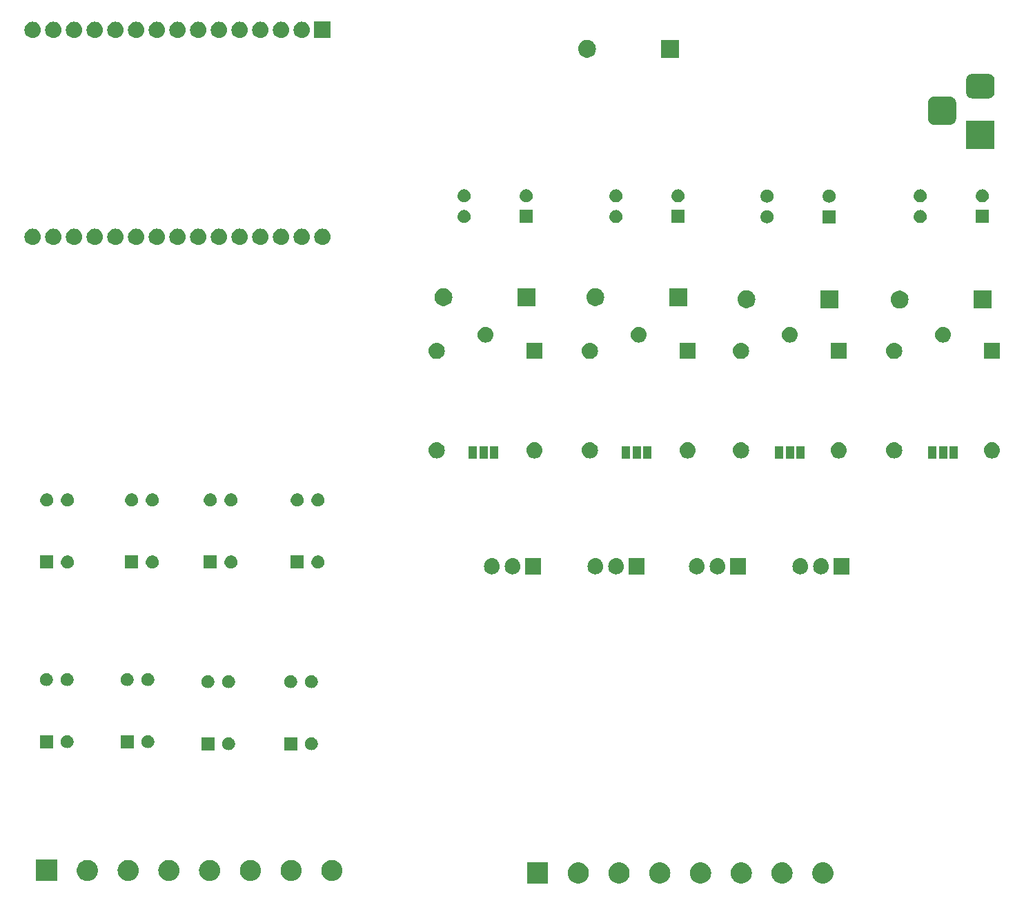
<source format=gbr>
%TF.GenerationSoftware,KiCad,Pcbnew,7.0.5*%
%TF.CreationDate,2023-06-06T14:49:00-07:00*%
%TF.ProjectId,halloween vending machine,68616c6c-6f77-4656-956e-2076656e6469,rev?*%
%TF.SameCoordinates,Original*%
%TF.FileFunction,Soldermask,Bot*%
%TF.FilePolarity,Negative*%
%FSLAX46Y46*%
G04 Gerber Fmt 4.6, Leading zero omitted, Abs format (unit mm)*
G04 Created by KiCad (PCBNEW 7.0.5) date 2023-06-06 14:49:00*
%MOMM*%
%LPD*%
G01*
G04 APERTURE LIST*
G04 APERTURE END LIST*
G36*
X89718000Y-126573000D02*
G01*
X87118000Y-126573000D01*
X87118000Y-123973000D01*
X89718000Y-123973000D01*
X89718000Y-126573000D01*
G37*
G36*
X93471092Y-123977645D02*
G01*
X93525334Y-123977645D01*
X93585113Y-123987620D01*
X93643743Y-123992750D01*
X93689788Y-124005088D01*
X93737082Y-124012980D01*
X93800528Y-124034760D01*
X93862626Y-124051400D01*
X93900660Y-124069135D01*
X93940120Y-124082682D01*
X94004954Y-124117768D01*
X94068000Y-124147167D01*
X94097678Y-124167947D01*
X94128920Y-124184855D01*
X94192512Y-124234351D01*
X94253624Y-124277142D01*
X94275164Y-124298682D01*
X94298326Y-124316710D01*
X94357823Y-124381341D01*
X94413858Y-124437376D01*
X94428001Y-124457575D01*
X94443721Y-124474651D01*
X94496168Y-124554927D01*
X94543833Y-124623000D01*
X94551788Y-124640060D01*
X94561134Y-124654365D01*
X94603562Y-124751091D01*
X94639600Y-124828374D01*
X94642955Y-124840896D01*
X94647368Y-124850956D01*
X94676900Y-124967581D01*
X94698250Y-125047257D01*
X94698869Y-125054335D01*
X94700066Y-125059061D01*
X94714102Y-125228451D01*
X94718000Y-125273000D01*
X94714102Y-125317552D01*
X94700066Y-125486938D01*
X94698869Y-125491663D01*
X94698250Y-125498743D01*
X94676896Y-125578436D01*
X94647368Y-125695043D01*
X94642956Y-125705101D01*
X94639600Y-125717626D01*
X94603555Y-125794924D01*
X94561134Y-125891634D01*
X94551790Y-125905936D01*
X94543833Y-125923000D01*
X94496158Y-125991086D01*
X94443721Y-126071348D01*
X94428004Y-126088420D01*
X94413858Y-126108624D01*
X94357812Y-126164669D01*
X94298326Y-126229289D01*
X94275169Y-126247312D01*
X94253624Y-126268858D01*
X94192499Y-126311657D01*
X94128920Y-126361144D01*
X94097684Y-126378047D01*
X94068000Y-126398833D01*
X94004941Y-126428237D01*
X93940120Y-126463317D01*
X93900669Y-126476860D01*
X93862626Y-126494600D01*
X93800515Y-126511242D01*
X93737082Y-126533019D01*
X93689796Y-126540909D01*
X93643743Y-126553250D01*
X93585109Y-126558379D01*
X93525334Y-126568355D01*
X93471092Y-126568355D01*
X93418000Y-126573000D01*
X93364908Y-126568355D01*
X93310666Y-126568355D01*
X93250889Y-126558379D01*
X93192257Y-126553250D01*
X93146204Y-126540910D01*
X93098917Y-126533019D01*
X93035480Y-126511241D01*
X92973374Y-126494600D01*
X92935333Y-126476861D01*
X92895879Y-126463317D01*
X92831051Y-126428234D01*
X92768000Y-126398833D01*
X92738318Y-126378050D01*
X92707079Y-126361144D01*
X92643490Y-126311650D01*
X92582376Y-126268858D01*
X92560834Y-126247316D01*
X92537673Y-126229289D01*
X92478175Y-126164657D01*
X92422142Y-126108624D01*
X92407998Y-126088425D01*
X92392278Y-126071348D01*
X92339826Y-125991064D01*
X92292167Y-125923000D01*
X92284212Y-125905941D01*
X92274865Y-125891634D01*
X92232427Y-125794887D01*
X92196400Y-125717626D01*
X92193045Y-125705106D01*
X92188631Y-125695043D01*
X92159085Y-125578368D01*
X92137750Y-125498743D01*
X92137131Y-125491669D01*
X92135933Y-125486938D01*
X92121878Y-125317336D01*
X92118000Y-125273000D01*
X92121878Y-125228667D01*
X92135933Y-125059061D01*
X92137131Y-125054328D01*
X92137750Y-125047257D01*
X92159081Y-124967649D01*
X92188631Y-124850956D01*
X92193046Y-124840890D01*
X92196400Y-124828374D01*
X92232420Y-124751127D01*
X92274865Y-124654365D01*
X92284214Y-124640055D01*
X92292167Y-124623000D01*
X92339816Y-124554948D01*
X92392278Y-124474651D01*
X92408001Y-124457570D01*
X92422142Y-124437376D01*
X92478163Y-124381354D01*
X92537673Y-124316710D01*
X92560838Y-124298679D01*
X92582376Y-124277142D01*
X92643478Y-124234358D01*
X92707079Y-124184855D01*
X92738325Y-124167945D01*
X92768000Y-124147167D01*
X92831037Y-124117772D01*
X92895879Y-124082682D01*
X92935341Y-124069134D01*
X92973374Y-124051400D01*
X93035466Y-124034762D01*
X93098917Y-124012980D01*
X93146212Y-124005087D01*
X93192257Y-123992750D01*
X93250885Y-123987620D01*
X93310666Y-123977645D01*
X93364908Y-123977645D01*
X93418000Y-123973000D01*
X93471092Y-123977645D01*
G37*
G36*
X98471092Y-123977645D02*
G01*
X98525334Y-123977645D01*
X98585113Y-123987620D01*
X98643743Y-123992750D01*
X98689788Y-124005088D01*
X98737082Y-124012980D01*
X98800528Y-124034760D01*
X98862626Y-124051400D01*
X98900660Y-124069135D01*
X98940120Y-124082682D01*
X99004954Y-124117768D01*
X99068000Y-124147167D01*
X99097678Y-124167947D01*
X99128920Y-124184855D01*
X99192512Y-124234351D01*
X99253624Y-124277142D01*
X99275164Y-124298682D01*
X99298326Y-124316710D01*
X99357823Y-124381341D01*
X99413858Y-124437376D01*
X99428001Y-124457575D01*
X99443721Y-124474651D01*
X99496168Y-124554927D01*
X99543833Y-124623000D01*
X99551788Y-124640060D01*
X99561134Y-124654365D01*
X99603562Y-124751091D01*
X99639600Y-124828374D01*
X99642955Y-124840896D01*
X99647368Y-124850956D01*
X99676900Y-124967581D01*
X99698250Y-125047257D01*
X99698869Y-125054335D01*
X99700066Y-125059061D01*
X99714102Y-125228451D01*
X99718000Y-125273000D01*
X99714102Y-125317552D01*
X99700066Y-125486938D01*
X99698869Y-125491663D01*
X99698250Y-125498743D01*
X99676896Y-125578436D01*
X99647368Y-125695043D01*
X99642956Y-125705101D01*
X99639600Y-125717626D01*
X99603555Y-125794924D01*
X99561134Y-125891634D01*
X99551790Y-125905936D01*
X99543833Y-125923000D01*
X99496158Y-125991086D01*
X99443721Y-126071348D01*
X99428004Y-126088420D01*
X99413858Y-126108624D01*
X99357812Y-126164669D01*
X99298326Y-126229289D01*
X99275169Y-126247312D01*
X99253624Y-126268858D01*
X99192499Y-126311657D01*
X99128920Y-126361144D01*
X99097684Y-126378047D01*
X99068000Y-126398833D01*
X99004941Y-126428237D01*
X98940120Y-126463317D01*
X98900669Y-126476860D01*
X98862626Y-126494600D01*
X98800515Y-126511242D01*
X98737082Y-126533019D01*
X98689796Y-126540909D01*
X98643743Y-126553250D01*
X98585109Y-126558379D01*
X98525334Y-126568355D01*
X98471092Y-126568355D01*
X98418000Y-126573000D01*
X98364908Y-126568355D01*
X98310666Y-126568355D01*
X98250889Y-126558379D01*
X98192257Y-126553250D01*
X98146204Y-126540910D01*
X98098917Y-126533019D01*
X98035480Y-126511241D01*
X97973374Y-126494600D01*
X97935333Y-126476861D01*
X97895879Y-126463317D01*
X97831051Y-126428234D01*
X97768000Y-126398833D01*
X97738318Y-126378050D01*
X97707079Y-126361144D01*
X97643490Y-126311650D01*
X97582376Y-126268858D01*
X97560834Y-126247316D01*
X97537673Y-126229289D01*
X97478175Y-126164657D01*
X97422142Y-126108624D01*
X97407998Y-126088425D01*
X97392278Y-126071348D01*
X97339826Y-125991064D01*
X97292167Y-125923000D01*
X97284212Y-125905941D01*
X97274865Y-125891634D01*
X97232427Y-125794887D01*
X97196400Y-125717626D01*
X97193045Y-125705106D01*
X97188631Y-125695043D01*
X97159085Y-125578368D01*
X97137750Y-125498743D01*
X97137131Y-125491669D01*
X97135933Y-125486938D01*
X97121878Y-125317336D01*
X97118000Y-125273000D01*
X97121878Y-125228667D01*
X97135933Y-125059061D01*
X97137131Y-125054328D01*
X97137750Y-125047257D01*
X97159081Y-124967649D01*
X97188631Y-124850956D01*
X97193046Y-124840890D01*
X97196400Y-124828374D01*
X97232420Y-124751127D01*
X97274865Y-124654365D01*
X97284214Y-124640055D01*
X97292167Y-124623000D01*
X97339816Y-124554948D01*
X97392278Y-124474651D01*
X97408001Y-124457570D01*
X97422142Y-124437376D01*
X97478163Y-124381354D01*
X97537673Y-124316710D01*
X97560838Y-124298679D01*
X97582376Y-124277142D01*
X97643478Y-124234358D01*
X97707079Y-124184855D01*
X97738325Y-124167945D01*
X97768000Y-124147167D01*
X97831037Y-124117772D01*
X97895879Y-124082682D01*
X97935341Y-124069134D01*
X97973374Y-124051400D01*
X98035466Y-124034762D01*
X98098917Y-124012980D01*
X98146212Y-124005087D01*
X98192257Y-123992750D01*
X98250885Y-123987620D01*
X98310666Y-123977645D01*
X98364908Y-123977645D01*
X98418000Y-123973000D01*
X98471092Y-123977645D01*
G37*
G36*
X103471092Y-123977645D02*
G01*
X103525334Y-123977645D01*
X103585113Y-123987620D01*
X103643743Y-123992750D01*
X103689788Y-124005088D01*
X103737082Y-124012980D01*
X103800528Y-124034760D01*
X103862626Y-124051400D01*
X103900660Y-124069135D01*
X103940120Y-124082682D01*
X104004954Y-124117768D01*
X104068000Y-124147167D01*
X104097678Y-124167947D01*
X104128920Y-124184855D01*
X104192512Y-124234351D01*
X104253624Y-124277142D01*
X104275164Y-124298682D01*
X104298326Y-124316710D01*
X104357823Y-124381341D01*
X104413858Y-124437376D01*
X104428001Y-124457575D01*
X104443721Y-124474651D01*
X104496168Y-124554927D01*
X104543833Y-124623000D01*
X104551788Y-124640060D01*
X104561134Y-124654365D01*
X104603562Y-124751091D01*
X104639600Y-124828374D01*
X104642955Y-124840896D01*
X104647368Y-124850956D01*
X104676900Y-124967581D01*
X104698250Y-125047257D01*
X104698869Y-125054335D01*
X104700066Y-125059061D01*
X104714102Y-125228451D01*
X104718000Y-125273000D01*
X104714102Y-125317552D01*
X104700066Y-125486938D01*
X104698869Y-125491663D01*
X104698250Y-125498743D01*
X104676896Y-125578436D01*
X104647368Y-125695043D01*
X104642956Y-125705101D01*
X104639600Y-125717626D01*
X104603555Y-125794924D01*
X104561134Y-125891634D01*
X104551790Y-125905936D01*
X104543833Y-125923000D01*
X104496158Y-125991086D01*
X104443721Y-126071348D01*
X104428004Y-126088420D01*
X104413858Y-126108624D01*
X104357812Y-126164669D01*
X104298326Y-126229289D01*
X104275169Y-126247312D01*
X104253624Y-126268858D01*
X104192499Y-126311657D01*
X104128920Y-126361144D01*
X104097684Y-126378047D01*
X104068000Y-126398833D01*
X104004941Y-126428237D01*
X103940120Y-126463317D01*
X103900669Y-126476860D01*
X103862626Y-126494600D01*
X103800515Y-126511242D01*
X103737082Y-126533019D01*
X103689796Y-126540909D01*
X103643743Y-126553250D01*
X103585109Y-126558379D01*
X103525334Y-126568355D01*
X103471092Y-126568355D01*
X103418000Y-126573000D01*
X103364908Y-126568355D01*
X103310666Y-126568355D01*
X103250889Y-126558379D01*
X103192257Y-126553250D01*
X103146204Y-126540910D01*
X103098917Y-126533019D01*
X103035480Y-126511241D01*
X102973374Y-126494600D01*
X102935333Y-126476861D01*
X102895879Y-126463317D01*
X102831051Y-126428234D01*
X102768000Y-126398833D01*
X102738318Y-126378050D01*
X102707079Y-126361144D01*
X102643490Y-126311650D01*
X102582376Y-126268858D01*
X102560834Y-126247316D01*
X102537673Y-126229289D01*
X102478175Y-126164657D01*
X102422142Y-126108624D01*
X102407998Y-126088425D01*
X102392278Y-126071348D01*
X102339826Y-125991064D01*
X102292167Y-125923000D01*
X102284212Y-125905941D01*
X102274865Y-125891634D01*
X102232427Y-125794887D01*
X102196400Y-125717626D01*
X102193045Y-125705106D01*
X102188631Y-125695043D01*
X102159085Y-125578368D01*
X102137750Y-125498743D01*
X102137131Y-125491669D01*
X102135933Y-125486938D01*
X102121878Y-125317336D01*
X102118000Y-125273000D01*
X102121878Y-125228667D01*
X102135933Y-125059061D01*
X102137131Y-125054328D01*
X102137750Y-125047257D01*
X102159081Y-124967649D01*
X102188631Y-124850956D01*
X102193046Y-124840890D01*
X102196400Y-124828374D01*
X102232420Y-124751127D01*
X102274865Y-124654365D01*
X102284214Y-124640055D01*
X102292167Y-124623000D01*
X102339816Y-124554948D01*
X102392278Y-124474651D01*
X102408001Y-124457570D01*
X102422142Y-124437376D01*
X102478163Y-124381354D01*
X102537673Y-124316710D01*
X102560838Y-124298679D01*
X102582376Y-124277142D01*
X102643478Y-124234358D01*
X102707079Y-124184855D01*
X102738325Y-124167945D01*
X102768000Y-124147167D01*
X102831037Y-124117772D01*
X102895879Y-124082682D01*
X102935341Y-124069134D01*
X102973374Y-124051400D01*
X103035466Y-124034762D01*
X103098917Y-124012980D01*
X103146212Y-124005087D01*
X103192257Y-123992750D01*
X103250885Y-123987620D01*
X103310666Y-123977645D01*
X103364908Y-123977645D01*
X103418000Y-123973000D01*
X103471092Y-123977645D01*
G37*
G36*
X108471092Y-123977645D02*
G01*
X108525334Y-123977645D01*
X108585113Y-123987620D01*
X108643743Y-123992750D01*
X108689788Y-124005088D01*
X108737082Y-124012980D01*
X108800528Y-124034760D01*
X108862626Y-124051400D01*
X108900660Y-124069135D01*
X108940120Y-124082682D01*
X109004954Y-124117768D01*
X109068000Y-124147167D01*
X109097678Y-124167947D01*
X109128920Y-124184855D01*
X109192512Y-124234351D01*
X109253624Y-124277142D01*
X109275164Y-124298682D01*
X109298326Y-124316710D01*
X109357823Y-124381341D01*
X109413858Y-124437376D01*
X109428001Y-124457575D01*
X109443721Y-124474651D01*
X109496168Y-124554927D01*
X109543833Y-124623000D01*
X109551788Y-124640060D01*
X109561134Y-124654365D01*
X109603562Y-124751091D01*
X109639600Y-124828374D01*
X109642955Y-124840896D01*
X109647368Y-124850956D01*
X109676900Y-124967581D01*
X109698250Y-125047257D01*
X109698869Y-125054335D01*
X109700066Y-125059061D01*
X109714102Y-125228451D01*
X109718000Y-125273000D01*
X109714102Y-125317552D01*
X109700066Y-125486938D01*
X109698869Y-125491663D01*
X109698250Y-125498743D01*
X109676896Y-125578436D01*
X109647368Y-125695043D01*
X109642956Y-125705101D01*
X109639600Y-125717626D01*
X109603555Y-125794924D01*
X109561134Y-125891634D01*
X109551790Y-125905936D01*
X109543833Y-125923000D01*
X109496158Y-125991086D01*
X109443721Y-126071348D01*
X109428004Y-126088420D01*
X109413858Y-126108624D01*
X109357812Y-126164669D01*
X109298326Y-126229289D01*
X109275169Y-126247312D01*
X109253624Y-126268858D01*
X109192499Y-126311657D01*
X109128920Y-126361144D01*
X109097684Y-126378047D01*
X109068000Y-126398833D01*
X109004941Y-126428237D01*
X108940120Y-126463317D01*
X108900669Y-126476860D01*
X108862626Y-126494600D01*
X108800515Y-126511242D01*
X108737082Y-126533019D01*
X108689796Y-126540909D01*
X108643743Y-126553250D01*
X108585109Y-126558379D01*
X108525334Y-126568355D01*
X108471092Y-126568355D01*
X108418000Y-126573000D01*
X108364908Y-126568355D01*
X108310666Y-126568355D01*
X108250889Y-126558379D01*
X108192257Y-126553250D01*
X108146204Y-126540910D01*
X108098917Y-126533019D01*
X108035480Y-126511241D01*
X107973374Y-126494600D01*
X107935333Y-126476861D01*
X107895879Y-126463317D01*
X107831051Y-126428234D01*
X107768000Y-126398833D01*
X107738318Y-126378050D01*
X107707079Y-126361144D01*
X107643490Y-126311650D01*
X107582376Y-126268858D01*
X107560834Y-126247316D01*
X107537673Y-126229289D01*
X107478175Y-126164657D01*
X107422142Y-126108624D01*
X107407998Y-126088425D01*
X107392278Y-126071348D01*
X107339826Y-125991064D01*
X107292167Y-125923000D01*
X107284212Y-125905941D01*
X107274865Y-125891634D01*
X107232427Y-125794887D01*
X107196400Y-125717626D01*
X107193045Y-125705106D01*
X107188631Y-125695043D01*
X107159085Y-125578368D01*
X107137750Y-125498743D01*
X107137131Y-125491669D01*
X107135933Y-125486938D01*
X107121878Y-125317336D01*
X107118000Y-125273000D01*
X107121878Y-125228667D01*
X107135933Y-125059061D01*
X107137131Y-125054328D01*
X107137750Y-125047257D01*
X107159081Y-124967649D01*
X107188631Y-124850956D01*
X107193046Y-124840890D01*
X107196400Y-124828374D01*
X107232420Y-124751127D01*
X107274865Y-124654365D01*
X107284214Y-124640055D01*
X107292167Y-124623000D01*
X107339816Y-124554948D01*
X107392278Y-124474651D01*
X107408001Y-124457570D01*
X107422142Y-124437376D01*
X107478163Y-124381354D01*
X107537673Y-124316710D01*
X107560838Y-124298679D01*
X107582376Y-124277142D01*
X107643478Y-124234358D01*
X107707079Y-124184855D01*
X107738325Y-124167945D01*
X107768000Y-124147167D01*
X107831037Y-124117772D01*
X107895879Y-124082682D01*
X107935341Y-124069134D01*
X107973374Y-124051400D01*
X108035466Y-124034762D01*
X108098917Y-124012980D01*
X108146212Y-124005087D01*
X108192257Y-123992750D01*
X108250885Y-123987620D01*
X108310666Y-123977645D01*
X108364908Y-123977645D01*
X108418000Y-123973000D01*
X108471092Y-123977645D01*
G37*
G36*
X113471092Y-123977645D02*
G01*
X113525334Y-123977645D01*
X113585113Y-123987620D01*
X113643743Y-123992750D01*
X113689788Y-124005088D01*
X113737082Y-124012980D01*
X113800528Y-124034760D01*
X113862626Y-124051400D01*
X113900660Y-124069135D01*
X113940120Y-124082682D01*
X114004954Y-124117768D01*
X114068000Y-124147167D01*
X114097678Y-124167947D01*
X114128920Y-124184855D01*
X114192512Y-124234351D01*
X114253624Y-124277142D01*
X114275164Y-124298682D01*
X114298326Y-124316710D01*
X114357823Y-124381341D01*
X114413858Y-124437376D01*
X114428001Y-124457575D01*
X114443721Y-124474651D01*
X114496168Y-124554927D01*
X114543833Y-124623000D01*
X114551788Y-124640060D01*
X114561134Y-124654365D01*
X114603562Y-124751091D01*
X114639600Y-124828374D01*
X114642955Y-124840896D01*
X114647368Y-124850956D01*
X114676900Y-124967581D01*
X114698250Y-125047257D01*
X114698869Y-125054335D01*
X114700066Y-125059061D01*
X114714102Y-125228451D01*
X114718000Y-125273000D01*
X114714102Y-125317552D01*
X114700066Y-125486938D01*
X114698869Y-125491663D01*
X114698250Y-125498743D01*
X114676896Y-125578436D01*
X114647368Y-125695043D01*
X114642956Y-125705101D01*
X114639600Y-125717626D01*
X114603555Y-125794924D01*
X114561134Y-125891634D01*
X114551790Y-125905936D01*
X114543833Y-125923000D01*
X114496158Y-125991086D01*
X114443721Y-126071348D01*
X114428004Y-126088420D01*
X114413858Y-126108624D01*
X114357812Y-126164669D01*
X114298326Y-126229289D01*
X114275169Y-126247312D01*
X114253624Y-126268858D01*
X114192499Y-126311657D01*
X114128920Y-126361144D01*
X114097684Y-126378047D01*
X114068000Y-126398833D01*
X114004941Y-126428237D01*
X113940120Y-126463317D01*
X113900669Y-126476860D01*
X113862626Y-126494600D01*
X113800515Y-126511242D01*
X113737082Y-126533019D01*
X113689796Y-126540909D01*
X113643743Y-126553250D01*
X113585109Y-126558379D01*
X113525334Y-126568355D01*
X113471092Y-126568355D01*
X113418000Y-126573000D01*
X113364908Y-126568355D01*
X113310666Y-126568355D01*
X113250889Y-126558379D01*
X113192257Y-126553250D01*
X113146204Y-126540910D01*
X113098917Y-126533019D01*
X113035480Y-126511241D01*
X112973374Y-126494600D01*
X112935333Y-126476861D01*
X112895879Y-126463317D01*
X112831051Y-126428234D01*
X112768000Y-126398833D01*
X112738318Y-126378050D01*
X112707079Y-126361144D01*
X112643490Y-126311650D01*
X112582376Y-126268858D01*
X112560834Y-126247316D01*
X112537673Y-126229289D01*
X112478175Y-126164657D01*
X112422142Y-126108624D01*
X112407998Y-126088425D01*
X112392278Y-126071348D01*
X112339826Y-125991064D01*
X112292167Y-125923000D01*
X112284212Y-125905941D01*
X112274865Y-125891634D01*
X112232427Y-125794887D01*
X112196400Y-125717626D01*
X112193045Y-125705106D01*
X112188631Y-125695043D01*
X112159085Y-125578368D01*
X112137750Y-125498743D01*
X112137131Y-125491669D01*
X112135933Y-125486938D01*
X112121878Y-125317336D01*
X112118000Y-125273000D01*
X112121878Y-125228667D01*
X112135933Y-125059061D01*
X112137131Y-125054328D01*
X112137750Y-125047257D01*
X112159081Y-124967649D01*
X112188631Y-124850956D01*
X112193046Y-124840890D01*
X112196400Y-124828374D01*
X112232420Y-124751127D01*
X112274865Y-124654365D01*
X112284214Y-124640055D01*
X112292167Y-124623000D01*
X112339816Y-124554948D01*
X112392278Y-124474651D01*
X112408001Y-124457570D01*
X112422142Y-124437376D01*
X112478163Y-124381354D01*
X112537673Y-124316710D01*
X112560838Y-124298679D01*
X112582376Y-124277142D01*
X112643478Y-124234358D01*
X112707079Y-124184855D01*
X112738325Y-124167945D01*
X112768000Y-124147167D01*
X112831037Y-124117772D01*
X112895879Y-124082682D01*
X112935341Y-124069134D01*
X112973374Y-124051400D01*
X113035466Y-124034762D01*
X113098917Y-124012980D01*
X113146212Y-124005087D01*
X113192257Y-123992750D01*
X113250885Y-123987620D01*
X113310666Y-123977645D01*
X113364908Y-123977645D01*
X113418000Y-123973000D01*
X113471092Y-123977645D01*
G37*
G36*
X118471092Y-123977645D02*
G01*
X118525334Y-123977645D01*
X118585113Y-123987620D01*
X118643743Y-123992750D01*
X118689788Y-124005088D01*
X118737082Y-124012980D01*
X118800528Y-124034760D01*
X118862626Y-124051400D01*
X118900660Y-124069135D01*
X118940120Y-124082682D01*
X119004954Y-124117768D01*
X119068000Y-124147167D01*
X119097678Y-124167947D01*
X119128920Y-124184855D01*
X119192512Y-124234351D01*
X119253624Y-124277142D01*
X119275164Y-124298682D01*
X119298326Y-124316710D01*
X119357823Y-124381341D01*
X119413858Y-124437376D01*
X119428001Y-124457575D01*
X119443721Y-124474651D01*
X119496168Y-124554927D01*
X119543833Y-124623000D01*
X119551788Y-124640060D01*
X119561134Y-124654365D01*
X119603562Y-124751091D01*
X119639600Y-124828374D01*
X119642955Y-124840896D01*
X119647368Y-124850956D01*
X119676900Y-124967581D01*
X119698250Y-125047257D01*
X119698869Y-125054335D01*
X119700066Y-125059061D01*
X119714102Y-125228451D01*
X119718000Y-125273000D01*
X119714102Y-125317552D01*
X119700066Y-125486938D01*
X119698869Y-125491663D01*
X119698250Y-125498743D01*
X119676896Y-125578436D01*
X119647368Y-125695043D01*
X119642956Y-125705101D01*
X119639600Y-125717626D01*
X119603555Y-125794924D01*
X119561134Y-125891634D01*
X119551790Y-125905936D01*
X119543833Y-125923000D01*
X119496158Y-125991086D01*
X119443721Y-126071348D01*
X119428004Y-126088420D01*
X119413858Y-126108624D01*
X119357812Y-126164669D01*
X119298326Y-126229289D01*
X119275169Y-126247312D01*
X119253624Y-126268858D01*
X119192499Y-126311657D01*
X119128920Y-126361144D01*
X119097684Y-126378047D01*
X119068000Y-126398833D01*
X119004941Y-126428237D01*
X118940120Y-126463317D01*
X118900669Y-126476860D01*
X118862626Y-126494600D01*
X118800515Y-126511242D01*
X118737082Y-126533019D01*
X118689796Y-126540909D01*
X118643743Y-126553250D01*
X118585109Y-126558379D01*
X118525334Y-126568355D01*
X118471092Y-126568355D01*
X118418000Y-126573000D01*
X118364908Y-126568355D01*
X118310666Y-126568355D01*
X118250889Y-126558379D01*
X118192257Y-126553250D01*
X118146204Y-126540910D01*
X118098917Y-126533019D01*
X118035480Y-126511241D01*
X117973374Y-126494600D01*
X117935333Y-126476861D01*
X117895879Y-126463317D01*
X117831051Y-126428234D01*
X117768000Y-126398833D01*
X117738318Y-126378050D01*
X117707079Y-126361144D01*
X117643490Y-126311650D01*
X117582376Y-126268858D01*
X117560834Y-126247316D01*
X117537673Y-126229289D01*
X117478175Y-126164657D01*
X117422142Y-126108624D01*
X117407998Y-126088425D01*
X117392278Y-126071348D01*
X117339826Y-125991064D01*
X117292167Y-125923000D01*
X117284212Y-125905941D01*
X117274865Y-125891634D01*
X117232427Y-125794887D01*
X117196400Y-125717626D01*
X117193045Y-125705106D01*
X117188631Y-125695043D01*
X117159085Y-125578368D01*
X117137750Y-125498743D01*
X117137131Y-125491669D01*
X117135933Y-125486938D01*
X117121878Y-125317336D01*
X117118000Y-125273000D01*
X117121878Y-125228667D01*
X117135933Y-125059061D01*
X117137131Y-125054328D01*
X117137750Y-125047257D01*
X117159081Y-124967649D01*
X117188631Y-124850956D01*
X117193046Y-124840890D01*
X117196400Y-124828374D01*
X117232420Y-124751127D01*
X117274865Y-124654365D01*
X117284214Y-124640055D01*
X117292167Y-124623000D01*
X117339816Y-124554948D01*
X117392278Y-124474651D01*
X117408001Y-124457570D01*
X117422142Y-124437376D01*
X117478163Y-124381354D01*
X117537673Y-124316710D01*
X117560838Y-124298679D01*
X117582376Y-124277142D01*
X117643478Y-124234358D01*
X117707079Y-124184855D01*
X117738325Y-124167945D01*
X117768000Y-124147167D01*
X117831037Y-124117772D01*
X117895879Y-124082682D01*
X117935341Y-124069134D01*
X117973374Y-124051400D01*
X118035466Y-124034762D01*
X118098917Y-124012980D01*
X118146212Y-124005087D01*
X118192257Y-123992750D01*
X118250885Y-123987620D01*
X118310666Y-123977645D01*
X118364908Y-123977645D01*
X118418000Y-123973000D01*
X118471092Y-123977645D01*
G37*
G36*
X123471092Y-123977645D02*
G01*
X123525334Y-123977645D01*
X123585113Y-123987620D01*
X123643743Y-123992750D01*
X123689788Y-124005088D01*
X123737082Y-124012980D01*
X123800528Y-124034760D01*
X123862626Y-124051400D01*
X123900660Y-124069135D01*
X123940120Y-124082682D01*
X124004954Y-124117768D01*
X124068000Y-124147167D01*
X124097678Y-124167947D01*
X124128920Y-124184855D01*
X124192512Y-124234351D01*
X124253624Y-124277142D01*
X124275164Y-124298682D01*
X124298326Y-124316710D01*
X124357823Y-124381341D01*
X124413858Y-124437376D01*
X124428001Y-124457575D01*
X124443721Y-124474651D01*
X124496168Y-124554927D01*
X124543833Y-124623000D01*
X124551788Y-124640060D01*
X124561134Y-124654365D01*
X124603562Y-124751091D01*
X124639600Y-124828374D01*
X124642955Y-124840896D01*
X124647368Y-124850956D01*
X124676900Y-124967581D01*
X124698250Y-125047257D01*
X124698869Y-125054335D01*
X124700066Y-125059061D01*
X124714102Y-125228451D01*
X124718000Y-125273000D01*
X124714102Y-125317552D01*
X124700066Y-125486938D01*
X124698869Y-125491663D01*
X124698250Y-125498743D01*
X124676896Y-125578436D01*
X124647368Y-125695043D01*
X124642956Y-125705101D01*
X124639600Y-125717626D01*
X124603555Y-125794924D01*
X124561134Y-125891634D01*
X124551790Y-125905936D01*
X124543833Y-125923000D01*
X124496158Y-125991086D01*
X124443721Y-126071348D01*
X124428004Y-126088420D01*
X124413858Y-126108624D01*
X124357812Y-126164669D01*
X124298326Y-126229289D01*
X124275169Y-126247312D01*
X124253624Y-126268858D01*
X124192499Y-126311657D01*
X124128920Y-126361144D01*
X124097684Y-126378047D01*
X124068000Y-126398833D01*
X124004941Y-126428237D01*
X123940120Y-126463317D01*
X123900669Y-126476860D01*
X123862626Y-126494600D01*
X123800515Y-126511242D01*
X123737082Y-126533019D01*
X123689796Y-126540909D01*
X123643743Y-126553250D01*
X123585109Y-126558379D01*
X123525334Y-126568355D01*
X123471092Y-126568355D01*
X123418000Y-126573000D01*
X123364908Y-126568355D01*
X123310666Y-126568355D01*
X123250889Y-126558379D01*
X123192257Y-126553250D01*
X123146204Y-126540910D01*
X123098917Y-126533019D01*
X123035480Y-126511241D01*
X122973374Y-126494600D01*
X122935333Y-126476861D01*
X122895879Y-126463317D01*
X122831051Y-126428234D01*
X122768000Y-126398833D01*
X122738318Y-126378050D01*
X122707079Y-126361144D01*
X122643490Y-126311650D01*
X122582376Y-126268858D01*
X122560834Y-126247316D01*
X122537673Y-126229289D01*
X122478175Y-126164657D01*
X122422142Y-126108624D01*
X122407998Y-126088425D01*
X122392278Y-126071348D01*
X122339826Y-125991064D01*
X122292167Y-125923000D01*
X122284212Y-125905941D01*
X122274865Y-125891634D01*
X122232427Y-125794887D01*
X122196400Y-125717626D01*
X122193045Y-125705106D01*
X122188631Y-125695043D01*
X122159085Y-125578368D01*
X122137750Y-125498743D01*
X122137131Y-125491669D01*
X122135933Y-125486938D01*
X122121878Y-125317336D01*
X122118000Y-125273000D01*
X122121878Y-125228667D01*
X122135933Y-125059061D01*
X122137131Y-125054328D01*
X122137750Y-125047257D01*
X122159081Y-124967649D01*
X122188631Y-124850956D01*
X122193046Y-124840890D01*
X122196400Y-124828374D01*
X122232420Y-124751127D01*
X122274865Y-124654365D01*
X122284214Y-124640055D01*
X122292167Y-124623000D01*
X122339816Y-124554948D01*
X122392278Y-124474651D01*
X122408001Y-124457570D01*
X122422142Y-124437376D01*
X122478163Y-124381354D01*
X122537673Y-124316710D01*
X122560838Y-124298679D01*
X122582376Y-124277142D01*
X122643478Y-124234358D01*
X122707079Y-124184855D01*
X122738325Y-124167945D01*
X122768000Y-124147167D01*
X122831037Y-124117772D01*
X122895879Y-124082682D01*
X122935341Y-124069134D01*
X122973374Y-124051400D01*
X123035466Y-124034762D01*
X123098917Y-124012980D01*
X123146212Y-124005087D01*
X123192257Y-123992750D01*
X123250885Y-123987620D01*
X123310666Y-123977645D01*
X123364908Y-123977645D01*
X123418000Y-123973000D01*
X123471092Y-123977645D01*
G37*
G36*
X29480000Y-126268000D02*
G01*
X26880000Y-126268000D01*
X26880000Y-123668000D01*
X29480000Y-123668000D01*
X29480000Y-126268000D01*
G37*
G36*
X33233092Y-123672645D02*
G01*
X33287334Y-123672645D01*
X33347113Y-123682620D01*
X33405743Y-123687750D01*
X33451788Y-123700088D01*
X33499082Y-123707980D01*
X33562528Y-123729760D01*
X33624626Y-123746400D01*
X33662660Y-123764135D01*
X33702120Y-123777682D01*
X33766954Y-123812768D01*
X33830000Y-123842167D01*
X33859678Y-123862947D01*
X33890920Y-123879855D01*
X33954512Y-123929351D01*
X34015624Y-123972142D01*
X34037164Y-123993682D01*
X34060326Y-124011710D01*
X34119823Y-124076341D01*
X34175858Y-124132376D01*
X34190001Y-124152575D01*
X34205721Y-124169651D01*
X34258168Y-124249927D01*
X34305833Y-124318000D01*
X34313788Y-124335060D01*
X34323134Y-124349365D01*
X34365562Y-124446091D01*
X34401600Y-124523374D01*
X34404955Y-124535896D01*
X34409368Y-124545956D01*
X34438900Y-124662581D01*
X34460250Y-124742257D01*
X34460869Y-124749335D01*
X34462066Y-124754061D01*
X34476102Y-124923451D01*
X34480000Y-124968000D01*
X34476102Y-125012552D01*
X34462066Y-125181938D01*
X34460869Y-125186663D01*
X34460250Y-125193743D01*
X34438896Y-125273436D01*
X34409368Y-125390043D01*
X34404956Y-125400101D01*
X34401600Y-125412626D01*
X34365555Y-125489924D01*
X34323134Y-125586634D01*
X34313790Y-125600936D01*
X34305833Y-125618000D01*
X34258158Y-125686086D01*
X34205721Y-125766348D01*
X34190004Y-125783420D01*
X34175858Y-125803624D01*
X34119812Y-125859669D01*
X34060326Y-125924289D01*
X34037169Y-125942312D01*
X34015624Y-125963858D01*
X33954499Y-126006657D01*
X33890920Y-126056144D01*
X33859684Y-126073047D01*
X33830000Y-126093833D01*
X33766941Y-126123237D01*
X33702120Y-126158317D01*
X33662669Y-126171860D01*
X33624626Y-126189600D01*
X33562515Y-126206242D01*
X33499082Y-126228019D01*
X33451796Y-126235909D01*
X33405743Y-126248250D01*
X33347109Y-126253379D01*
X33287334Y-126263355D01*
X33233092Y-126263355D01*
X33180000Y-126268000D01*
X33126908Y-126263355D01*
X33072666Y-126263355D01*
X33012889Y-126253379D01*
X32954257Y-126248250D01*
X32908204Y-126235910D01*
X32860917Y-126228019D01*
X32797480Y-126206241D01*
X32735374Y-126189600D01*
X32697333Y-126171861D01*
X32657879Y-126158317D01*
X32593051Y-126123234D01*
X32530000Y-126093833D01*
X32500318Y-126073050D01*
X32469079Y-126056144D01*
X32405490Y-126006650D01*
X32344376Y-125963858D01*
X32322834Y-125942316D01*
X32299673Y-125924289D01*
X32240175Y-125859657D01*
X32184142Y-125803624D01*
X32169998Y-125783425D01*
X32154278Y-125766348D01*
X32101826Y-125686064D01*
X32054167Y-125618000D01*
X32046212Y-125600941D01*
X32036865Y-125586634D01*
X31994427Y-125489887D01*
X31958400Y-125412626D01*
X31955045Y-125400106D01*
X31950631Y-125390043D01*
X31921085Y-125273368D01*
X31899750Y-125193743D01*
X31899131Y-125186669D01*
X31897933Y-125181938D01*
X31883878Y-125012336D01*
X31880000Y-124968000D01*
X31883878Y-124923667D01*
X31897933Y-124754061D01*
X31899131Y-124749328D01*
X31899750Y-124742257D01*
X31921081Y-124662649D01*
X31950631Y-124545956D01*
X31955046Y-124535890D01*
X31958400Y-124523374D01*
X31994420Y-124446127D01*
X32036865Y-124349365D01*
X32046214Y-124335055D01*
X32054167Y-124318000D01*
X32101816Y-124249948D01*
X32154278Y-124169651D01*
X32170001Y-124152570D01*
X32184142Y-124132376D01*
X32240163Y-124076354D01*
X32299673Y-124011710D01*
X32322838Y-123993679D01*
X32344376Y-123972142D01*
X32405478Y-123929358D01*
X32469079Y-123879855D01*
X32500325Y-123862945D01*
X32530000Y-123842167D01*
X32593037Y-123812772D01*
X32657879Y-123777682D01*
X32697341Y-123764134D01*
X32735374Y-123746400D01*
X32797466Y-123729762D01*
X32860917Y-123707980D01*
X32908212Y-123700087D01*
X32954257Y-123687750D01*
X33012885Y-123682620D01*
X33072666Y-123672645D01*
X33126908Y-123672645D01*
X33180000Y-123668000D01*
X33233092Y-123672645D01*
G37*
G36*
X38233092Y-123672645D02*
G01*
X38287334Y-123672645D01*
X38347113Y-123682620D01*
X38405743Y-123687750D01*
X38451788Y-123700088D01*
X38499082Y-123707980D01*
X38562528Y-123729760D01*
X38624626Y-123746400D01*
X38662660Y-123764135D01*
X38702120Y-123777682D01*
X38766954Y-123812768D01*
X38830000Y-123842167D01*
X38859678Y-123862947D01*
X38890920Y-123879855D01*
X38954512Y-123929351D01*
X39015624Y-123972142D01*
X39037164Y-123993682D01*
X39060326Y-124011710D01*
X39119823Y-124076341D01*
X39175858Y-124132376D01*
X39190001Y-124152575D01*
X39205721Y-124169651D01*
X39258168Y-124249927D01*
X39305833Y-124318000D01*
X39313788Y-124335060D01*
X39323134Y-124349365D01*
X39365562Y-124446091D01*
X39401600Y-124523374D01*
X39404955Y-124535896D01*
X39409368Y-124545956D01*
X39438900Y-124662581D01*
X39460250Y-124742257D01*
X39460869Y-124749335D01*
X39462066Y-124754061D01*
X39476102Y-124923451D01*
X39480000Y-124968000D01*
X39476102Y-125012552D01*
X39462066Y-125181938D01*
X39460869Y-125186663D01*
X39460250Y-125193743D01*
X39438896Y-125273436D01*
X39409368Y-125390043D01*
X39404956Y-125400101D01*
X39401600Y-125412626D01*
X39365555Y-125489924D01*
X39323134Y-125586634D01*
X39313790Y-125600936D01*
X39305833Y-125618000D01*
X39258158Y-125686086D01*
X39205721Y-125766348D01*
X39190004Y-125783420D01*
X39175858Y-125803624D01*
X39119812Y-125859669D01*
X39060326Y-125924289D01*
X39037169Y-125942312D01*
X39015624Y-125963858D01*
X38954499Y-126006657D01*
X38890920Y-126056144D01*
X38859684Y-126073047D01*
X38830000Y-126093833D01*
X38766941Y-126123237D01*
X38702120Y-126158317D01*
X38662669Y-126171860D01*
X38624626Y-126189600D01*
X38562515Y-126206242D01*
X38499082Y-126228019D01*
X38451796Y-126235909D01*
X38405743Y-126248250D01*
X38347109Y-126253379D01*
X38287334Y-126263355D01*
X38233092Y-126263355D01*
X38180000Y-126268000D01*
X38126908Y-126263355D01*
X38072666Y-126263355D01*
X38012889Y-126253379D01*
X37954257Y-126248250D01*
X37908204Y-126235910D01*
X37860917Y-126228019D01*
X37797480Y-126206241D01*
X37735374Y-126189600D01*
X37697333Y-126171861D01*
X37657879Y-126158317D01*
X37593051Y-126123234D01*
X37530000Y-126093833D01*
X37500318Y-126073050D01*
X37469079Y-126056144D01*
X37405490Y-126006650D01*
X37344376Y-125963858D01*
X37322834Y-125942316D01*
X37299673Y-125924289D01*
X37240175Y-125859657D01*
X37184142Y-125803624D01*
X37169998Y-125783425D01*
X37154278Y-125766348D01*
X37101826Y-125686064D01*
X37054167Y-125618000D01*
X37046212Y-125600941D01*
X37036865Y-125586634D01*
X36994427Y-125489887D01*
X36958400Y-125412626D01*
X36955045Y-125400106D01*
X36950631Y-125390043D01*
X36921085Y-125273368D01*
X36899750Y-125193743D01*
X36899131Y-125186669D01*
X36897933Y-125181938D01*
X36883878Y-125012336D01*
X36880000Y-124968000D01*
X36883878Y-124923667D01*
X36897933Y-124754061D01*
X36899131Y-124749328D01*
X36899750Y-124742257D01*
X36921081Y-124662649D01*
X36950631Y-124545956D01*
X36955046Y-124535890D01*
X36958400Y-124523374D01*
X36994420Y-124446127D01*
X37036865Y-124349365D01*
X37046214Y-124335055D01*
X37054167Y-124318000D01*
X37101816Y-124249948D01*
X37154278Y-124169651D01*
X37170001Y-124152570D01*
X37184142Y-124132376D01*
X37240163Y-124076354D01*
X37299673Y-124011710D01*
X37322838Y-123993679D01*
X37344376Y-123972142D01*
X37405478Y-123929358D01*
X37469079Y-123879855D01*
X37500325Y-123862945D01*
X37530000Y-123842167D01*
X37593037Y-123812772D01*
X37657879Y-123777682D01*
X37697341Y-123764134D01*
X37735374Y-123746400D01*
X37797466Y-123729762D01*
X37860917Y-123707980D01*
X37908212Y-123700087D01*
X37954257Y-123687750D01*
X38012885Y-123682620D01*
X38072666Y-123672645D01*
X38126908Y-123672645D01*
X38180000Y-123668000D01*
X38233092Y-123672645D01*
G37*
G36*
X43233092Y-123672645D02*
G01*
X43287334Y-123672645D01*
X43347113Y-123682620D01*
X43405743Y-123687750D01*
X43451788Y-123700088D01*
X43499082Y-123707980D01*
X43562528Y-123729760D01*
X43624626Y-123746400D01*
X43662660Y-123764135D01*
X43702120Y-123777682D01*
X43766954Y-123812768D01*
X43830000Y-123842167D01*
X43859678Y-123862947D01*
X43890920Y-123879855D01*
X43954512Y-123929351D01*
X44015624Y-123972142D01*
X44037164Y-123993682D01*
X44060326Y-124011710D01*
X44119823Y-124076341D01*
X44175858Y-124132376D01*
X44190001Y-124152575D01*
X44205721Y-124169651D01*
X44258168Y-124249927D01*
X44305833Y-124318000D01*
X44313788Y-124335060D01*
X44323134Y-124349365D01*
X44365562Y-124446091D01*
X44401600Y-124523374D01*
X44404955Y-124535896D01*
X44409368Y-124545956D01*
X44438900Y-124662581D01*
X44460250Y-124742257D01*
X44460869Y-124749335D01*
X44462066Y-124754061D01*
X44476102Y-124923451D01*
X44480000Y-124968000D01*
X44476102Y-125012552D01*
X44462066Y-125181938D01*
X44460869Y-125186663D01*
X44460250Y-125193743D01*
X44438896Y-125273436D01*
X44409368Y-125390043D01*
X44404956Y-125400101D01*
X44401600Y-125412626D01*
X44365555Y-125489924D01*
X44323134Y-125586634D01*
X44313790Y-125600936D01*
X44305833Y-125618000D01*
X44258158Y-125686086D01*
X44205721Y-125766348D01*
X44190004Y-125783420D01*
X44175858Y-125803624D01*
X44119812Y-125859669D01*
X44060326Y-125924289D01*
X44037169Y-125942312D01*
X44015624Y-125963858D01*
X43954499Y-126006657D01*
X43890920Y-126056144D01*
X43859684Y-126073047D01*
X43830000Y-126093833D01*
X43766941Y-126123237D01*
X43702120Y-126158317D01*
X43662669Y-126171860D01*
X43624626Y-126189600D01*
X43562515Y-126206242D01*
X43499082Y-126228019D01*
X43451796Y-126235909D01*
X43405743Y-126248250D01*
X43347109Y-126253379D01*
X43287334Y-126263355D01*
X43233092Y-126263355D01*
X43180000Y-126268000D01*
X43126908Y-126263355D01*
X43072666Y-126263355D01*
X43012889Y-126253379D01*
X42954257Y-126248250D01*
X42908204Y-126235910D01*
X42860917Y-126228019D01*
X42797480Y-126206241D01*
X42735374Y-126189600D01*
X42697333Y-126171861D01*
X42657879Y-126158317D01*
X42593051Y-126123234D01*
X42530000Y-126093833D01*
X42500318Y-126073050D01*
X42469079Y-126056144D01*
X42405490Y-126006650D01*
X42344376Y-125963858D01*
X42322834Y-125942316D01*
X42299673Y-125924289D01*
X42240175Y-125859657D01*
X42184142Y-125803624D01*
X42169998Y-125783425D01*
X42154278Y-125766348D01*
X42101826Y-125686064D01*
X42054167Y-125618000D01*
X42046212Y-125600941D01*
X42036865Y-125586634D01*
X41994427Y-125489887D01*
X41958400Y-125412626D01*
X41955045Y-125400106D01*
X41950631Y-125390043D01*
X41921085Y-125273368D01*
X41899750Y-125193743D01*
X41899131Y-125186669D01*
X41897933Y-125181938D01*
X41883878Y-125012336D01*
X41880000Y-124968000D01*
X41883878Y-124923667D01*
X41897933Y-124754061D01*
X41899131Y-124749328D01*
X41899750Y-124742257D01*
X41921081Y-124662649D01*
X41950631Y-124545956D01*
X41955046Y-124535890D01*
X41958400Y-124523374D01*
X41994420Y-124446127D01*
X42036865Y-124349365D01*
X42046214Y-124335055D01*
X42054167Y-124318000D01*
X42101816Y-124249948D01*
X42154278Y-124169651D01*
X42170001Y-124152570D01*
X42184142Y-124132376D01*
X42240163Y-124076354D01*
X42299673Y-124011710D01*
X42322838Y-123993679D01*
X42344376Y-123972142D01*
X42405478Y-123929358D01*
X42469079Y-123879855D01*
X42500325Y-123862945D01*
X42530000Y-123842167D01*
X42593037Y-123812772D01*
X42657879Y-123777682D01*
X42697341Y-123764134D01*
X42735374Y-123746400D01*
X42797466Y-123729762D01*
X42860917Y-123707980D01*
X42908212Y-123700087D01*
X42954257Y-123687750D01*
X43012885Y-123682620D01*
X43072666Y-123672645D01*
X43126908Y-123672645D01*
X43180000Y-123668000D01*
X43233092Y-123672645D01*
G37*
G36*
X48233092Y-123672645D02*
G01*
X48287334Y-123672645D01*
X48347113Y-123682620D01*
X48405743Y-123687750D01*
X48451788Y-123700088D01*
X48499082Y-123707980D01*
X48562528Y-123729760D01*
X48624626Y-123746400D01*
X48662660Y-123764135D01*
X48702120Y-123777682D01*
X48766954Y-123812768D01*
X48830000Y-123842167D01*
X48859678Y-123862947D01*
X48890920Y-123879855D01*
X48954512Y-123929351D01*
X49015624Y-123972142D01*
X49037164Y-123993682D01*
X49060326Y-124011710D01*
X49119823Y-124076341D01*
X49175858Y-124132376D01*
X49190001Y-124152575D01*
X49205721Y-124169651D01*
X49258168Y-124249927D01*
X49305833Y-124318000D01*
X49313788Y-124335060D01*
X49323134Y-124349365D01*
X49365562Y-124446091D01*
X49401600Y-124523374D01*
X49404955Y-124535896D01*
X49409368Y-124545956D01*
X49438900Y-124662581D01*
X49460250Y-124742257D01*
X49460869Y-124749335D01*
X49462066Y-124754061D01*
X49476102Y-124923451D01*
X49480000Y-124968000D01*
X49476102Y-125012552D01*
X49462066Y-125181938D01*
X49460869Y-125186663D01*
X49460250Y-125193743D01*
X49438896Y-125273436D01*
X49409368Y-125390043D01*
X49404956Y-125400101D01*
X49401600Y-125412626D01*
X49365555Y-125489924D01*
X49323134Y-125586634D01*
X49313790Y-125600936D01*
X49305833Y-125618000D01*
X49258158Y-125686086D01*
X49205721Y-125766348D01*
X49190004Y-125783420D01*
X49175858Y-125803624D01*
X49119812Y-125859669D01*
X49060326Y-125924289D01*
X49037169Y-125942312D01*
X49015624Y-125963858D01*
X48954499Y-126006657D01*
X48890920Y-126056144D01*
X48859684Y-126073047D01*
X48830000Y-126093833D01*
X48766941Y-126123237D01*
X48702120Y-126158317D01*
X48662669Y-126171860D01*
X48624626Y-126189600D01*
X48562515Y-126206242D01*
X48499082Y-126228019D01*
X48451796Y-126235909D01*
X48405743Y-126248250D01*
X48347109Y-126253379D01*
X48287334Y-126263355D01*
X48233092Y-126263355D01*
X48180000Y-126268000D01*
X48126908Y-126263355D01*
X48072666Y-126263355D01*
X48012889Y-126253379D01*
X47954257Y-126248250D01*
X47908204Y-126235910D01*
X47860917Y-126228019D01*
X47797480Y-126206241D01*
X47735374Y-126189600D01*
X47697333Y-126171861D01*
X47657879Y-126158317D01*
X47593051Y-126123234D01*
X47530000Y-126093833D01*
X47500318Y-126073050D01*
X47469079Y-126056144D01*
X47405490Y-126006650D01*
X47344376Y-125963858D01*
X47322834Y-125942316D01*
X47299673Y-125924289D01*
X47240175Y-125859657D01*
X47184142Y-125803624D01*
X47169998Y-125783425D01*
X47154278Y-125766348D01*
X47101826Y-125686064D01*
X47054167Y-125618000D01*
X47046212Y-125600941D01*
X47036865Y-125586634D01*
X46994427Y-125489887D01*
X46958400Y-125412626D01*
X46955045Y-125400106D01*
X46950631Y-125390043D01*
X46921085Y-125273368D01*
X46899750Y-125193743D01*
X46899131Y-125186669D01*
X46897933Y-125181938D01*
X46883878Y-125012336D01*
X46880000Y-124968000D01*
X46883878Y-124923667D01*
X46897933Y-124754061D01*
X46899131Y-124749328D01*
X46899750Y-124742257D01*
X46921081Y-124662649D01*
X46950631Y-124545956D01*
X46955046Y-124535890D01*
X46958400Y-124523374D01*
X46994420Y-124446127D01*
X47036865Y-124349365D01*
X47046214Y-124335055D01*
X47054167Y-124318000D01*
X47101816Y-124249948D01*
X47154278Y-124169651D01*
X47170001Y-124152570D01*
X47184142Y-124132376D01*
X47240163Y-124076354D01*
X47299673Y-124011710D01*
X47322838Y-123993679D01*
X47344376Y-123972142D01*
X47405478Y-123929358D01*
X47469079Y-123879855D01*
X47500325Y-123862945D01*
X47530000Y-123842167D01*
X47593037Y-123812772D01*
X47657879Y-123777682D01*
X47697341Y-123764134D01*
X47735374Y-123746400D01*
X47797466Y-123729762D01*
X47860917Y-123707980D01*
X47908212Y-123700087D01*
X47954257Y-123687750D01*
X48012885Y-123682620D01*
X48072666Y-123672645D01*
X48126908Y-123672645D01*
X48180000Y-123668000D01*
X48233092Y-123672645D01*
G37*
G36*
X53233092Y-123672645D02*
G01*
X53287334Y-123672645D01*
X53347113Y-123682620D01*
X53405743Y-123687750D01*
X53451788Y-123700088D01*
X53499082Y-123707980D01*
X53562528Y-123729760D01*
X53624626Y-123746400D01*
X53662660Y-123764135D01*
X53702120Y-123777682D01*
X53766954Y-123812768D01*
X53830000Y-123842167D01*
X53859678Y-123862947D01*
X53890920Y-123879855D01*
X53954512Y-123929351D01*
X54015624Y-123972142D01*
X54037164Y-123993682D01*
X54060326Y-124011710D01*
X54119823Y-124076341D01*
X54175858Y-124132376D01*
X54190001Y-124152575D01*
X54205721Y-124169651D01*
X54258168Y-124249927D01*
X54305833Y-124318000D01*
X54313788Y-124335060D01*
X54323134Y-124349365D01*
X54365562Y-124446091D01*
X54401600Y-124523374D01*
X54404955Y-124535896D01*
X54409368Y-124545956D01*
X54438900Y-124662581D01*
X54460250Y-124742257D01*
X54460869Y-124749335D01*
X54462066Y-124754061D01*
X54476102Y-124923451D01*
X54480000Y-124968000D01*
X54476102Y-125012552D01*
X54462066Y-125181938D01*
X54460869Y-125186663D01*
X54460250Y-125193743D01*
X54438896Y-125273436D01*
X54409368Y-125390043D01*
X54404956Y-125400101D01*
X54401600Y-125412626D01*
X54365555Y-125489924D01*
X54323134Y-125586634D01*
X54313790Y-125600936D01*
X54305833Y-125618000D01*
X54258158Y-125686086D01*
X54205721Y-125766348D01*
X54190004Y-125783420D01*
X54175858Y-125803624D01*
X54119812Y-125859669D01*
X54060326Y-125924289D01*
X54037169Y-125942312D01*
X54015624Y-125963858D01*
X53954499Y-126006657D01*
X53890920Y-126056144D01*
X53859684Y-126073047D01*
X53830000Y-126093833D01*
X53766941Y-126123237D01*
X53702120Y-126158317D01*
X53662669Y-126171860D01*
X53624626Y-126189600D01*
X53562515Y-126206242D01*
X53499082Y-126228019D01*
X53451796Y-126235909D01*
X53405743Y-126248250D01*
X53347109Y-126253379D01*
X53287334Y-126263355D01*
X53233092Y-126263355D01*
X53180000Y-126268000D01*
X53126908Y-126263355D01*
X53072666Y-126263355D01*
X53012889Y-126253379D01*
X52954257Y-126248250D01*
X52908204Y-126235910D01*
X52860917Y-126228019D01*
X52797480Y-126206241D01*
X52735374Y-126189600D01*
X52697333Y-126171861D01*
X52657879Y-126158317D01*
X52593051Y-126123234D01*
X52530000Y-126093833D01*
X52500318Y-126073050D01*
X52469079Y-126056144D01*
X52405490Y-126006650D01*
X52344376Y-125963858D01*
X52322834Y-125942316D01*
X52299673Y-125924289D01*
X52240175Y-125859657D01*
X52184142Y-125803624D01*
X52169998Y-125783425D01*
X52154278Y-125766348D01*
X52101826Y-125686064D01*
X52054167Y-125618000D01*
X52046212Y-125600941D01*
X52036865Y-125586634D01*
X51994427Y-125489887D01*
X51958400Y-125412626D01*
X51955045Y-125400106D01*
X51950631Y-125390043D01*
X51921085Y-125273368D01*
X51899750Y-125193743D01*
X51899131Y-125186669D01*
X51897933Y-125181938D01*
X51883878Y-125012336D01*
X51880000Y-124968000D01*
X51883878Y-124923667D01*
X51897933Y-124754061D01*
X51899131Y-124749328D01*
X51899750Y-124742257D01*
X51921081Y-124662649D01*
X51950631Y-124545956D01*
X51955046Y-124535890D01*
X51958400Y-124523374D01*
X51994420Y-124446127D01*
X52036865Y-124349365D01*
X52046214Y-124335055D01*
X52054167Y-124318000D01*
X52101816Y-124249948D01*
X52154278Y-124169651D01*
X52170001Y-124152570D01*
X52184142Y-124132376D01*
X52240163Y-124076354D01*
X52299673Y-124011710D01*
X52322838Y-123993679D01*
X52344376Y-123972142D01*
X52405478Y-123929358D01*
X52469079Y-123879855D01*
X52500325Y-123862945D01*
X52530000Y-123842167D01*
X52593037Y-123812772D01*
X52657879Y-123777682D01*
X52697341Y-123764134D01*
X52735374Y-123746400D01*
X52797466Y-123729762D01*
X52860917Y-123707980D01*
X52908212Y-123700087D01*
X52954257Y-123687750D01*
X53012885Y-123682620D01*
X53072666Y-123672645D01*
X53126908Y-123672645D01*
X53180000Y-123668000D01*
X53233092Y-123672645D01*
G37*
G36*
X58233092Y-123672645D02*
G01*
X58287334Y-123672645D01*
X58347113Y-123682620D01*
X58405743Y-123687750D01*
X58451788Y-123700088D01*
X58499082Y-123707980D01*
X58562528Y-123729760D01*
X58624626Y-123746400D01*
X58662660Y-123764135D01*
X58702120Y-123777682D01*
X58766954Y-123812768D01*
X58830000Y-123842167D01*
X58859678Y-123862947D01*
X58890920Y-123879855D01*
X58954512Y-123929351D01*
X59015624Y-123972142D01*
X59037164Y-123993682D01*
X59060326Y-124011710D01*
X59119823Y-124076341D01*
X59175858Y-124132376D01*
X59190001Y-124152575D01*
X59205721Y-124169651D01*
X59258168Y-124249927D01*
X59305833Y-124318000D01*
X59313788Y-124335060D01*
X59323134Y-124349365D01*
X59365562Y-124446091D01*
X59401600Y-124523374D01*
X59404955Y-124535896D01*
X59409368Y-124545956D01*
X59438900Y-124662581D01*
X59460250Y-124742257D01*
X59460869Y-124749335D01*
X59462066Y-124754061D01*
X59476102Y-124923451D01*
X59480000Y-124968000D01*
X59476102Y-125012552D01*
X59462066Y-125181938D01*
X59460869Y-125186663D01*
X59460250Y-125193743D01*
X59438896Y-125273436D01*
X59409368Y-125390043D01*
X59404956Y-125400101D01*
X59401600Y-125412626D01*
X59365555Y-125489924D01*
X59323134Y-125586634D01*
X59313790Y-125600936D01*
X59305833Y-125618000D01*
X59258158Y-125686086D01*
X59205721Y-125766348D01*
X59190004Y-125783420D01*
X59175858Y-125803624D01*
X59119812Y-125859669D01*
X59060326Y-125924289D01*
X59037169Y-125942312D01*
X59015624Y-125963858D01*
X58954499Y-126006657D01*
X58890920Y-126056144D01*
X58859684Y-126073047D01*
X58830000Y-126093833D01*
X58766941Y-126123237D01*
X58702120Y-126158317D01*
X58662669Y-126171860D01*
X58624626Y-126189600D01*
X58562515Y-126206242D01*
X58499082Y-126228019D01*
X58451796Y-126235909D01*
X58405743Y-126248250D01*
X58347109Y-126253379D01*
X58287334Y-126263355D01*
X58233092Y-126263355D01*
X58180000Y-126268000D01*
X58126908Y-126263355D01*
X58072666Y-126263355D01*
X58012889Y-126253379D01*
X57954257Y-126248250D01*
X57908204Y-126235910D01*
X57860917Y-126228019D01*
X57797480Y-126206241D01*
X57735374Y-126189600D01*
X57697333Y-126171861D01*
X57657879Y-126158317D01*
X57593051Y-126123234D01*
X57530000Y-126093833D01*
X57500318Y-126073050D01*
X57469079Y-126056144D01*
X57405490Y-126006650D01*
X57344376Y-125963858D01*
X57322834Y-125942316D01*
X57299673Y-125924289D01*
X57240175Y-125859657D01*
X57184142Y-125803624D01*
X57169998Y-125783425D01*
X57154278Y-125766348D01*
X57101826Y-125686064D01*
X57054167Y-125618000D01*
X57046212Y-125600941D01*
X57036865Y-125586634D01*
X56994427Y-125489887D01*
X56958400Y-125412626D01*
X56955045Y-125400106D01*
X56950631Y-125390043D01*
X56921085Y-125273368D01*
X56899750Y-125193743D01*
X56899131Y-125186669D01*
X56897933Y-125181938D01*
X56883878Y-125012336D01*
X56880000Y-124968000D01*
X56883878Y-124923667D01*
X56897933Y-124754061D01*
X56899131Y-124749328D01*
X56899750Y-124742257D01*
X56921081Y-124662649D01*
X56950631Y-124545956D01*
X56955046Y-124535890D01*
X56958400Y-124523374D01*
X56994420Y-124446127D01*
X57036865Y-124349365D01*
X57046214Y-124335055D01*
X57054167Y-124318000D01*
X57101816Y-124249948D01*
X57154278Y-124169651D01*
X57170001Y-124152570D01*
X57184142Y-124132376D01*
X57240163Y-124076354D01*
X57299673Y-124011710D01*
X57322838Y-123993679D01*
X57344376Y-123972142D01*
X57405478Y-123929358D01*
X57469079Y-123879855D01*
X57500325Y-123862945D01*
X57530000Y-123842167D01*
X57593037Y-123812772D01*
X57657879Y-123777682D01*
X57697341Y-123764134D01*
X57735374Y-123746400D01*
X57797466Y-123729762D01*
X57860917Y-123707980D01*
X57908212Y-123700087D01*
X57954257Y-123687750D01*
X58012885Y-123682620D01*
X58072666Y-123672645D01*
X58126908Y-123672645D01*
X58180000Y-123668000D01*
X58233092Y-123672645D01*
G37*
G36*
X63233092Y-123672645D02*
G01*
X63287334Y-123672645D01*
X63347113Y-123682620D01*
X63405743Y-123687750D01*
X63451788Y-123700088D01*
X63499082Y-123707980D01*
X63562528Y-123729760D01*
X63624626Y-123746400D01*
X63662660Y-123764135D01*
X63702120Y-123777682D01*
X63766954Y-123812768D01*
X63830000Y-123842167D01*
X63859678Y-123862947D01*
X63890920Y-123879855D01*
X63954512Y-123929351D01*
X64015624Y-123972142D01*
X64037164Y-123993682D01*
X64060326Y-124011710D01*
X64119823Y-124076341D01*
X64175858Y-124132376D01*
X64190001Y-124152575D01*
X64205721Y-124169651D01*
X64258168Y-124249927D01*
X64305833Y-124318000D01*
X64313788Y-124335060D01*
X64323134Y-124349365D01*
X64365562Y-124446091D01*
X64401600Y-124523374D01*
X64404955Y-124535896D01*
X64409368Y-124545956D01*
X64438900Y-124662581D01*
X64460250Y-124742257D01*
X64460869Y-124749335D01*
X64462066Y-124754061D01*
X64476102Y-124923451D01*
X64480000Y-124968000D01*
X64476102Y-125012552D01*
X64462066Y-125181938D01*
X64460869Y-125186663D01*
X64460250Y-125193743D01*
X64438896Y-125273436D01*
X64409368Y-125390043D01*
X64404956Y-125400101D01*
X64401600Y-125412626D01*
X64365555Y-125489924D01*
X64323134Y-125586634D01*
X64313790Y-125600936D01*
X64305833Y-125618000D01*
X64258158Y-125686086D01*
X64205721Y-125766348D01*
X64190004Y-125783420D01*
X64175858Y-125803624D01*
X64119812Y-125859669D01*
X64060326Y-125924289D01*
X64037169Y-125942312D01*
X64015624Y-125963858D01*
X63954499Y-126006657D01*
X63890920Y-126056144D01*
X63859684Y-126073047D01*
X63830000Y-126093833D01*
X63766941Y-126123237D01*
X63702120Y-126158317D01*
X63662669Y-126171860D01*
X63624626Y-126189600D01*
X63562515Y-126206242D01*
X63499082Y-126228019D01*
X63451796Y-126235909D01*
X63405743Y-126248250D01*
X63347109Y-126253379D01*
X63287334Y-126263355D01*
X63233092Y-126263355D01*
X63180000Y-126268000D01*
X63126908Y-126263355D01*
X63072666Y-126263355D01*
X63012889Y-126253379D01*
X62954257Y-126248250D01*
X62908204Y-126235910D01*
X62860917Y-126228019D01*
X62797480Y-126206241D01*
X62735374Y-126189600D01*
X62697333Y-126171861D01*
X62657879Y-126158317D01*
X62593051Y-126123234D01*
X62530000Y-126093833D01*
X62500318Y-126073050D01*
X62469079Y-126056144D01*
X62405490Y-126006650D01*
X62344376Y-125963858D01*
X62322834Y-125942316D01*
X62299673Y-125924289D01*
X62240175Y-125859657D01*
X62184142Y-125803624D01*
X62169998Y-125783425D01*
X62154278Y-125766348D01*
X62101826Y-125686064D01*
X62054167Y-125618000D01*
X62046212Y-125600941D01*
X62036865Y-125586634D01*
X61994427Y-125489887D01*
X61958400Y-125412626D01*
X61955045Y-125400106D01*
X61950631Y-125390043D01*
X61921085Y-125273368D01*
X61899750Y-125193743D01*
X61899131Y-125186669D01*
X61897933Y-125181938D01*
X61883878Y-125012336D01*
X61880000Y-124968000D01*
X61883878Y-124923667D01*
X61897933Y-124754061D01*
X61899131Y-124749328D01*
X61899750Y-124742257D01*
X61921081Y-124662649D01*
X61950631Y-124545956D01*
X61955046Y-124535890D01*
X61958400Y-124523374D01*
X61994420Y-124446127D01*
X62036865Y-124349365D01*
X62046214Y-124335055D01*
X62054167Y-124318000D01*
X62101816Y-124249948D01*
X62154278Y-124169651D01*
X62170001Y-124152570D01*
X62184142Y-124132376D01*
X62240163Y-124076354D01*
X62299673Y-124011710D01*
X62322838Y-123993679D01*
X62344376Y-123972142D01*
X62405478Y-123929358D01*
X62469079Y-123879855D01*
X62500325Y-123862945D01*
X62530000Y-123842167D01*
X62593037Y-123812772D01*
X62657879Y-123777682D01*
X62697341Y-123764134D01*
X62735374Y-123746400D01*
X62797466Y-123729762D01*
X62860917Y-123707980D01*
X62908212Y-123700087D01*
X62954257Y-123687750D01*
X63012885Y-123682620D01*
X63072666Y-123672645D01*
X63126908Y-123672645D01*
X63180000Y-123668000D01*
X63233092Y-123672645D01*
G37*
G36*
X48761000Y-110213000D02*
G01*
X47161000Y-110213000D01*
X47161000Y-108613000D01*
X48761000Y-108613000D01*
X48761000Y-110213000D01*
G37*
G36*
X50542811Y-108617711D02*
G01*
X50584588Y-108617711D01*
X50631718Y-108627728D01*
X50679017Y-108633058D01*
X50713408Y-108645092D01*
X50748110Y-108652468D01*
X50798117Y-108674733D01*
X50848107Y-108692225D01*
X50874128Y-108708575D01*
X50900835Y-108720466D01*
X50950633Y-108756646D01*
X50999792Y-108787535D01*
X51017444Y-108805187D01*
X51036084Y-108818730D01*
X51082165Y-108869908D01*
X51126465Y-108914208D01*
X51136654Y-108930424D01*
X51147946Y-108942965D01*
X51186573Y-109009870D01*
X51221775Y-109065893D01*
X51226170Y-109078453D01*
X51231535Y-109087746D01*
X51259010Y-109172305D01*
X51280942Y-109234983D01*
X51281773Y-109242363D01*
X51283195Y-109246738D01*
X51296077Y-109369316D01*
X51301000Y-109413000D01*
X51296075Y-109456707D01*
X51283195Y-109579261D01*
X51281773Y-109583635D01*
X51280942Y-109591017D01*
X51259005Y-109653707D01*
X51231535Y-109738253D01*
X51226171Y-109747543D01*
X51221775Y-109760107D01*
X51186566Y-109816140D01*
X51147946Y-109883034D01*
X51136656Y-109895572D01*
X51126465Y-109911792D01*
X51082155Y-109956101D01*
X51036084Y-110007269D01*
X51017448Y-110020808D01*
X50999792Y-110038465D01*
X50950623Y-110069359D01*
X50900835Y-110105533D01*
X50874134Y-110117421D01*
X50848107Y-110133775D01*
X50798107Y-110151270D01*
X50748110Y-110173531D01*
X50713414Y-110180905D01*
X50679017Y-110192942D01*
X50631715Y-110198271D01*
X50584588Y-110208289D01*
X50542811Y-110208289D01*
X50501000Y-110213000D01*
X50459189Y-110208289D01*
X50417412Y-110208289D01*
X50370284Y-110198271D01*
X50322983Y-110192942D01*
X50288586Y-110180906D01*
X50253889Y-110173531D01*
X50203887Y-110151268D01*
X50153893Y-110133775D01*
X50127868Y-110117422D01*
X50101164Y-110105533D01*
X50051369Y-110069355D01*
X50002208Y-110038465D01*
X49984554Y-110020811D01*
X49965915Y-110007269D01*
X49919833Y-109956090D01*
X49875535Y-109911792D01*
X49865345Y-109895575D01*
X49854053Y-109883034D01*
X49815420Y-109816120D01*
X49780225Y-109760107D01*
X49775830Y-109747547D01*
X49770464Y-109738253D01*
X49742980Y-109653667D01*
X49721058Y-109591017D01*
X49720226Y-109583639D01*
X49718804Y-109579261D01*
X49705909Y-109456575D01*
X49701000Y-109413000D01*
X49705907Y-109369448D01*
X49718804Y-109246738D01*
X49720226Y-109242358D01*
X49721058Y-109234983D01*
X49742975Y-109172345D01*
X49770464Y-109087746D01*
X49775831Y-109078449D01*
X49780225Y-109065893D01*
X49815413Y-109009890D01*
X49854053Y-108942965D01*
X49865347Y-108930421D01*
X49875535Y-108914208D01*
X49919826Y-108869916D01*
X49965917Y-108818728D01*
X49984559Y-108805183D01*
X50002208Y-108787535D01*
X50051354Y-108756654D01*
X50101162Y-108720467D01*
X50127873Y-108708574D01*
X50153893Y-108692225D01*
X50203877Y-108674734D01*
X50253889Y-108652468D01*
X50288592Y-108645091D01*
X50322983Y-108633058D01*
X50370281Y-108627728D01*
X50417412Y-108617711D01*
X50459189Y-108617711D01*
X50501000Y-108613000D01*
X50542811Y-108617711D01*
G37*
G36*
X58921000Y-110213000D02*
G01*
X57321000Y-110213000D01*
X57321000Y-108613000D01*
X58921000Y-108613000D01*
X58921000Y-110213000D01*
G37*
G36*
X60702811Y-108617711D02*
G01*
X60744588Y-108617711D01*
X60791718Y-108627728D01*
X60839017Y-108633058D01*
X60873408Y-108645092D01*
X60908110Y-108652468D01*
X60958117Y-108674733D01*
X61008107Y-108692225D01*
X61034128Y-108708575D01*
X61060835Y-108720466D01*
X61110633Y-108756646D01*
X61159792Y-108787535D01*
X61177444Y-108805187D01*
X61196084Y-108818730D01*
X61242165Y-108869908D01*
X61286465Y-108914208D01*
X61296654Y-108930424D01*
X61307946Y-108942965D01*
X61346573Y-109009870D01*
X61381775Y-109065893D01*
X61386170Y-109078453D01*
X61391535Y-109087746D01*
X61419010Y-109172305D01*
X61440942Y-109234983D01*
X61441773Y-109242363D01*
X61443195Y-109246738D01*
X61456077Y-109369316D01*
X61461000Y-109413000D01*
X61456075Y-109456707D01*
X61443195Y-109579261D01*
X61441773Y-109583635D01*
X61440942Y-109591017D01*
X61419005Y-109653707D01*
X61391535Y-109738253D01*
X61386171Y-109747543D01*
X61381775Y-109760107D01*
X61346566Y-109816140D01*
X61307946Y-109883034D01*
X61296656Y-109895572D01*
X61286465Y-109911792D01*
X61242155Y-109956101D01*
X61196084Y-110007269D01*
X61177448Y-110020808D01*
X61159792Y-110038465D01*
X61110623Y-110069359D01*
X61060835Y-110105533D01*
X61034134Y-110117421D01*
X61008107Y-110133775D01*
X60958107Y-110151270D01*
X60908110Y-110173531D01*
X60873414Y-110180905D01*
X60839017Y-110192942D01*
X60791715Y-110198271D01*
X60744588Y-110208289D01*
X60702811Y-110208289D01*
X60661000Y-110213000D01*
X60619189Y-110208289D01*
X60577412Y-110208289D01*
X60530284Y-110198271D01*
X60482983Y-110192942D01*
X60448586Y-110180906D01*
X60413889Y-110173531D01*
X60363887Y-110151268D01*
X60313893Y-110133775D01*
X60287868Y-110117422D01*
X60261164Y-110105533D01*
X60211369Y-110069355D01*
X60162208Y-110038465D01*
X60144554Y-110020811D01*
X60125915Y-110007269D01*
X60079833Y-109956090D01*
X60035535Y-109911792D01*
X60025345Y-109895575D01*
X60014053Y-109883034D01*
X59975420Y-109816120D01*
X59940225Y-109760107D01*
X59935830Y-109747547D01*
X59930464Y-109738253D01*
X59902980Y-109653667D01*
X59881058Y-109591017D01*
X59880226Y-109583639D01*
X59878804Y-109579261D01*
X59865909Y-109456575D01*
X59861000Y-109413000D01*
X59865907Y-109369448D01*
X59878804Y-109246738D01*
X59880226Y-109242358D01*
X59881058Y-109234983D01*
X59902975Y-109172345D01*
X59930464Y-109087746D01*
X59935831Y-109078449D01*
X59940225Y-109065893D01*
X59975413Y-109009890D01*
X60014053Y-108942965D01*
X60025347Y-108930421D01*
X60035535Y-108914208D01*
X60079826Y-108869916D01*
X60125917Y-108818728D01*
X60144559Y-108805183D01*
X60162208Y-108787535D01*
X60211354Y-108756654D01*
X60261162Y-108720467D01*
X60287873Y-108708574D01*
X60313893Y-108692225D01*
X60363877Y-108674734D01*
X60413889Y-108652468D01*
X60448592Y-108645091D01*
X60482983Y-108633058D01*
X60530281Y-108627728D01*
X60577412Y-108617711D01*
X60619189Y-108617711D01*
X60661000Y-108613000D01*
X60702811Y-108617711D01*
G37*
G36*
X28949000Y-109959000D02*
G01*
X27349000Y-109959000D01*
X27349000Y-108359000D01*
X28949000Y-108359000D01*
X28949000Y-109959000D01*
G37*
G36*
X30730811Y-108363711D02*
G01*
X30772588Y-108363711D01*
X30819718Y-108373728D01*
X30867017Y-108379058D01*
X30901408Y-108391092D01*
X30936110Y-108398468D01*
X30986117Y-108420733D01*
X31036107Y-108438225D01*
X31062128Y-108454575D01*
X31088835Y-108466466D01*
X31138633Y-108502646D01*
X31187792Y-108533535D01*
X31205444Y-108551187D01*
X31224084Y-108564730D01*
X31270165Y-108615908D01*
X31314465Y-108660208D01*
X31324654Y-108676424D01*
X31335946Y-108688965D01*
X31374573Y-108755870D01*
X31409775Y-108811893D01*
X31414170Y-108824453D01*
X31419535Y-108833746D01*
X31447010Y-108918305D01*
X31468942Y-108980983D01*
X31469773Y-108988363D01*
X31471195Y-108992738D01*
X31484077Y-109115316D01*
X31489000Y-109159000D01*
X31484075Y-109202707D01*
X31471195Y-109325261D01*
X31469773Y-109329635D01*
X31468942Y-109337017D01*
X31447005Y-109399707D01*
X31419535Y-109484253D01*
X31414171Y-109493543D01*
X31409775Y-109506107D01*
X31374566Y-109562140D01*
X31335946Y-109629034D01*
X31324656Y-109641572D01*
X31314465Y-109657792D01*
X31270155Y-109702101D01*
X31224084Y-109753269D01*
X31205448Y-109766808D01*
X31187792Y-109784465D01*
X31138623Y-109815359D01*
X31088835Y-109851533D01*
X31062134Y-109863421D01*
X31036107Y-109879775D01*
X30986107Y-109897270D01*
X30936110Y-109919531D01*
X30901414Y-109926905D01*
X30867017Y-109938942D01*
X30819715Y-109944271D01*
X30772588Y-109954289D01*
X30730811Y-109954289D01*
X30689000Y-109959000D01*
X30647189Y-109954289D01*
X30605412Y-109954289D01*
X30558284Y-109944271D01*
X30510983Y-109938942D01*
X30476586Y-109926906D01*
X30441889Y-109919531D01*
X30391887Y-109897268D01*
X30341893Y-109879775D01*
X30315868Y-109863422D01*
X30289164Y-109851533D01*
X30239369Y-109815355D01*
X30190208Y-109784465D01*
X30172554Y-109766811D01*
X30153915Y-109753269D01*
X30107833Y-109702090D01*
X30063535Y-109657792D01*
X30053345Y-109641575D01*
X30042053Y-109629034D01*
X30003420Y-109562120D01*
X29968225Y-109506107D01*
X29963830Y-109493547D01*
X29958464Y-109484253D01*
X29930980Y-109399667D01*
X29909058Y-109337017D01*
X29908226Y-109329639D01*
X29906804Y-109325261D01*
X29893909Y-109202575D01*
X29889000Y-109159000D01*
X29893907Y-109115448D01*
X29906804Y-108992738D01*
X29908226Y-108988358D01*
X29909058Y-108980983D01*
X29930975Y-108918345D01*
X29958464Y-108833746D01*
X29963831Y-108824449D01*
X29968225Y-108811893D01*
X30003413Y-108755890D01*
X30042053Y-108688965D01*
X30053347Y-108676421D01*
X30063535Y-108660208D01*
X30107826Y-108615916D01*
X30153917Y-108564728D01*
X30172559Y-108551183D01*
X30190208Y-108533535D01*
X30239354Y-108502654D01*
X30289162Y-108466467D01*
X30315873Y-108454574D01*
X30341893Y-108438225D01*
X30391877Y-108420734D01*
X30441889Y-108398468D01*
X30476592Y-108391091D01*
X30510983Y-108379058D01*
X30558281Y-108373728D01*
X30605412Y-108363711D01*
X30647189Y-108363711D01*
X30689000Y-108359000D01*
X30730811Y-108363711D01*
G37*
G36*
X38855000Y-109959000D02*
G01*
X37255000Y-109959000D01*
X37255000Y-108359000D01*
X38855000Y-108359000D01*
X38855000Y-109959000D01*
G37*
G36*
X40636811Y-108363711D02*
G01*
X40678588Y-108363711D01*
X40725718Y-108373728D01*
X40773017Y-108379058D01*
X40807408Y-108391092D01*
X40842110Y-108398468D01*
X40892117Y-108420733D01*
X40942107Y-108438225D01*
X40968128Y-108454575D01*
X40994835Y-108466466D01*
X41044633Y-108502646D01*
X41093792Y-108533535D01*
X41111444Y-108551187D01*
X41130084Y-108564730D01*
X41176165Y-108615908D01*
X41220465Y-108660208D01*
X41230654Y-108676424D01*
X41241946Y-108688965D01*
X41280573Y-108755870D01*
X41315775Y-108811893D01*
X41320170Y-108824453D01*
X41325535Y-108833746D01*
X41353010Y-108918305D01*
X41374942Y-108980983D01*
X41375773Y-108988363D01*
X41377195Y-108992738D01*
X41390077Y-109115316D01*
X41395000Y-109159000D01*
X41390075Y-109202707D01*
X41377195Y-109325261D01*
X41375773Y-109329635D01*
X41374942Y-109337017D01*
X41353005Y-109399707D01*
X41325535Y-109484253D01*
X41320171Y-109493543D01*
X41315775Y-109506107D01*
X41280566Y-109562140D01*
X41241946Y-109629034D01*
X41230656Y-109641572D01*
X41220465Y-109657792D01*
X41176155Y-109702101D01*
X41130084Y-109753269D01*
X41111448Y-109766808D01*
X41093792Y-109784465D01*
X41044623Y-109815359D01*
X40994835Y-109851533D01*
X40968134Y-109863421D01*
X40942107Y-109879775D01*
X40892107Y-109897270D01*
X40842110Y-109919531D01*
X40807414Y-109926905D01*
X40773017Y-109938942D01*
X40725715Y-109944271D01*
X40678588Y-109954289D01*
X40636811Y-109954289D01*
X40595000Y-109959000D01*
X40553189Y-109954289D01*
X40511412Y-109954289D01*
X40464284Y-109944271D01*
X40416983Y-109938942D01*
X40382586Y-109926906D01*
X40347889Y-109919531D01*
X40297887Y-109897268D01*
X40247893Y-109879775D01*
X40221868Y-109863422D01*
X40195164Y-109851533D01*
X40145369Y-109815355D01*
X40096208Y-109784465D01*
X40078554Y-109766811D01*
X40059915Y-109753269D01*
X40013833Y-109702090D01*
X39969535Y-109657792D01*
X39959345Y-109641575D01*
X39948053Y-109629034D01*
X39909420Y-109562120D01*
X39874225Y-109506107D01*
X39869830Y-109493547D01*
X39864464Y-109484253D01*
X39836980Y-109399667D01*
X39815058Y-109337017D01*
X39814226Y-109329639D01*
X39812804Y-109325261D01*
X39799909Y-109202575D01*
X39795000Y-109159000D01*
X39799907Y-109115448D01*
X39812804Y-108992738D01*
X39814226Y-108988358D01*
X39815058Y-108980983D01*
X39836975Y-108918345D01*
X39864464Y-108833746D01*
X39869831Y-108824449D01*
X39874225Y-108811893D01*
X39909413Y-108755890D01*
X39948053Y-108688965D01*
X39959347Y-108676421D01*
X39969535Y-108660208D01*
X40013826Y-108615916D01*
X40059917Y-108564728D01*
X40078559Y-108551183D01*
X40096208Y-108533535D01*
X40145354Y-108502654D01*
X40195162Y-108466467D01*
X40221873Y-108454574D01*
X40247893Y-108438225D01*
X40297877Y-108420734D01*
X40347889Y-108398468D01*
X40382592Y-108391091D01*
X40416983Y-108379058D01*
X40464281Y-108373728D01*
X40511412Y-108363711D01*
X40553189Y-108363711D01*
X40595000Y-108359000D01*
X40636811Y-108363711D01*
G37*
G36*
X48002811Y-100997711D02*
G01*
X48044588Y-100997711D01*
X48091718Y-101007728D01*
X48139017Y-101013058D01*
X48173408Y-101025092D01*
X48208110Y-101032468D01*
X48258117Y-101054733D01*
X48308107Y-101072225D01*
X48334128Y-101088575D01*
X48360835Y-101100466D01*
X48410633Y-101136646D01*
X48459792Y-101167535D01*
X48477444Y-101185187D01*
X48496084Y-101198730D01*
X48542165Y-101249908D01*
X48586465Y-101294208D01*
X48596654Y-101310424D01*
X48607946Y-101322965D01*
X48646573Y-101389870D01*
X48681775Y-101445893D01*
X48686170Y-101458453D01*
X48691535Y-101467746D01*
X48719010Y-101552305D01*
X48740942Y-101614983D01*
X48741773Y-101622363D01*
X48743195Y-101626738D01*
X48756076Y-101749306D01*
X48761000Y-101793000D01*
X48756076Y-101836697D01*
X48743195Y-101959261D01*
X48741773Y-101963635D01*
X48740942Y-101971017D01*
X48719005Y-102033707D01*
X48691535Y-102118253D01*
X48686171Y-102127543D01*
X48681775Y-102140107D01*
X48646566Y-102196140D01*
X48607946Y-102263034D01*
X48596656Y-102275572D01*
X48586465Y-102291792D01*
X48542155Y-102336101D01*
X48496084Y-102387269D01*
X48477448Y-102400808D01*
X48459792Y-102418465D01*
X48410623Y-102449359D01*
X48360835Y-102485533D01*
X48334134Y-102497421D01*
X48308107Y-102513775D01*
X48258107Y-102531270D01*
X48208110Y-102553531D01*
X48173414Y-102560905D01*
X48139017Y-102572942D01*
X48091715Y-102578271D01*
X48044588Y-102588289D01*
X48002811Y-102588289D01*
X47961000Y-102593000D01*
X47919189Y-102588289D01*
X47877412Y-102588289D01*
X47830284Y-102578271D01*
X47782983Y-102572942D01*
X47748586Y-102560906D01*
X47713889Y-102553531D01*
X47663887Y-102531268D01*
X47613893Y-102513775D01*
X47587868Y-102497422D01*
X47561164Y-102485533D01*
X47511369Y-102449355D01*
X47462208Y-102418465D01*
X47444554Y-102400811D01*
X47425915Y-102387269D01*
X47379833Y-102336090D01*
X47335535Y-102291792D01*
X47325345Y-102275575D01*
X47314053Y-102263034D01*
X47275420Y-102196120D01*
X47240225Y-102140107D01*
X47235830Y-102127547D01*
X47230464Y-102118253D01*
X47202980Y-102033667D01*
X47181058Y-101971017D01*
X47180226Y-101963639D01*
X47178804Y-101959261D01*
X47165908Y-101836565D01*
X47161000Y-101793000D01*
X47165908Y-101749438D01*
X47178804Y-101626738D01*
X47180226Y-101622358D01*
X47181058Y-101614983D01*
X47202975Y-101552345D01*
X47230464Y-101467746D01*
X47235831Y-101458449D01*
X47240225Y-101445893D01*
X47275413Y-101389890D01*
X47314053Y-101322965D01*
X47325347Y-101310421D01*
X47335535Y-101294208D01*
X47379826Y-101249916D01*
X47425917Y-101198728D01*
X47444559Y-101185183D01*
X47462208Y-101167535D01*
X47511354Y-101136654D01*
X47561162Y-101100467D01*
X47587873Y-101088574D01*
X47613893Y-101072225D01*
X47663877Y-101054734D01*
X47713889Y-101032468D01*
X47748592Y-101025091D01*
X47782983Y-101013058D01*
X47830281Y-101007728D01*
X47877412Y-100997711D01*
X47919189Y-100997711D01*
X47961000Y-100993000D01*
X48002811Y-100997711D01*
G37*
G36*
X50542811Y-100997711D02*
G01*
X50584588Y-100997711D01*
X50631718Y-101007728D01*
X50679017Y-101013058D01*
X50713408Y-101025092D01*
X50748110Y-101032468D01*
X50798117Y-101054733D01*
X50848107Y-101072225D01*
X50874128Y-101088575D01*
X50900835Y-101100466D01*
X50950633Y-101136646D01*
X50999792Y-101167535D01*
X51017444Y-101185187D01*
X51036084Y-101198730D01*
X51082165Y-101249908D01*
X51126465Y-101294208D01*
X51136654Y-101310424D01*
X51147946Y-101322965D01*
X51186573Y-101389870D01*
X51221775Y-101445893D01*
X51226170Y-101458453D01*
X51231535Y-101467746D01*
X51259010Y-101552305D01*
X51280942Y-101614983D01*
X51281773Y-101622363D01*
X51283195Y-101626738D01*
X51296076Y-101749306D01*
X51301000Y-101793000D01*
X51296076Y-101836697D01*
X51283195Y-101959261D01*
X51281773Y-101963635D01*
X51280942Y-101971017D01*
X51259005Y-102033707D01*
X51231535Y-102118253D01*
X51226171Y-102127543D01*
X51221775Y-102140107D01*
X51186566Y-102196140D01*
X51147946Y-102263034D01*
X51136656Y-102275572D01*
X51126465Y-102291792D01*
X51082155Y-102336101D01*
X51036084Y-102387269D01*
X51017448Y-102400808D01*
X50999792Y-102418465D01*
X50950623Y-102449359D01*
X50900835Y-102485533D01*
X50874134Y-102497421D01*
X50848107Y-102513775D01*
X50798107Y-102531270D01*
X50748110Y-102553531D01*
X50713414Y-102560905D01*
X50679017Y-102572942D01*
X50631715Y-102578271D01*
X50584588Y-102588289D01*
X50542811Y-102588289D01*
X50501000Y-102593000D01*
X50459189Y-102588289D01*
X50417412Y-102588289D01*
X50370284Y-102578271D01*
X50322983Y-102572942D01*
X50288586Y-102560906D01*
X50253889Y-102553531D01*
X50203887Y-102531268D01*
X50153893Y-102513775D01*
X50127868Y-102497422D01*
X50101164Y-102485533D01*
X50051369Y-102449355D01*
X50002208Y-102418465D01*
X49984554Y-102400811D01*
X49965915Y-102387269D01*
X49919833Y-102336090D01*
X49875535Y-102291792D01*
X49865345Y-102275575D01*
X49854053Y-102263034D01*
X49815420Y-102196120D01*
X49780225Y-102140107D01*
X49775830Y-102127547D01*
X49770464Y-102118253D01*
X49742980Y-102033667D01*
X49721058Y-101971017D01*
X49720226Y-101963639D01*
X49718804Y-101959261D01*
X49705908Y-101836565D01*
X49701000Y-101793000D01*
X49705908Y-101749438D01*
X49718804Y-101626738D01*
X49720226Y-101622358D01*
X49721058Y-101614983D01*
X49742975Y-101552345D01*
X49770464Y-101467746D01*
X49775831Y-101458449D01*
X49780225Y-101445893D01*
X49815413Y-101389890D01*
X49854053Y-101322965D01*
X49865347Y-101310421D01*
X49875535Y-101294208D01*
X49919826Y-101249916D01*
X49965917Y-101198728D01*
X49984559Y-101185183D01*
X50002208Y-101167535D01*
X50051354Y-101136654D01*
X50101162Y-101100467D01*
X50127873Y-101088574D01*
X50153893Y-101072225D01*
X50203877Y-101054734D01*
X50253889Y-101032468D01*
X50288592Y-101025091D01*
X50322983Y-101013058D01*
X50370281Y-101007728D01*
X50417412Y-100997711D01*
X50459189Y-100997711D01*
X50501000Y-100993000D01*
X50542811Y-100997711D01*
G37*
G36*
X58162811Y-100997711D02*
G01*
X58204588Y-100997711D01*
X58251718Y-101007728D01*
X58299017Y-101013058D01*
X58333408Y-101025092D01*
X58368110Y-101032468D01*
X58418117Y-101054733D01*
X58468107Y-101072225D01*
X58494128Y-101088575D01*
X58520835Y-101100466D01*
X58570633Y-101136646D01*
X58619792Y-101167535D01*
X58637444Y-101185187D01*
X58656084Y-101198730D01*
X58702165Y-101249908D01*
X58746465Y-101294208D01*
X58756654Y-101310424D01*
X58767946Y-101322965D01*
X58806573Y-101389870D01*
X58841775Y-101445893D01*
X58846170Y-101458453D01*
X58851535Y-101467746D01*
X58879010Y-101552305D01*
X58900942Y-101614983D01*
X58901773Y-101622363D01*
X58903195Y-101626738D01*
X58916076Y-101749306D01*
X58921000Y-101793000D01*
X58916076Y-101836697D01*
X58903195Y-101959261D01*
X58901773Y-101963635D01*
X58900942Y-101971017D01*
X58879005Y-102033707D01*
X58851535Y-102118253D01*
X58846171Y-102127543D01*
X58841775Y-102140107D01*
X58806566Y-102196140D01*
X58767946Y-102263034D01*
X58756656Y-102275572D01*
X58746465Y-102291792D01*
X58702155Y-102336101D01*
X58656084Y-102387269D01*
X58637448Y-102400808D01*
X58619792Y-102418465D01*
X58570623Y-102449359D01*
X58520835Y-102485533D01*
X58494134Y-102497421D01*
X58468107Y-102513775D01*
X58418107Y-102531270D01*
X58368110Y-102553531D01*
X58333414Y-102560905D01*
X58299017Y-102572942D01*
X58251715Y-102578271D01*
X58204588Y-102588289D01*
X58162811Y-102588289D01*
X58121000Y-102593000D01*
X58079189Y-102588289D01*
X58037412Y-102588289D01*
X57990284Y-102578271D01*
X57942983Y-102572942D01*
X57908586Y-102560906D01*
X57873889Y-102553531D01*
X57823887Y-102531268D01*
X57773893Y-102513775D01*
X57747868Y-102497422D01*
X57721164Y-102485533D01*
X57671369Y-102449355D01*
X57622208Y-102418465D01*
X57604554Y-102400811D01*
X57585915Y-102387269D01*
X57539833Y-102336090D01*
X57495535Y-102291792D01*
X57485345Y-102275575D01*
X57474053Y-102263034D01*
X57435420Y-102196120D01*
X57400225Y-102140107D01*
X57395830Y-102127547D01*
X57390464Y-102118253D01*
X57362980Y-102033667D01*
X57341058Y-101971017D01*
X57340226Y-101963639D01*
X57338804Y-101959261D01*
X57325908Y-101836565D01*
X57321000Y-101793000D01*
X57325908Y-101749438D01*
X57338804Y-101626738D01*
X57340226Y-101622358D01*
X57341058Y-101614983D01*
X57362975Y-101552345D01*
X57390464Y-101467746D01*
X57395831Y-101458449D01*
X57400225Y-101445893D01*
X57435413Y-101389890D01*
X57474053Y-101322965D01*
X57485347Y-101310421D01*
X57495535Y-101294208D01*
X57539826Y-101249916D01*
X57585917Y-101198728D01*
X57604559Y-101185183D01*
X57622208Y-101167535D01*
X57671354Y-101136654D01*
X57721162Y-101100467D01*
X57747873Y-101088574D01*
X57773893Y-101072225D01*
X57823877Y-101054734D01*
X57873889Y-101032468D01*
X57908592Y-101025091D01*
X57942983Y-101013058D01*
X57990281Y-101007728D01*
X58037412Y-100997711D01*
X58079189Y-100997711D01*
X58121000Y-100993000D01*
X58162811Y-100997711D01*
G37*
G36*
X60702811Y-100997711D02*
G01*
X60744588Y-100997711D01*
X60791718Y-101007728D01*
X60839017Y-101013058D01*
X60873408Y-101025092D01*
X60908110Y-101032468D01*
X60958117Y-101054733D01*
X61008107Y-101072225D01*
X61034128Y-101088575D01*
X61060835Y-101100466D01*
X61110633Y-101136646D01*
X61159792Y-101167535D01*
X61177444Y-101185187D01*
X61196084Y-101198730D01*
X61242165Y-101249908D01*
X61286465Y-101294208D01*
X61296654Y-101310424D01*
X61307946Y-101322965D01*
X61346573Y-101389870D01*
X61381775Y-101445893D01*
X61386170Y-101458453D01*
X61391535Y-101467746D01*
X61419010Y-101552305D01*
X61440942Y-101614983D01*
X61441773Y-101622363D01*
X61443195Y-101626738D01*
X61456076Y-101749306D01*
X61461000Y-101793000D01*
X61456076Y-101836697D01*
X61443195Y-101959261D01*
X61441773Y-101963635D01*
X61440942Y-101971017D01*
X61419005Y-102033707D01*
X61391535Y-102118253D01*
X61386171Y-102127543D01*
X61381775Y-102140107D01*
X61346566Y-102196140D01*
X61307946Y-102263034D01*
X61296656Y-102275572D01*
X61286465Y-102291792D01*
X61242155Y-102336101D01*
X61196084Y-102387269D01*
X61177448Y-102400808D01*
X61159792Y-102418465D01*
X61110623Y-102449359D01*
X61060835Y-102485533D01*
X61034134Y-102497421D01*
X61008107Y-102513775D01*
X60958107Y-102531270D01*
X60908110Y-102553531D01*
X60873414Y-102560905D01*
X60839017Y-102572942D01*
X60791715Y-102578271D01*
X60744588Y-102588289D01*
X60702811Y-102588289D01*
X60661000Y-102593000D01*
X60619189Y-102588289D01*
X60577412Y-102588289D01*
X60530284Y-102578271D01*
X60482983Y-102572942D01*
X60448586Y-102560906D01*
X60413889Y-102553531D01*
X60363887Y-102531268D01*
X60313893Y-102513775D01*
X60287868Y-102497422D01*
X60261164Y-102485533D01*
X60211369Y-102449355D01*
X60162208Y-102418465D01*
X60144554Y-102400811D01*
X60125915Y-102387269D01*
X60079833Y-102336090D01*
X60035535Y-102291792D01*
X60025345Y-102275575D01*
X60014053Y-102263034D01*
X59975420Y-102196120D01*
X59940225Y-102140107D01*
X59935830Y-102127547D01*
X59930464Y-102118253D01*
X59902980Y-102033667D01*
X59881058Y-101971017D01*
X59880226Y-101963639D01*
X59878804Y-101959261D01*
X59865908Y-101836565D01*
X59861000Y-101793000D01*
X59865908Y-101749438D01*
X59878804Y-101626738D01*
X59880226Y-101622358D01*
X59881058Y-101614983D01*
X59902975Y-101552345D01*
X59930464Y-101467746D01*
X59935831Y-101458449D01*
X59940225Y-101445893D01*
X59975413Y-101389890D01*
X60014053Y-101322965D01*
X60025347Y-101310421D01*
X60035535Y-101294208D01*
X60079826Y-101249916D01*
X60125917Y-101198728D01*
X60144559Y-101185183D01*
X60162208Y-101167535D01*
X60211354Y-101136654D01*
X60261162Y-101100467D01*
X60287873Y-101088574D01*
X60313893Y-101072225D01*
X60363877Y-101054734D01*
X60413889Y-101032468D01*
X60448592Y-101025091D01*
X60482983Y-101013058D01*
X60530281Y-101007728D01*
X60577412Y-100997711D01*
X60619189Y-100997711D01*
X60661000Y-100993000D01*
X60702811Y-100997711D01*
G37*
G36*
X28190811Y-100743711D02*
G01*
X28232588Y-100743711D01*
X28279718Y-100753728D01*
X28327017Y-100759058D01*
X28361408Y-100771092D01*
X28396110Y-100778468D01*
X28446117Y-100800733D01*
X28496107Y-100818225D01*
X28522128Y-100834575D01*
X28548835Y-100846466D01*
X28598633Y-100882646D01*
X28647792Y-100913535D01*
X28665444Y-100931187D01*
X28684084Y-100944730D01*
X28730165Y-100995908D01*
X28774465Y-101040208D01*
X28784654Y-101056424D01*
X28795946Y-101068965D01*
X28834573Y-101135870D01*
X28869775Y-101191893D01*
X28874170Y-101204453D01*
X28879535Y-101213746D01*
X28907010Y-101298305D01*
X28928942Y-101360983D01*
X28929773Y-101368363D01*
X28931195Y-101372738D01*
X28944076Y-101495306D01*
X28949000Y-101539000D01*
X28944076Y-101582697D01*
X28931195Y-101705261D01*
X28929773Y-101709635D01*
X28928942Y-101717017D01*
X28907005Y-101779707D01*
X28879535Y-101864253D01*
X28874171Y-101873543D01*
X28869775Y-101886107D01*
X28834566Y-101942140D01*
X28795946Y-102009034D01*
X28784656Y-102021572D01*
X28774465Y-102037792D01*
X28730155Y-102082101D01*
X28684084Y-102133269D01*
X28665448Y-102146808D01*
X28647792Y-102164465D01*
X28598623Y-102195359D01*
X28548835Y-102231533D01*
X28522134Y-102243421D01*
X28496107Y-102259775D01*
X28446107Y-102277270D01*
X28396110Y-102299531D01*
X28361414Y-102306905D01*
X28327017Y-102318942D01*
X28279715Y-102324271D01*
X28232588Y-102334289D01*
X28190811Y-102334289D01*
X28149000Y-102339000D01*
X28107189Y-102334289D01*
X28065412Y-102334289D01*
X28018284Y-102324271D01*
X27970983Y-102318942D01*
X27936586Y-102306906D01*
X27901889Y-102299531D01*
X27851887Y-102277268D01*
X27801893Y-102259775D01*
X27775868Y-102243422D01*
X27749164Y-102231533D01*
X27699369Y-102195355D01*
X27650208Y-102164465D01*
X27632554Y-102146811D01*
X27613915Y-102133269D01*
X27567833Y-102082090D01*
X27523535Y-102037792D01*
X27513345Y-102021575D01*
X27502053Y-102009034D01*
X27463420Y-101942120D01*
X27428225Y-101886107D01*
X27423830Y-101873547D01*
X27418464Y-101864253D01*
X27390980Y-101779667D01*
X27369058Y-101717017D01*
X27368226Y-101709639D01*
X27366804Y-101705261D01*
X27353908Y-101582565D01*
X27349000Y-101539000D01*
X27353908Y-101495438D01*
X27366804Y-101372738D01*
X27368226Y-101368358D01*
X27369058Y-101360983D01*
X27390975Y-101298345D01*
X27418464Y-101213746D01*
X27423831Y-101204449D01*
X27428225Y-101191893D01*
X27463413Y-101135890D01*
X27502053Y-101068965D01*
X27513347Y-101056421D01*
X27523535Y-101040208D01*
X27567826Y-100995916D01*
X27613917Y-100944728D01*
X27632559Y-100931183D01*
X27650208Y-100913535D01*
X27699354Y-100882654D01*
X27749162Y-100846467D01*
X27775873Y-100834574D01*
X27801893Y-100818225D01*
X27851877Y-100800734D01*
X27901889Y-100778468D01*
X27936592Y-100771091D01*
X27970983Y-100759058D01*
X28018281Y-100753728D01*
X28065412Y-100743711D01*
X28107189Y-100743711D01*
X28149000Y-100739000D01*
X28190811Y-100743711D01*
G37*
G36*
X30730811Y-100743711D02*
G01*
X30772588Y-100743711D01*
X30819718Y-100753728D01*
X30867017Y-100759058D01*
X30901408Y-100771092D01*
X30936110Y-100778468D01*
X30986117Y-100800733D01*
X31036107Y-100818225D01*
X31062128Y-100834575D01*
X31088835Y-100846466D01*
X31138633Y-100882646D01*
X31187792Y-100913535D01*
X31205444Y-100931187D01*
X31224084Y-100944730D01*
X31270165Y-100995908D01*
X31314465Y-101040208D01*
X31324654Y-101056424D01*
X31335946Y-101068965D01*
X31374573Y-101135870D01*
X31409775Y-101191893D01*
X31414170Y-101204453D01*
X31419535Y-101213746D01*
X31447010Y-101298305D01*
X31468942Y-101360983D01*
X31469773Y-101368363D01*
X31471195Y-101372738D01*
X31484076Y-101495306D01*
X31489000Y-101539000D01*
X31484076Y-101582697D01*
X31471195Y-101705261D01*
X31469773Y-101709635D01*
X31468942Y-101717017D01*
X31447005Y-101779707D01*
X31419535Y-101864253D01*
X31414171Y-101873543D01*
X31409775Y-101886107D01*
X31374566Y-101942140D01*
X31335946Y-102009034D01*
X31324656Y-102021572D01*
X31314465Y-102037792D01*
X31270155Y-102082101D01*
X31224084Y-102133269D01*
X31205448Y-102146808D01*
X31187792Y-102164465D01*
X31138623Y-102195359D01*
X31088835Y-102231533D01*
X31062134Y-102243421D01*
X31036107Y-102259775D01*
X30986107Y-102277270D01*
X30936110Y-102299531D01*
X30901414Y-102306905D01*
X30867017Y-102318942D01*
X30819715Y-102324271D01*
X30772588Y-102334289D01*
X30730811Y-102334289D01*
X30689000Y-102339000D01*
X30647189Y-102334289D01*
X30605412Y-102334289D01*
X30558284Y-102324271D01*
X30510983Y-102318942D01*
X30476586Y-102306906D01*
X30441889Y-102299531D01*
X30391887Y-102277268D01*
X30341893Y-102259775D01*
X30315868Y-102243422D01*
X30289164Y-102231533D01*
X30239369Y-102195355D01*
X30190208Y-102164465D01*
X30172554Y-102146811D01*
X30153915Y-102133269D01*
X30107833Y-102082090D01*
X30063535Y-102037792D01*
X30053345Y-102021575D01*
X30042053Y-102009034D01*
X30003420Y-101942120D01*
X29968225Y-101886107D01*
X29963830Y-101873547D01*
X29958464Y-101864253D01*
X29930980Y-101779667D01*
X29909058Y-101717017D01*
X29908226Y-101709639D01*
X29906804Y-101705261D01*
X29893908Y-101582565D01*
X29889000Y-101539000D01*
X29893908Y-101495438D01*
X29906804Y-101372738D01*
X29908226Y-101368358D01*
X29909058Y-101360983D01*
X29930975Y-101298345D01*
X29958464Y-101213746D01*
X29963831Y-101204449D01*
X29968225Y-101191893D01*
X30003413Y-101135890D01*
X30042053Y-101068965D01*
X30053347Y-101056421D01*
X30063535Y-101040208D01*
X30107826Y-100995916D01*
X30153917Y-100944728D01*
X30172559Y-100931183D01*
X30190208Y-100913535D01*
X30239354Y-100882654D01*
X30289162Y-100846467D01*
X30315873Y-100834574D01*
X30341893Y-100818225D01*
X30391877Y-100800734D01*
X30441889Y-100778468D01*
X30476592Y-100771091D01*
X30510983Y-100759058D01*
X30558281Y-100753728D01*
X30605412Y-100743711D01*
X30647189Y-100743711D01*
X30689000Y-100739000D01*
X30730811Y-100743711D01*
G37*
G36*
X38096811Y-100743711D02*
G01*
X38138588Y-100743711D01*
X38185718Y-100753728D01*
X38233017Y-100759058D01*
X38267408Y-100771092D01*
X38302110Y-100778468D01*
X38352117Y-100800733D01*
X38402107Y-100818225D01*
X38428128Y-100834575D01*
X38454835Y-100846466D01*
X38504633Y-100882646D01*
X38553792Y-100913535D01*
X38571444Y-100931187D01*
X38590084Y-100944730D01*
X38636165Y-100995908D01*
X38680465Y-101040208D01*
X38690654Y-101056424D01*
X38701946Y-101068965D01*
X38740573Y-101135870D01*
X38775775Y-101191893D01*
X38780170Y-101204453D01*
X38785535Y-101213746D01*
X38813010Y-101298305D01*
X38834942Y-101360983D01*
X38835773Y-101368363D01*
X38837195Y-101372738D01*
X38850076Y-101495306D01*
X38855000Y-101539000D01*
X38850076Y-101582697D01*
X38837195Y-101705261D01*
X38835773Y-101709635D01*
X38834942Y-101717017D01*
X38813005Y-101779707D01*
X38785535Y-101864253D01*
X38780171Y-101873543D01*
X38775775Y-101886107D01*
X38740566Y-101942140D01*
X38701946Y-102009034D01*
X38690656Y-102021572D01*
X38680465Y-102037792D01*
X38636155Y-102082101D01*
X38590084Y-102133269D01*
X38571448Y-102146808D01*
X38553792Y-102164465D01*
X38504623Y-102195359D01*
X38454835Y-102231533D01*
X38428134Y-102243421D01*
X38402107Y-102259775D01*
X38352107Y-102277270D01*
X38302110Y-102299531D01*
X38267414Y-102306905D01*
X38233017Y-102318942D01*
X38185715Y-102324271D01*
X38138588Y-102334289D01*
X38096811Y-102334289D01*
X38055000Y-102339000D01*
X38013189Y-102334289D01*
X37971412Y-102334289D01*
X37924284Y-102324271D01*
X37876983Y-102318942D01*
X37842586Y-102306906D01*
X37807889Y-102299531D01*
X37757887Y-102277268D01*
X37707893Y-102259775D01*
X37681868Y-102243422D01*
X37655164Y-102231533D01*
X37605369Y-102195355D01*
X37556208Y-102164465D01*
X37538554Y-102146811D01*
X37519915Y-102133269D01*
X37473833Y-102082090D01*
X37429535Y-102037792D01*
X37419345Y-102021575D01*
X37408053Y-102009034D01*
X37369420Y-101942120D01*
X37334225Y-101886107D01*
X37329830Y-101873547D01*
X37324464Y-101864253D01*
X37296980Y-101779667D01*
X37275058Y-101717017D01*
X37274226Y-101709639D01*
X37272804Y-101705261D01*
X37259908Y-101582565D01*
X37255000Y-101539000D01*
X37259908Y-101495438D01*
X37272804Y-101372738D01*
X37274226Y-101368358D01*
X37275058Y-101360983D01*
X37296975Y-101298345D01*
X37324464Y-101213746D01*
X37329831Y-101204449D01*
X37334225Y-101191893D01*
X37369413Y-101135890D01*
X37408053Y-101068965D01*
X37419347Y-101056421D01*
X37429535Y-101040208D01*
X37473826Y-100995916D01*
X37519917Y-100944728D01*
X37538559Y-100931183D01*
X37556208Y-100913535D01*
X37605354Y-100882654D01*
X37655162Y-100846467D01*
X37681873Y-100834574D01*
X37707893Y-100818225D01*
X37757877Y-100800734D01*
X37807889Y-100778468D01*
X37842592Y-100771091D01*
X37876983Y-100759058D01*
X37924281Y-100753728D01*
X37971412Y-100743711D01*
X38013189Y-100743711D01*
X38055000Y-100739000D01*
X38096811Y-100743711D01*
G37*
G36*
X40636811Y-100743711D02*
G01*
X40678588Y-100743711D01*
X40725718Y-100753728D01*
X40773017Y-100759058D01*
X40807408Y-100771092D01*
X40842110Y-100778468D01*
X40892117Y-100800733D01*
X40942107Y-100818225D01*
X40968128Y-100834575D01*
X40994835Y-100846466D01*
X41044633Y-100882646D01*
X41093792Y-100913535D01*
X41111444Y-100931187D01*
X41130084Y-100944730D01*
X41176165Y-100995908D01*
X41220465Y-101040208D01*
X41230654Y-101056424D01*
X41241946Y-101068965D01*
X41280573Y-101135870D01*
X41315775Y-101191893D01*
X41320170Y-101204453D01*
X41325535Y-101213746D01*
X41353010Y-101298305D01*
X41374942Y-101360983D01*
X41375773Y-101368363D01*
X41377195Y-101372738D01*
X41390076Y-101495306D01*
X41395000Y-101539000D01*
X41390076Y-101582697D01*
X41377195Y-101705261D01*
X41375773Y-101709635D01*
X41374942Y-101717017D01*
X41353005Y-101779707D01*
X41325535Y-101864253D01*
X41320171Y-101873543D01*
X41315775Y-101886107D01*
X41280566Y-101942140D01*
X41241946Y-102009034D01*
X41230656Y-102021572D01*
X41220465Y-102037792D01*
X41176155Y-102082101D01*
X41130084Y-102133269D01*
X41111448Y-102146808D01*
X41093792Y-102164465D01*
X41044623Y-102195359D01*
X40994835Y-102231533D01*
X40968134Y-102243421D01*
X40942107Y-102259775D01*
X40892107Y-102277270D01*
X40842110Y-102299531D01*
X40807414Y-102306905D01*
X40773017Y-102318942D01*
X40725715Y-102324271D01*
X40678588Y-102334289D01*
X40636811Y-102334289D01*
X40595000Y-102339000D01*
X40553189Y-102334289D01*
X40511412Y-102334289D01*
X40464284Y-102324271D01*
X40416983Y-102318942D01*
X40382586Y-102306906D01*
X40347889Y-102299531D01*
X40297887Y-102277268D01*
X40247893Y-102259775D01*
X40221868Y-102243422D01*
X40195164Y-102231533D01*
X40145369Y-102195355D01*
X40096208Y-102164465D01*
X40078554Y-102146811D01*
X40059915Y-102133269D01*
X40013833Y-102082090D01*
X39969535Y-102037792D01*
X39959345Y-102021575D01*
X39948053Y-102009034D01*
X39909420Y-101942120D01*
X39874225Y-101886107D01*
X39869830Y-101873547D01*
X39864464Y-101864253D01*
X39836980Y-101779667D01*
X39815058Y-101717017D01*
X39814226Y-101709639D01*
X39812804Y-101705261D01*
X39799908Y-101582565D01*
X39795000Y-101539000D01*
X39799908Y-101495438D01*
X39812804Y-101372738D01*
X39814226Y-101368358D01*
X39815058Y-101360983D01*
X39836975Y-101298345D01*
X39864464Y-101213746D01*
X39869831Y-101204449D01*
X39874225Y-101191893D01*
X39909413Y-101135890D01*
X39948053Y-101068965D01*
X39959347Y-101056421D01*
X39969535Y-101040208D01*
X40013826Y-100995916D01*
X40059917Y-100944728D01*
X40078559Y-100931183D01*
X40096208Y-100913535D01*
X40145354Y-100882654D01*
X40195162Y-100846467D01*
X40221873Y-100834574D01*
X40247893Y-100818225D01*
X40297877Y-100800734D01*
X40347889Y-100778468D01*
X40382592Y-100771091D01*
X40416983Y-100759058D01*
X40464281Y-100753728D01*
X40511412Y-100743711D01*
X40553189Y-100743711D01*
X40595000Y-100739000D01*
X40636811Y-100743711D01*
G37*
G36*
X88836500Y-88630000D02*
G01*
X86931500Y-88630000D01*
X86931500Y-86630000D01*
X88836500Y-86630000D01*
X88836500Y-88630000D01*
G37*
G36*
X101536500Y-88630000D02*
G01*
X99631500Y-88630000D01*
X99631500Y-86630000D01*
X101536500Y-86630000D01*
X101536500Y-88630000D01*
G37*
G36*
X113982500Y-88630000D02*
G01*
X112077500Y-88630000D01*
X112077500Y-86630000D01*
X113982500Y-86630000D01*
X113982500Y-88630000D01*
G37*
G36*
X126682500Y-88630000D02*
G01*
X124777500Y-88630000D01*
X124777500Y-86630000D01*
X126682500Y-86630000D01*
X126682500Y-88630000D01*
G37*
G36*
X82874735Y-86637256D02*
G01*
X82948235Y-86640984D01*
X82970123Y-86646651D01*
X82989768Y-86648586D01*
X83060702Y-86670103D01*
X83134808Y-86689291D01*
X83152398Y-86697919D01*
X83168395Y-86702772D01*
X83236458Y-86739152D01*
X83307838Y-86774166D01*
X83320946Y-86784312D01*
X83333016Y-86790764D01*
X83395030Y-86841657D01*
X83460241Y-86892135D01*
X83469074Y-86902424D01*
X83477313Y-86909186D01*
X83530177Y-86973601D01*
X83585777Y-87038367D01*
X83590890Y-87047580D01*
X83595735Y-87053483D01*
X83636553Y-87129849D01*
X83679307Y-87206876D01*
X83681554Y-87214039D01*
X83683727Y-87218104D01*
X83709882Y-87304328D01*
X83737002Y-87390763D01*
X83737455Y-87395222D01*
X83737913Y-87396731D01*
X83747276Y-87491795D01*
X83756500Y-87582500D01*
X83756500Y-87677500D01*
X83751613Y-87773863D01*
X83742214Y-87819599D01*
X83737913Y-87863268D01*
X83723424Y-87911028D01*
X83712818Y-87962643D01*
X83695589Y-88002790D01*
X83683727Y-88041895D01*
X83658776Y-88088574D01*
X83636815Y-88139750D01*
X83613575Y-88173139D01*
X83595735Y-88206516D01*
X83560247Y-88249757D01*
X83526717Y-88297932D01*
X83499404Y-88323894D01*
X83477313Y-88350813D01*
X83431746Y-88388208D01*
X83387031Y-88430714D01*
X83357604Y-88449055D01*
X83333016Y-88469235D01*
X83278356Y-88498451D01*
X83223475Y-88532659D01*
X83193789Y-88543653D01*
X83168395Y-88557227D01*
X83106185Y-88576098D01*
X83042747Y-88599593D01*
X83014435Y-88603930D01*
X82989768Y-88611413D01*
X82922060Y-88618081D01*
X82852243Y-88628777D01*
X82826644Y-88627478D01*
X82804000Y-88629709D01*
X82733283Y-88622744D01*
X82659765Y-88619016D01*
X82637871Y-88613347D01*
X82618231Y-88611413D01*
X82547312Y-88589900D01*
X82473192Y-88570709D01*
X82455597Y-88562078D01*
X82439604Y-88557227D01*
X82371552Y-88520852D01*
X82300162Y-88485834D01*
X82287051Y-88475685D01*
X82274983Y-88469235D01*
X82212973Y-88418345D01*
X82147759Y-88367865D01*
X82138924Y-88357574D01*
X82130686Y-88350813D01*
X82077818Y-88286393D01*
X82022223Y-88221633D01*
X82017109Y-88212420D01*
X82012264Y-88206516D01*
X81971433Y-88130128D01*
X81928693Y-88053124D01*
X81926445Y-88045962D01*
X81924272Y-88041895D01*
X81898096Y-87955604D01*
X81870998Y-87869237D01*
X81870544Y-87864780D01*
X81870086Y-87863268D01*
X81860711Y-87768080D01*
X81851500Y-87677500D01*
X81851500Y-87582500D01*
X81856387Y-87486137D01*
X81865784Y-87440408D01*
X81870086Y-87396731D01*
X81884577Y-87348958D01*
X81895182Y-87297357D01*
X81912406Y-87257219D01*
X81924272Y-87218104D01*
X81949229Y-87171411D01*
X81971185Y-87120250D01*
X81994418Y-87086869D01*
X82012264Y-87053483D01*
X82047762Y-87010227D01*
X82081283Y-86962068D01*
X82108587Y-86936113D01*
X82130686Y-86909186D01*
X82176267Y-86871777D01*
X82220969Y-86829286D01*
X82250386Y-86810950D01*
X82274983Y-86790764D01*
X82329660Y-86761537D01*
X82384525Y-86727341D01*
X82414200Y-86716350D01*
X82439604Y-86702772D01*
X82501834Y-86683894D01*
X82565253Y-86660407D01*
X82593555Y-86656071D01*
X82618231Y-86648586D01*
X82685959Y-86641915D01*
X82755757Y-86631223D01*
X82781348Y-86632520D01*
X82803999Y-86630290D01*
X82874735Y-86637256D01*
G37*
G36*
X85414736Y-86637256D02*
G01*
X85488235Y-86640984D01*
X85510123Y-86646651D01*
X85529768Y-86648586D01*
X85600702Y-86670103D01*
X85674808Y-86689291D01*
X85692398Y-86697919D01*
X85708395Y-86702772D01*
X85776458Y-86739152D01*
X85847838Y-86774166D01*
X85860946Y-86784312D01*
X85873016Y-86790764D01*
X85935030Y-86841657D01*
X86000241Y-86892135D01*
X86009074Y-86902424D01*
X86017313Y-86909186D01*
X86070177Y-86973601D01*
X86125777Y-87038367D01*
X86130890Y-87047580D01*
X86135735Y-87053483D01*
X86176553Y-87129849D01*
X86219307Y-87206876D01*
X86221554Y-87214039D01*
X86223727Y-87218104D01*
X86249882Y-87304328D01*
X86277002Y-87390763D01*
X86277455Y-87395222D01*
X86277913Y-87396731D01*
X86287276Y-87491795D01*
X86296500Y-87582500D01*
X86296500Y-87677500D01*
X86291613Y-87773863D01*
X86282214Y-87819599D01*
X86277913Y-87863268D01*
X86263424Y-87911028D01*
X86252818Y-87962643D01*
X86235589Y-88002790D01*
X86223727Y-88041895D01*
X86198776Y-88088574D01*
X86176815Y-88139750D01*
X86153575Y-88173139D01*
X86135735Y-88206516D01*
X86100247Y-88249757D01*
X86066717Y-88297932D01*
X86039404Y-88323894D01*
X86017313Y-88350813D01*
X85971746Y-88388208D01*
X85927031Y-88430714D01*
X85897604Y-88449055D01*
X85873016Y-88469235D01*
X85818356Y-88498451D01*
X85763475Y-88532659D01*
X85733789Y-88543653D01*
X85708395Y-88557227D01*
X85646185Y-88576098D01*
X85582747Y-88599593D01*
X85554435Y-88603930D01*
X85529768Y-88611413D01*
X85462060Y-88618081D01*
X85392243Y-88628777D01*
X85366644Y-88627478D01*
X85344000Y-88629709D01*
X85273283Y-88622744D01*
X85199765Y-88619016D01*
X85177871Y-88613347D01*
X85158231Y-88611413D01*
X85087312Y-88589900D01*
X85013192Y-88570709D01*
X84995597Y-88562078D01*
X84979604Y-88557227D01*
X84911552Y-88520852D01*
X84840162Y-88485834D01*
X84827051Y-88475685D01*
X84814983Y-88469235D01*
X84752973Y-88418345D01*
X84687759Y-88367865D01*
X84678924Y-88357574D01*
X84670686Y-88350813D01*
X84617818Y-88286393D01*
X84562223Y-88221633D01*
X84557109Y-88212420D01*
X84552264Y-88206516D01*
X84511433Y-88130128D01*
X84468693Y-88053124D01*
X84466445Y-88045962D01*
X84464272Y-88041895D01*
X84438096Y-87955604D01*
X84410998Y-87869237D01*
X84410544Y-87864780D01*
X84410086Y-87863268D01*
X84400711Y-87768080D01*
X84391500Y-87677500D01*
X84391500Y-87582500D01*
X84396387Y-87486137D01*
X84405784Y-87440408D01*
X84410086Y-87396731D01*
X84424577Y-87348958D01*
X84435182Y-87297357D01*
X84452406Y-87257219D01*
X84464272Y-87218104D01*
X84489229Y-87171411D01*
X84511185Y-87120250D01*
X84534418Y-87086869D01*
X84552264Y-87053483D01*
X84587762Y-87010227D01*
X84621283Y-86962068D01*
X84648587Y-86936113D01*
X84670686Y-86909186D01*
X84716267Y-86871777D01*
X84760969Y-86829286D01*
X84790386Y-86810950D01*
X84814983Y-86790764D01*
X84869660Y-86761537D01*
X84924525Y-86727341D01*
X84954200Y-86716350D01*
X84979604Y-86702772D01*
X85041834Y-86683894D01*
X85105253Y-86660407D01*
X85133555Y-86656071D01*
X85158231Y-86648586D01*
X85225958Y-86641915D01*
X85295757Y-86631223D01*
X85321349Y-86632520D01*
X85344000Y-86630290D01*
X85414736Y-86637256D01*
G37*
G36*
X95574735Y-86637256D02*
G01*
X95648235Y-86640984D01*
X95670123Y-86646651D01*
X95689768Y-86648586D01*
X95760702Y-86670103D01*
X95834808Y-86689291D01*
X95852398Y-86697919D01*
X95868395Y-86702772D01*
X95936458Y-86739152D01*
X96007838Y-86774166D01*
X96020946Y-86784312D01*
X96033016Y-86790764D01*
X96095030Y-86841657D01*
X96160241Y-86892135D01*
X96169074Y-86902424D01*
X96177313Y-86909186D01*
X96230177Y-86973601D01*
X96285777Y-87038367D01*
X96290890Y-87047580D01*
X96295735Y-87053483D01*
X96336553Y-87129849D01*
X96379307Y-87206876D01*
X96381554Y-87214039D01*
X96383727Y-87218104D01*
X96409882Y-87304328D01*
X96437002Y-87390763D01*
X96437455Y-87395222D01*
X96437913Y-87396731D01*
X96447276Y-87491795D01*
X96456500Y-87582500D01*
X96456500Y-87677500D01*
X96451613Y-87773863D01*
X96442214Y-87819599D01*
X96437913Y-87863268D01*
X96423424Y-87911028D01*
X96412818Y-87962643D01*
X96395589Y-88002790D01*
X96383727Y-88041895D01*
X96358776Y-88088574D01*
X96336815Y-88139750D01*
X96313575Y-88173139D01*
X96295735Y-88206516D01*
X96260247Y-88249757D01*
X96226717Y-88297932D01*
X96199404Y-88323894D01*
X96177313Y-88350813D01*
X96131746Y-88388208D01*
X96087031Y-88430714D01*
X96057604Y-88449055D01*
X96033016Y-88469235D01*
X95978356Y-88498451D01*
X95923475Y-88532659D01*
X95893789Y-88543653D01*
X95868395Y-88557227D01*
X95806185Y-88576098D01*
X95742747Y-88599593D01*
X95714435Y-88603930D01*
X95689768Y-88611413D01*
X95622060Y-88618081D01*
X95552243Y-88628777D01*
X95526644Y-88627478D01*
X95504000Y-88629709D01*
X95433283Y-88622744D01*
X95359765Y-88619016D01*
X95337871Y-88613347D01*
X95318231Y-88611413D01*
X95247312Y-88589900D01*
X95173192Y-88570709D01*
X95155597Y-88562078D01*
X95139604Y-88557227D01*
X95071552Y-88520852D01*
X95000162Y-88485834D01*
X94987051Y-88475685D01*
X94974983Y-88469235D01*
X94912973Y-88418345D01*
X94847759Y-88367865D01*
X94838924Y-88357574D01*
X94830686Y-88350813D01*
X94777818Y-88286393D01*
X94722223Y-88221633D01*
X94717109Y-88212420D01*
X94712264Y-88206516D01*
X94671433Y-88130128D01*
X94628693Y-88053124D01*
X94626445Y-88045962D01*
X94624272Y-88041895D01*
X94598096Y-87955604D01*
X94570998Y-87869237D01*
X94570544Y-87864780D01*
X94570086Y-87863268D01*
X94560711Y-87768080D01*
X94551500Y-87677500D01*
X94551500Y-87582500D01*
X94556387Y-87486137D01*
X94565784Y-87440408D01*
X94570086Y-87396731D01*
X94584577Y-87348958D01*
X94595182Y-87297357D01*
X94612406Y-87257219D01*
X94624272Y-87218104D01*
X94649229Y-87171411D01*
X94671185Y-87120250D01*
X94694418Y-87086869D01*
X94712264Y-87053483D01*
X94747762Y-87010227D01*
X94781283Y-86962068D01*
X94808587Y-86936113D01*
X94830686Y-86909186D01*
X94876267Y-86871777D01*
X94920969Y-86829286D01*
X94950386Y-86810950D01*
X94974983Y-86790764D01*
X95029660Y-86761537D01*
X95084525Y-86727341D01*
X95114200Y-86716350D01*
X95139604Y-86702772D01*
X95201834Y-86683894D01*
X95265253Y-86660407D01*
X95293555Y-86656071D01*
X95318231Y-86648586D01*
X95385959Y-86641915D01*
X95455757Y-86631223D01*
X95481348Y-86632520D01*
X95503999Y-86630290D01*
X95574735Y-86637256D01*
G37*
G36*
X98114736Y-86637256D02*
G01*
X98188235Y-86640984D01*
X98210123Y-86646651D01*
X98229768Y-86648586D01*
X98300702Y-86670103D01*
X98374808Y-86689291D01*
X98392398Y-86697919D01*
X98408395Y-86702772D01*
X98476458Y-86739152D01*
X98547838Y-86774166D01*
X98560946Y-86784312D01*
X98573016Y-86790764D01*
X98635030Y-86841657D01*
X98700241Y-86892135D01*
X98709074Y-86902424D01*
X98717313Y-86909186D01*
X98770177Y-86973601D01*
X98825777Y-87038367D01*
X98830890Y-87047580D01*
X98835735Y-87053483D01*
X98876553Y-87129849D01*
X98919307Y-87206876D01*
X98921554Y-87214039D01*
X98923727Y-87218104D01*
X98949882Y-87304328D01*
X98977002Y-87390763D01*
X98977455Y-87395222D01*
X98977913Y-87396731D01*
X98987276Y-87491795D01*
X98996500Y-87582500D01*
X98996500Y-87677500D01*
X98991613Y-87773863D01*
X98982214Y-87819599D01*
X98977913Y-87863268D01*
X98963424Y-87911028D01*
X98952818Y-87962643D01*
X98935589Y-88002790D01*
X98923727Y-88041895D01*
X98898776Y-88088574D01*
X98876815Y-88139750D01*
X98853575Y-88173139D01*
X98835735Y-88206516D01*
X98800247Y-88249757D01*
X98766717Y-88297932D01*
X98739404Y-88323894D01*
X98717313Y-88350813D01*
X98671746Y-88388208D01*
X98627031Y-88430714D01*
X98597604Y-88449055D01*
X98573016Y-88469235D01*
X98518356Y-88498451D01*
X98463475Y-88532659D01*
X98433789Y-88543653D01*
X98408395Y-88557227D01*
X98346185Y-88576098D01*
X98282747Y-88599593D01*
X98254435Y-88603930D01*
X98229768Y-88611413D01*
X98162061Y-88618081D01*
X98092243Y-88628777D01*
X98066643Y-88627478D01*
X98043999Y-88629709D01*
X97973282Y-88622744D01*
X97899765Y-88619016D01*
X97877871Y-88613347D01*
X97858231Y-88611413D01*
X97787312Y-88589900D01*
X97713192Y-88570709D01*
X97695597Y-88562078D01*
X97679604Y-88557227D01*
X97611552Y-88520852D01*
X97540162Y-88485834D01*
X97527051Y-88475685D01*
X97514983Y-88469235D01*
X97452973Y-88418345D01*
X97387759Y-88367865D01*
X97378924Y-88357574D01*
X97370686Y-88350813D01*
X97317818Y-88286393D01*
X97262223Y-88221633D01*
X97257109Y-88212420D01*
X97252264Y-88206516D01*
X97211433Y-88130128D01*
X97168693Y-88053124D01*
X97166445Y-88045962D01*
X97164272Y-88041895D01*
X97138096Y-87955604D01*
X97110998Y-87869237D01*
X97110544Y-87864780D01*
X97110086Y-87863268D01*
X97100711Y-87768080D01*
X97091500Y-87677500D01*
X97091500Y-87582500D01*
X97096387Y-87486137D01*
X97105784Y-87440408D01*
X97110086Y-87396731D01*
X97124577Y-87348958D01*
X97135182Y-87297357D01*
X97152406Y-87257219D01*
X97164272Y-87218104D01*
X97189229Y-87171411D01*
X97211185Y-87120250D01*
X97234418Y-87086869D01*
X97252264Y-87053483D01*
X97287762Y-87010227D01*
X97321283Y-86962068D01*
X97348587Y-86936113D01*
X97370686Y-86909186D01*
X97416267Y-86871777D01*
X97460969Y-86829286D01*
X97490386Y-86810950D01*
X97514983Y-86790764D01*
X97569660Y-86761537D01*
X97624525Y-86727341D01*
X97654200Y-86716350D01*
X97679604Y-86702772D01*
X97741834Y-86683894D01*
X97805253Y-86660407D01*
X97833555Y-86656071D01*
X97858231Y-86648586D01*
X97925958Y-86641915D01*
X97995757Y-86631223D01*
X98021349Y-86632520D01*
X98044000Y-86630290D01*
X98114736Y-86637256D01*
G37*
G36*
X108020735Y-86637256D02*
G01*
X108094235Y-86640984D01*
X108116123Y-86646651D01*
X108135768Y-86648586D01*
X108206702Y-86670103D01*
X108280808Y-86689291D01*
X108298398Y-86697919D01*
X108314395Y-86702772D01*
X108382458Y-86739152D01*
X108453838Y-86774166D01*
X108466946Y-86784312D01*
X108479016Y-86790764D01*
X108541030Y-86841657D01*
X108606241Y-86892135D01*
X108615074Y-86902424D01*
X108623313Y-86909186D01*
X108676177Y-86973601D01*
X108731777Y-87038367D01*
X108736890Y-87047580D01*
X108741735Y-87053483D01*
X108782553Y-87129849D01*
X108825307Y-87206876D01*
X108827554Y-87214039D01*
X108829727Y-87218104D01*
X108855882Y-87304328D01*
X108883002Y-87390763D01*
X108883455Y-87395222D01*
X108883913Y-87396731D01*
X108893276Y-87491795D01*
X108902500Y-87582500D01*
X108902500Y-87677500D01*
X108897613Y-87773863D01*
X108888214Y-87819599D01*
X108883913Y-87863268D01*
X108869424Y-87911028D01*
X108858818Y-87962643D01*
X108841589Y-88002790D01*
X108829727Y-88041895D01*
X108804776Y-88088574D01*
X108782815Y-88139750D01*
X108759575Y-88173139D01*
X108741735Y-88206516D01*
X108706247Y-88249757D01*
X108672717Y-88297932D01*
X108645404Y-88323894D01*
X108623313Y-88350813D01*
X108577746Y-88388208D01*
X108533031Y-88430714D01*
X108503604Y-88449055D01*
X108479016Y-88469235D01*
X108424356Y-88498451D01*
X108369475Y-88532659D01*
X108339789Y-88543653D01*
X108314395Y-88557227D01*
X108252185Y-88576098D01*
X108188747Y-88599593D01*
X108160435Y-88603930D01*
X108135768Y-88611413D01*
X108068060Y-88618081D01*
X107998243Y-88628777D01*
X107972644Y-88627478D01*
X107950000Y-88629709D01*
X107879283Y-88622744D01*
X107805765Y-88619016D01*
X107783871Y-88613347D01*
X107764231Y-88611413D01*
X107693312Y-88589900D01*
X107619192Y-88570709D01*
X107601597Y-88562078D01*
X107585604Y-88557227D01*
X107517552Y-88520852D01*
X107446162Y-88485834D01*
X107433051Y-88475685D01*
X107420983Y-88469235D01*
X107358973Y-88418345D01*
X107293759Y-88367865D01*
X107284924Y-88357574D01*
X107276686Y-88350813D01*
X107223818Y-88286393D01*
X107168223Y-88221633D01*
X107163109Y-88212420D01*
X107158264Y-88206516D01*
X107117433Y-88130128D01*
X107074693Y-88053124D01*
X107072445Y-88045962D01*
X107070272Y-88041895D01*
X107044096Y-87955604D01*
X107016998Y-87869237D01*
X107016544Y-87864780D01*
X107016086Y-87863268D01*
X107006711Y-87768080D01*
X106997500Y-87677500D01*
X106997500Y-87582500D01*
X107002387Y-87486137D01*
X107011784Y-87440408D01*
X107016086Y-87396731D01*
X107030577Y-87348958D01*
X107041182Y-87297357D01*
X107058406Y-87257219D01*
X107070272Y-87218104D01*
X107095229Y-87171411D01*
X107117185Y-87120250D01*
X107140418Y-87086869D01*
X107158264Y-87053483D01*
X107193762Y-87010227D01*
X107227283Y-86962068D01*
X107254587Y-86936113D01*
X107276686Y-86909186D01*
X107322267Y-86871777D01*
X107366969Y-86829286D01*
X107396386Y-86810950D01*
X107420983Y-86790764D01*
X107475660Y-86761537D01*
X107530525Y-86727341D01*
X107560200Y-86716350D01*
X107585604Y-86702772D01*
X107647834Y-86683894D01*
X107711253Y-86660407D01*
X107739555Y-86656071D01*
X107764231Y-86648586D01*
X107831959Y-86641915D01*
X107901757Y-86631223D01*
X107927348Y-86632520D01*
X107949999Y-86630290D01*
X108020735Y-86637256D01*
G37*
G36*
X110560736Y-86637256D02*
G01*
X110634235Y-86640984D01*
X110656123Y-86646651D01*
X110675768Y-86648586D01*
X110746702Y-86670103D01*
X110820808Y-86689291D01*
X110838398Y-86697919D01*
X110854395Y-86702772D01*
X110922458Y-86739152D01*
X110993838Y-86774166D01*
X111006946Y-86784312D01*
X111019016Y-86790764D01*
X111081030Y-86841657D01*
X111146241Y-86892135D01*
X111155074Y-86902424D01*
X111163313Y-86909186D01*
X111216177Y-86973601D01*
X111271777Y-87038367D01*
X111276890Y-87047580D01*
X111281735Y-87053483D01*
X111322553Y-87129849D01*
X111365307Y-87206876D01*
X111367554Y-87214039D01*
X111369727Y-87218104D01*
X111395882Y-87304328D01*
X111423002Y-87390763D01*
X111423455Y-87395222D01*
X111423913Y-87396731D01*
X111433276Y-87491795D01*
X111442500Y-87582500D01*
X111442500Y-87677500D01*
X111437613Y-87773863D01*
X111428214Y-87819599D01*
X111423913Y-87863268D01*
X111409424Y-87911028D01*
X111398818Y-87962643D01*
X111381589Y-88002790D01*
X111369727Y-88041895D01*
X111344776Y-88088574D01*
X111322815Y-88139750D01*
X111299575Y-88173139D01*
X111281735Y-88206516D01*
X111246247Y-88249757D01*
X111212717Y-88297932D01*
X111185404Y-88323894D01*
X111163313Y-88350813D01*
X111117746Y-88388208D01*
X111073031Y-88430714D01*
X111043604Y-88449055D01*
X111019016Y-88469235D01*
X110964356Y-88498451D01*
X110909475Y-88532659D01*
X110879789Y-88543653D01*
X110854395Y-88557227D01*
X110792185Y-88576098D01*
X110728747Y-88599593D01*
X110700435Y-88603930D01*
X110675768Y-88611413D01*
X110608060Y-88618081D01*
X110538243Y-88628777D01*
X110512644Y-88627478D01*
X110490000Y-88629709D01*
X110419283Y-88622744D01*
X110345765Y-88619016D01*
X110323871Y-88613347D01*
X110304231Y-88611413D01*
X110233312Y-88589900D01*
X110159192Y-88570709D01*
X110141597Y-88562078D01*
X110125604Y-88557227D01*
X110057552Y-88520852D01*
X109986162Y-88485834D01*
X109973051Y-88475685D01*
X109960983Y-88469235D01*
X109898973Y-88418345D01*
X109833759Y-88367865D01*
X109824924Y-88357574D01*
X109816686Y-88350813D01*
X109763818Y-88286393D01*
X109708223Y-88221633D01*
X109703109Y-88212420D01*
X109698264Y-88206516D01*
X109657433Y-88130128D01*
X109614693Y-88053124D01*
X109612445Y-88045962D01*
X109610272Y-88041895D01*
X109584096Y-87955604D01*
X109556998Y-87869237D01*
X109556544Y-87864780D01*
X109556086Y-87863268D01*
X109546711Y-87768080D01*
X109537500Y-87677500D01*
X109537500Y-87582500D01*
X109542387Y-87486137D01*
X109551784Y-87440408D01*
X109556086Y-87396731D01*
X109570577Y-87348958D01*
X109581182Y-87297357D01*
X109598406Y-87257219D01*
X109610272Y-87218104D01*
X109635229Y-87171411D01*
X109657185Y-87120250D01*
X109680418Y-87086869D01*
X109698264Y-87053483D01*
X109733762Y-87010227D01*
X109767283Y-86962068D01*
X109794587Y-86936113D01*
X109816686Y-86909186D01*
X109862267Y-86871777D01*
X109906969Y-86829286D01*
X109936386Y-86810950D01*
X109960983Y-86790764D01*
X110015660Y-86761537D01*
X110070525Y-86727341D01*
X110100200Y-86716350D01*
X110125604Y-86702772D01*
X110187834Y-86683894D01*
X110251253Y-86660407D01*
X110279555Y-86656071D01*
X110304231Y-86648586D01*
X110371958Y-86641915D01*
X110441757Y-86631223D01*
X110467349Y-86632520D01*
X110490000Y-86630290D01*
X110560736Y-86637256D01*
G37*
G36*
X120720735Y-86637256D02*
G01*
X120794235Y-86640984D01*
X120816123Y-86646651D01*
X120835768Y-86648586D01*
X120906702Y-86670103D01*
X120980808Y-86689291D01*
X120998398Y-86697919D01*
X121014395Y-86702772D01*
X121082458Y-86739152D01*
X121153838Y-86774166D01*
X121166946Y-86784312D01*
X121179016Y-86790764D01*
X121241030Y-86841657D01*
X121306241Y-86892135D01*
X121315074Y-86902424D01*
X121323313Y-86909186D01*
X121376177Y-86973601D01*
X121431777Y-87038367D01*
X121436890Y-87047580D01*
X121441735Y-87053483D01*
X121482553Y-87129849D01*
X121525307Y-87206876D01*
X121527554Y-87214039D01*
X121529727Y-87218104D01*
X121555882Y-87304328D01*
X121583002Y-87390763D01*
X121583455Y-87395222D01*
X121583913Y-87396731D01*
X121593276Y-87491795D01*
X121602500Y-87582500D01*
X121602500Y-87677500D01*
X121597613Y-87773863D01*
X121588214Y-87819599D01*
X121583913Y-87863268D01*
X121569424Y-87911028D01*
X121558818Y-87962643D01*
X121541589Y-88002790D01*
X121529727Y-88041895D01*
X121504776Y-88088574D01*
X121482815Y-88139750D01*
X121459575Y-88173139D01*
X121441735Y-88206516D01*
X121406247Y-88249757D01*
X121372717Y-88297932D01*
X121345404Y-88323894D01*
X121323313Y-88350813D01*
X121277746Y-88388208D01*
X121233031Y-88430714D01*
X121203604Y-88449055D01*
X121179016Y-88469235D01*
X121124356Y-88498451D01*
X121069475Y-88532659D01*
X121039789Y-88543653D01*
X121014395Y-88557227D01*
X120952185Y-88576098D01*
X120888747Y-88599593D01*
X120860435Y-88603930D01*
X120835768Y-88611413D01*
X120768060Y-88618081D01*
X120698243Y-88628777D01*
X120672644Y-88627478D01*
X120650000Y-88629709D01*
X120579283Y-88622744D01*
X120505765Y-88619016D01*
X120483871Y-88613347D01*
X120464231Y-88611413D01*
X120393312Y-88589900D01*
X120319192Y-88570709D01*
X120301597Y-88562078D01*
X120285604Y-88557227D01*
X120217552Y-88520852D01*
X120146162Y-88485834D01*
X120133051Y-88475685D01*
X120120983Y-88469235D01*
X120058973Y-88418345D01*
X119993759Y-88367865D01*
X119984924Y-88357574D01*
X119976686Y-88350813D01*
X119923818Y-88286393D01*
X119868223Y-88221633D01*
X119863109Y-88212420D01*
X119858264Y-88206516D01*
X119817433Y-88130128D01*
X119774693Y-88053124D01*
X119772445Y-88045962D01*
X119770272Y-88041895D01*
X119744096Y-87955604D01*
X119716998Y-87869237D01*
X119716544Y-87864780D01*
X119716086Y-87863268D01*
X119706711Y-87768080D01*
X119697500Y-87677500D01*
X119697500Y-87582500D01*
X119702387Y-87486137D01*
X119711784Y-87440408D01*
X119716086Y-87396731D01*
X119730577Y-87348958D01*
X119741182Y-87297357D01*
X119758406Y-87257219D01*
X119770272Y-87218104D01*
X119795229Y-87171411D01*
X119817185Y-87120250D01*
X119840418Y-87086869D01*
X119858264Y-87053483D01*
X119893762Y-87010227D01*
X119927283Y-86962068D01*
X119954587Y-86936113D01*
X119976686Y-86909186D01*
X120022267Y-86871777D01*
X120066969Y-86829286D01*
X120096386Y-86810950D01*
X120120983Y-86790764D01*
X120175660Y-86761537D01*
X120230525Y-86727341D01*
X120260200Y-86716350D01*
X120285604Y-86702772D01*
X120347834Y-86683894D01*
X120411253Y-86660407D01*
X120439555Y-86656071D01*
X120464231Y-86648586D01*
X120531959Y-86641915D01*
X120601757Y-86631223D01*
X120627348Y-86632520D01*
X120649999Y-86630290D01*
X120720735Y-86637256D01*
G37*
G36*
X123260736Y-86637256D02*
G01*
X123334235Y-86640984D01*
X123356123Y-86646651D01*
X123375768Y-86648586D01*
X123446702Y-86670103D01*
X123520808Y-86689291D01*
X123538398Y-86697919D01*
X123554395Y-86702772D01*
X123622458Y-86739152D01*
X123693838Y-86774166D01*
X123706946Y-86784312D01*
X123719016Y-86790764D01*
X123781030Y-86841657D01*
X123846241Y-86892135D01*
X123855074Y-86902424D01*
X123863313Y-86909186D01*
X123916177Y-86973601D01*
X123971777Y-87038367D01*
X123976890Y-87047580D01*
X123981735Y-87053483D01*
X124022553Y-87129849D01*
X124065307Y-87206876D01*
X124067554Y-87214039D01*
X124069727Y-87218104D01*
X124095882Y-87304328D01*
X124123002Y-87390763D01*
X124123455Y-87395222D01*
X124123913Y-87396731D01*
X124133276Y-87491795D01*
X124142500Y-87582500D01*
X124142500Y-87677500D01*
X124137613Y-87773863D01*
X124128214Y-87819599D01*
X124123913Y-87863268D01*
X124109424Y-87911028D01*
X124098818Y-87962643D01*
X124081589Y-88002790D01*
X124069727Y-88041895D01*
X124044776Y-88088574D01*
X124022815Y-88139750D01*
X123999575Y-88173139D01*
X123981735Y-88206516D01*
X123946247Y-88249757D01*
X123912717Y-88297932D01*
X123885404Y-88323894D01*
X123863313Y-88350813D01*
X123817746Y-88388208D01*
X123773031Y-88430714D01*
X123743604Y-88449055D01*
X123719016Y-88469235D01*
X123664356Y-88498451D01*
X123609475Y-88532659D01*
X123579789Y-88543653D01*
X123554395Y-88557227D01*
X123492185Y-88576098D01*
X123428747Y-88599593D01*
X123400435Y-88603930D01*
X123375768Y-88611413D01*
X123308061Y-88618081D01*
X123238243Y-88628777D01*
X123212643Y-88627478D01*
X123189999Y-88629709D01*
X123119282Y-88622744D01*
X123045765Y-88619016D01*
X123023871Y-88613347D01*
X123004231Y-88611413D01*
X122933312Y-88589900D01*
X122859192Y-88570709D01*
X122841597Y-88562078D01*
X122825604Y-88557227D01*
X122757552Y-88520852D01*
X122686162Y-88485834D01*
X122673051Y-88475685D01*
X122660983Y-88469235D01*
X122598973Y-88418345D01*
X122533759Y-88367865D01*
X122524924Y-88357574D01*
X122516686Y-88350813D01*
X122463818Y-88286393D01*
X122408223Y-88221633D01*
X122403109Y-88212420D01*
X122398264Y-88206516D01*
X122357433Y-88130128D01*
X122314693Y-88053124D01*
X122312445Y-88045962D01*
X122310272Y-88041895D01*
X122284096Y-87955604D01*
X122256998Y-87869237D01*
X122256544Y-87864780D01*
X122256086Y-87863268D01*
X122246711Y-87768080D01*
X122237500Y-87677500D01*
X122237500Y-87582500D01*
X122242387Y-87486137D01*
X122251784Y-87440408D01*
X122256086Y-87396731D01*
X122270577Y-87348958D01*
X122281182Y-87297357D01*
X122298406Y-87257219D01*
X122310272Y-87218104D01*
X122335229Y-87171411D01*
X122357185Y-87120250D01*
X122380418Y-87086869D01*
X122398264Y-87053483D01*
X122433762Y-87010227D01*
X122467283Y-86962068D01*
X122494587Y-86936113D01*
X122516686Y-86909186D01*
X122562267Y-86871777D01*
X122606969Y-86829286D01*
X122636386Y-86810950D01*
X122660983Y-86790764D01*
X122715660Y-86761537D01*
X122770525Y-86727341D01*
X122800200Y-86716350D01*
X122825604Y-86702772D01*
X122887834Y-86683894D01*
X122951253Y-86660407D01*
X122979555Y-86656071D01*
X123004231Y-86648586D01*
X123071958Y-86641915D01*
X123141757Y-86631223D01*
X123167349Y-86632520D01*
X123190000Y-86630290D01*
X123260736Y-86637256D01*
G37*
G36*
X28989000Y-87912000D02*
G01*
X27389000Y-87912000D01*
X27389000Y-86312000D01*
X28989000Y-86312000D01*
X28989000Y-87912000D01*
G37*
G36*
X30770811Y-86316711D02*
G01*
X30812588Y-86316711D01*
X30859718Y-86326728D01*
X30907017Y-86332058D01*
X30941408Y-86344092D01*
X30976110Y-86351468D01*
X31026117Y-86373733D01*
X31076107Y-86391225D01*
X31102128Y-86407575D01*
X31128835Y-86419466D01*
X31178633Y-86455646D01*
X31227792Y-86486535D01*
X31245444Y-86504187D01*
X31264084Y-86517730D01*
X31310165Y-86568908D01*
X31354465Y-86613208D01*
X31364654Y-86629424D01*
X31375946Y-86641965D01*
X31414573Y-86708870D01*
X31449775Y-86764893D01*
X31454170Y-86777453D01*
X31459535Y-86786746D01*
X31487010Y-86871305D01*
X31508942Y-86933983D01*
X31509773Y-86941363D01*
X31511195Y-86945738D01*
X31524076Y-87068306D01*
X31529000Y-87112000D01*
X31524076Y-87155697D01*
X31511195Y-87278261D01*
X31509773Y-87282635D01*
X31508942Y-87290017D01*
X31487005Y-87352707D01*
X31459535Y-87437253D01*
X31454171Y-87446543D01*
X31449775Y-87459107D01*
X31414566Y-87515140D01*
X31375946Y-87582034D01*
X31364656Y-87594572D01*
X31354465Y-87610792D01*
X31310155Y-87655101D01*
X31264084Y-87706269D01*
X31245448Y-87719808D01*
X31227792Y-87737465D01*
X31178623Y-87768359D01*
X31128835Y-87804533D01*
X31102134Y-87816421D01*
X31076107Y-87832775D01*
X31026107Y-87850270D01*
X30976110Y-87872531D01*
X30941414Y-87879905D01*
X30907017Y-87891942D01*
X30859715Y-87897271D01*
X30812588Y-87907289D01*
X30770811Y-87907289D01*
X30729000Y-87912000D01*
X30687189Y-87907289D01*
X30645412Y-87907289D01*
X30598284Y-87897271D01*
X30550983Y-87891942D01*
X30516586Y-87879906D01*
X30481889Y-87872531D01*
X30431887Y-87850268D01*
X30381893Y-87832775D01*
X30355868Y-87816422D01*
X30329164Y-87804533D01*
X30279369Y-87768355D01*
X30230208Y-87737465D01*
X30212554Y-87719811D01*
X30193915Y-87706269D01*
X30147833Y-87655090D01*
X30103535Y-87610792D01*
X30093345Y-87594575D01*
X30082053Y-87582034D01*
X30043420Y-87515120D01*
X30008225Y-87459107D01*
X30003830Y-87446547D01*
X29998464Y-87437253D01*
X29970980Y-87352667D01*
X29949058Y-87290017D01*
X29948226Y-87282639D01*
X29946804Y-87278261D01*
X29933909Y-87155575D01*
X29929000Y-87112000D01*
X29933907Y-87068448D01*
X29946804Y-86945738D01*
X29948226Y-86941358D01*
X29949058Y-86933983D01*
X29970975Y-86871345D01*
X29998464Y-86786746D01*
X30003831Y-86777449D01*
X30008225Y-86764893D01*
X30043413Y-86708890D01*
X30082053Y-86641965D01*
X30093347Y-86629421D01*
X30103535Y-86613208D01*
X30147826Y-86568916D01*
X30193917Y-86517728D01*
X30212559Y-86504183D01*
X30230208Y-86486535D01*
X30279354Y-86455654D01*
X30329162Y-86419467D01*
X30355873Y-86407574D01*
X30381893Y-86391225D01*
X30431877Y-86373734D01*
X30481889Y-86351468D01*
X30516592Y-86344091D01*
X30550983Y-86332058D01*
X30598281Y-86326728D01*
X30645412Y-86316711D01*
X30687189Y-86316711D01*
X30729000Y-86312000D01*
X30770811Y-86316711D01*
G37*
G36*
X39408000Y-87912000D02*
G01*
X37808000Y-87912000D01*
X37808000Y-86312000D01*
X39408000Y-86312000D01*
X39408000Y-87912000D01*
G37*
G36*
X41189811Y-86316711D02*
G01*
X41231588Y-86316711D01*
X41278718Y-86326728D01*
X41326017Y-86332058D01*
X41360408Y-86344092D01*
X41395110Y-86351468D01*
X41445117Y-86373733D01*
X41495107Y-86391225D01*
X41521128Y-86407575D01*
X41547835Y-86419466D01*
X41597633Y-86455646D01*
X41646792Y-86486535D01*
X41664444Y-86504187D01*
X41683084Y-86517730D01*
X41729165Y-86568908D01*
X41773465Y-86613208D01*
X41783654Y-86629424D01*
X41794946Y-86641965D01*
X41833573Y-86708870D01*
X41868775Y-86764893D01*
X41873170Y-86777453D01*
X41878535Y-86786746D01*
X41906010Y-86871305D01*
X41927942Y-86933983D01*
X41928773Y-86941363D01*
X41930195Y-86945738D01*
X41943076Y-87068306D01*
X41948000Y-87112000D01*
X41943076Y-87155697D01*
X41930195Y-87278261D01*
X41928773Y-87282635D01*
X41927942Y-87290017D01*
X41906005Y-87352707D01*
X41878535Y-87437253D01*
X41873171Y-87446543D01*
X41868775Y-87459107D01*
X41833566Y-87515140D01*
X41794946Y-87582034D01*
X41783656Y-87594572D01*
X41773465Y-87610792D01*
X41729155Y-87655101D01*
X41683084Y-87706269D01*
X41664448Y-87719808D01*
X41646792Y-87737465D01*
X41597623Y-87768359D01*
X41547835Y-87804533D01*
X41521134Y-87816421D01*
X41495107Y-87832775D01*
X41445107Y-87850270D01*
X41395110Y-87872531D01*
X41360414Y-87879905D01*
X41326017Y-87891942D01*
X41278715Y-87897271D01*
X41231588Y-87907289D01*
X41189811Y-87907289D01*
X41148000Y-87912000D01*
X41106189Y-87907289D01*
X41064412Y-87907289D01*
X41017284Y-87897271D01*
X40969983Y-87891942D01*
X40935586Y-87879906D01*
X40900889Y-87872531D01*
X40850887Y-87850268D01*
X40800893Y-87832775D01*
X40774868Y-87816422D01*
X40748164Y-87804533D01*
X40698369Y-87768355D01*
X40649208Y-87737465D01*
X40631554Y-87719811D01*
X40612915Y-87706269D01*
X40566833Y-87655090D01*
X40522535Y-87610792D01*
X40512345Y-87594575D01*
X40501053Y-87582034D01*
X40462420Y-87515120D01*
X40427225Y-87459107D01*
X40422830Y-87446547D01*
X40417464Y-87437253D01*
X40389980Y-87352667D01*
X40368058Y-87290017D01*
X40367226Y-87282639D01*
X40365804Y-87278261D01*
X40352908Y-87155565D01*
X40348000Y-87112000D01*
X40352908Y-87068438D01*
X40365804Y-86945738D01*
X40367226Y-86941358D01*
X40368058Y-86933983D01*
X40389975Y-86871345D01*
X40417464Y-86786746D01*
X40422831Y-86777449D01*
X40427225Y-86764893D01*
X40462413Y-86708890D01*
X40501053Y-86641965D01*
X40512347Y-86629421D01*
X40522535Y-86613208D01*
X40566826Y-86568916D01*
X40612917Y-86517728D01*
X40631559Y-86504183D01*
X40649208Y-86486535D01*
X40698354Y-86455654D01*
X40748162Y-86419467D01*
X40774873Y-86407574D01*
X40800893Y-86391225D01*
X40850877Y-86373734D01*
X40900889Y-86351468D01*
X40935592Y-86344091D01*
X40969983Y-86332058D01*
X41017281Y-86326728D01*
X41064412Y-86316711D01*
X41106189Y-86316711D01*
X41148000Y-86312000D01*
X41189811Y-86316711D01*
G37*
G36*
X49060000Y-87912000D02*
G01*
X47460000Y-87912000D01*
X47460000Y-86312000D01*
X49060000Y-86312000D01*
X49060000Y-87912000D01*
G37*
G36*
X50841811Y-86316711D02*
G01*
X50883588Y-86316711D01*
X50930718Y-86326728D01*
X50978017Y-86332058D01*
X51012408Y-86344092D01*
X51047110Y-86351468D01*
X51097117Y-86373733D01*
X51147107Y-86391225D01*
X51173128Y-86407575D01*
X51199835Y-86419466D01*
X51249633Y-86455646D01*
X51298792Y-86486535D01*
X51316444Y-86504187D01*
X51335084Y-86517730D01*
X51381165Y-86568908D01*
X51425465Y-86613208D01*
X51435654Y-86629424D01*
X51446946Y-86641965D01*
X51485573Y-86708870D01*
X51520775Y-86764893D01*
X51525170Y-86777453D01*
X51530535Y-86786746D01*
X51558010Y-86871305D01*
X51579942Y-86933983D01*
X51580773Y-86941363D01*
X51582195Y-86945738D01*
X51595076Y-87068306D01*
X51600000Y-87112000D01*
X51595076Y-87155697D01*
X51582195Y-87278261D01*
X51580773Y-87282635D01*
X51579942Y-87290017D01*
X51558005Y-87352707D01*
X51530535Y-87437253D01*
X51525171Y-87446543D01*
X51520775Y-87459107D01*
X51485566Y-87515140D01*
X51446946Y-87582034D01*
X51435656Y-87594572D01*
X51425465Y-87610792D01*
X51381155Y-87655101D01*
X51335084Y-87706269D01*
X51316448Y-87719808D01*
X51298792Y-87737465D01*
X51249623Y-87768359D01*
X51199835Y-87804533D01*
X51173134Y-87816421D01*
X51147107Y-87832775D01*
X51097107Y-87850270D01*
X51047110Y-87872531D01*
X51012414Y-87879905D01*
X50978017Y-87891942D01*
X50930715Y-87897271D01*
X50883588Y-87907289D01*
X50841811Y-87907289D01*
X50800000Y-87912000D01*
X50758189Y-87907289D01*
X50716412Y-87907289D01*
X50669284Y-87897271D01*
X50621983Y-87891942D01*
X50587586Y-87879906D01*
X50552889Y-87872531D01*
X50502887Y-87850268D01*
X50452893Y-87832775D01*
X50426868Y-87816422D01*
X50400164Y-87804533D01*
X50350369Y-87768355D01*
X50301208Y-87737465D01*
X50283554Y-87719811D01*
X50264915Y-87706269D01*
X50218833Y-87655090D01*
X50174535Y-87610792D01*
X50164345Y-87594575D01*
X50153053Y-87582034D01*
X50114420Y-87515120D01*
X50079225Y-87459107D01*
X50074830Y-87446547D01*
X50069464Y-87437253D01*
X50041980Y-87352667D01*
X50020058Y-87290017D01*
X50019226Y-87282639D01*
X50017804Y-87278261D01*
X50004908Y-87155565D01*
X50000000Y-87112000D01*
X50004908Y-87068438D01*
X50017804Y-86945738D01*
X50019226Y-86941358D01*
X50020058Y-86933983D01*
X50041975Y-86871345D01*
X50069464Y-86786746D01*
X50074831Y-86777449D01*
X50079225Y-86764893D01*
X50114413Y-86708890D01*
X50153053Y-86641965D01*
X50164347Y-86629421D01*
X50174535Y-86613208D01*
X50218826Y-86568916D01*
X50264917Y-86517728D01*
X50283559Y-86504183D01*
X50301208Y-86486535D01*
X50350354Y-86455654D01*
X50400162Y-86419467D01*
X50426873Y-86407574D01*
X50452893Y-86391225D01*
X50502877Y-86373734D01*
X50552889Y-86351468D01*
X50587592Y-86344091D01*
X50621983Y-86332058D01*
X50669281Y-86326728D01*
X50716412Y-86316711D01*
X50758189Y-86316711D01*
X50800000Y-86312000D01*
X50841811Y-86316711D01*
G37*
G36*
X59728000Y-87912000D02*
G01*
X58128000Y-87912000D01*
X58128000Y-86312000D01*
X59728000Y-86312000D01*
X59728000Y-87912000D01*
G37*
G36*
X61509811Y-86316711D02*
G01*
X61551588Y-86316711D01*
X61598718Y-86326728D01*
X61646017Y-86332058D01*
X61680408Y-86344092D01*
X61715110Y-86351468D01*
X61765117Y-86373733D01*
X61815107Y-86391225D01*
X61841128Y-86407575D01*
X61867835Y-86419466D01*
X61917633Y-86455646D01*
X61966792Y-86486535D01*
X61984444Y-86504187D01*
X62003084Y-86517730D01*
X62049165Y-86568908D01*
X62093465Y-86613208D01*
X62103654Y-86629424D01*
X62114946Y-86641965D01*
X62153573Y-86708870D01*
X62188775Y-86764893D01*
X62193170Y-86777453D01*
X62198535Y-86786746D01*
X62226010Y-86871305D01*
X62247942Y-86933983D01*
X62248773Y-86941363D01*
X62250195Y-86945738D01*
X62263076Y-87068306D01*
X62268000Y-87112000D01*
X62263076Y-87155697D01*
X62250195Y-87278261D01*
X62248773Y-87282635D01*
X62247942Y-87290017D01*
X62226005Y-87352707D01*
X62198535Y-87437253D01*
X62193171Y-87446543D01*
X62188775Y-87459107D01*
X62153566Y-87515140D01*
X62114946Y-87582034D01*
X62103656Y-87594572D01*
X62093465Y-87610792D01*
X62049155Y-87655101D01*
X62003084Y-87706269D01*
X61984448Y-87719808D01*
X61966792Y-87737465D01*
X61917623Y-87768359D01*
X61867835Y-87804533D01*
X61841134Y-87816421D01*
X61815107Y-87832775D01*
X61765107Y-87850270D01*
X61715110Y-87872531D01*
X61680414Y-87879905D01*
X61646017Y-87891942D01*
X61598715Y-87897271D01*
X61551588Y-87907289D01*
X61509811Y-87907289D01*
X61468000Y-87912000D01*
X61426189Y-87907289D01*
X61384412Y-87907289D01*
X61337284Y-87897271D01*
X61289983Y-87891942D01*
X61255586Y-87879906D01*
X61220889Y-87872531D01*
X61170887Y-87850268D01*
X61120893Y-87832775D01*
X61094868Y-87816422D01*
X61068164Y-87804533D01*
X61018369Y-87768355D01*
X60969208Y-87737465D01*
X60951554Y-87719811D01*
X60932915Y-87706269D01*
X60886833Y-87655090D01*
X60842535Y-87610792D01*
X60832345Y-87594575D01*
X60821053Y-87582034D01*
X60782420Y-87515120D01*
X60747225Y-87459107D01*
X60742830Y-87446547D01*
X60737464Y-87437253D01*
X60709980Y-87352667D01*
X60688058Y-87290017D01*
X60687226Y-87282639D01*
X60685804Y-87278261D01*
X60672908Y-87155565D01*
X60668000Y-87112000D01*
X60672908Y-87068438D01*
X60685804Y-86945738D01*
X60687226Y-86941358D01*
X60688058Y-86933983D01*
X60709975Y-86871345D01*
X60737464Y-86786746D01*
X60742831Y-86777449D01*
X60747225Y-86764893D01*
X60782413Y-86708890D01*
X60821053Y-86641965D01*
X60832347Y-86629421D01*
X60842535Y-86613208D01*
X60886826Y-86568916D01*
X60932917Y-86517728D01*
X60951559Y-86504183D01*
X60969208Y-86486535D01*
X61018354Y-86455654D01*
X61068162Y-86419467D01*
X61094873Y-86407574D01*
X61120893Y-86391225D01*
X61170877Y-86373734D01*
X61220889Y-86351468D01*
X61255592Y-86344091D01*
X61289983Y-86332058D01*
X61337281Y-86326728D01*
X61384412Y-86316711D01*
X61426189Y-86316711D01*
X61468000Y-86312000D01*
X61509811Y-86316711D01*
G37*
G36*
X28230811Y-78696711D02*
G01*
X28272588Y-78696711D01*
X28319718Y-78706728D01*
X28367017Y-78712058D01*
X28401408Y-78724092D01*
X28436110Y-78731468D01*
X28486117Y-78753733D01*
X28536107Y-78771225D01*
X28562128Y-78787575D01*
X28588835Y-78799466D01*
X28638633Y-78835646D01*
X28687792Y-78866535D01*
X28705444Y-78884187D01*
X28724084Y-78897730D01*
X28770165Y-78948908D01*
X28814465Y-78993208D01*
X28824654Y-79009424D01*
X28835946Y-79021965D01*
X28874573Y-79088870D01*
X28909775Y-79144893D01*
X28914170Y-79157453D01*
X28919535Y-79166746D01*
X28947010Y-79251305D01*
X28968942Y-79313983D01*
X28969773Y-79321363D01*
X28971195Y-79325738D01*
X28984076Y-79448306D01*
X28989000Y-79492000D01*
X28984076Y-79535697D01*
X28971195Y-79658261D01*
X28969773Y-79662635D01*
X28968942Y-79670017D01*
X28947005Y-79732707D01*
X28919535Y-79817253D01*
X28914171Y-79826543D01*
X28909775Y-79839107D01*
X28874566Y-79895140D01*
X28835946Y-79962034D01*
X28824656Y-79974572D01*
X28814465Y-79990792D01*
X28770155Y-80035101D01*
X28724084Y-80086269D01*
X28705448Y-80099808D01*
X28687792Y-80117465D01*
X28638623Y-80148359D01*
X28588835Y-80184533D01*
X28562134Y-80196421D01*
X28536107Y-80212775D01*
X28486107Y-80230270D01*
X28436110Y-80252531D01*
X28401414Y-80259905D01*
X28367017Y-80271942D01*
X28319715Y-80277271D01*
X28272588Y-80287289D01*
X28230811Y-80287289D01*
X28189000Y-80292000D01*
X28147189Y-80287289D01*
X28105412Y-80287289D01*
X28058284Y-80277271D01*
X28010983Y-80271942D01*
X27976586Y-80259906D01*
X27941889Y-80252531D01*
X27891887Y-80230268D01*
X27841893Y-80212775D01*
X27815868Y-80196422D01*
X27789164Y-80184533D01*
X27739369Y-80148355D01*
X27690208Y-80117465D01*
X27672554Y-80099811D01*
X27653915Y-80086269D01*
X27607833Y-80035090D01*
X27563535Y-79990792D01*
X27553345Y-79974575D01*
X27542053Y-79962034D01*
X27503420Y-79895120D01*
X27468225Y-79839107D01*
X27463830Y-79826547D01*
X27458464Y-79817253D01*
X27430980Y-79732667D01*
X27409058Y-79670017D01*
X27408226Y-79662639D01*
X27406804Y-79658261D01*
X27393908Y-79535565D01*
X27389000Y-79492000D01*
X27393908Y-79448438D01*
X27406804Y-79325738D01*
X27408226Y-79321358D01*
X27409058Y-79313983D01*
X27430975Y-79251345D01*
X27458464Y-79166746D01*
X27463831Y-79157449D01*
X27468225Y-79144893D01*
X27503413Y-79088890D01*
X27542053Y-79021965D01*
X27553347Y-79009421D01*
X27563535Y-78993208D01*
X27607826Y-78948916D01*
X27653917Y-78897728D01*
X27672559Y-78884183D01*
X27690208Y-78866535D01*
X27739354Y-78835654D01*
X27789162Y-78799467D01*
X27815873Y-78787574D01*
X27841893Y-78771225D01*
X27891877Y-78753734D01*
X27941889Y-78731468D01*
X27976592Y-78724091D01*
X28010983Y-78712058D01*
X28058281Y-78706728D01*
X28105412Y-78696711D01*
X28147189Y-78696711D01*
X28189000Y-78692000D01*
X28230811Y-78696711D01*
G37*
G36*
X30770811Y-78696711D02*
G01*
X30812588Y-78696711D01*
X30859718Y-78706728D01*
X30907017Y-78712058D01*
X30941408Y-78724092D01*
X30976110Y-78731468D01*
X31026117Y-78753733D01*
X31076107Y-78771225D01*
X31102128Y-78787575D01*
X31128835Y-78799466D01*
X31178633Y-78835646D01*
X31227792Y-78866535D01*
X31245444Y-78884187D01*
X31264084Y-78897730D01*
X31310165Y-78948908D01*
X31354465Y-78993208D01*
X31364654Y-79009424D01*
X31375946Y-79021965D01*
X31414573Y-79088870D01*
X31449775Y-79144893D01*
X31454170Y-79157453D01*
X31459535Y-79166746D01*
X31487010Y-79251305D01*
X31508942Y-79313983D01*
X31509773Y-79321363D01*
X31511195Y-79325738D01*
X31524076Y-79448306D01*
X31529000Y-79492000D01*
X31524076Y-79535697D01*
X31511195Y-79658261D01*
X31509773Y-79662635D01*
X31508942Y-79670017D01*
X31487005Y-79732707D01*
X31459535Y-79817253D01*
X31454171Y-79826543D01*
X31449775Y-79839107D01*
X31414566Y-79895140D01*
X31375946Y-79962034D01*
X31364656Y-79974572D01*
X31354465Y-79990792D01*
X31310155Y-80035101D01*
X31264084Y-80086269D01*
X31245448Y-80099808D01*
X31227792Y-80117465D01*
X31178623Y-80148359D01*
X31128835Y-80184533D01*
X31102134Y-80196421D01*
X31076107Y-80212775D01*
X31026107Y-80230270D01*
X30976110Y-80252531D01*
X30941414Y-80259905D01*
X30907017Y-80271942D01*
X30859715Y-80277271D01*
X30812588Y-80287289D01*
X30770811Y-80287289D01*
X30729000Y-80292000D01*
X30687189Y-80287289D01*
X30645412Y-80287289D01*
X30598284Y-80277271D01*
X30550983Y-80271942D01*
X30516586Y-80259906D01*
X30481889Y-80252531D01*
X30431887Y-80230268D01*
X30381893Y-80212775D01*
X30355868Y-80196422D01*
X30329164Y-80184533D01*
X30279369Y-80148355D01*
X30230208Y-80117465D01*
X30212554Y-80099811D01*
X30193915Y-80086269D01*
X30147833Y-80035090D01*
X30103535Y-79990792D01*
X30093345Y-79974575D01*
X30082053Y-79962034D01*
X30043420Y-79895120D01*
X30008225Y-79839107D01*
X30003830Y-79826547D01*
X29998464Y-79817253D01*
X29970980Y-79732667D01*
X29949058Y-79670017D01*
X29948226Y-79662639D01*
X29946804Y-79658261D01*
X29933908Y-79535565D01*
X29929000Y-79492000D01*
X29933908Y-79448438D01*
X29946804Y-79325738D01*
X29948226Y-79321358D01*
X29949058Y-79313983D01*
X29970975Y-79251345D01*
X29998464Y-79166746D01*
X30003831Y-79157449D01*
X30008225Y-79144893D01*
X30043413Y-79088890D01*
X30082053Y-79021965D01*
X30093347Y-79009421D01*
X30103535Y-78993208D01*
X30147826Y-78948916D01*
X30193917Y-78897728D01*
X30212559Y-78884183D01*
X30230208Y-78866535D01*
X30279354Y-78835654D01*
X30329162Y-78799467D01*
X30355873Y-78787574D01*
X30381893Y-78771225D01*
X30431877Y-78753734D01*
X30481889Y-78731468D01*
X30516592Y-78724091D01*
X30550983Y-78712058D01*
X30598281Y-78706728D01*
X30645412Y-78696711D01*
X30687189Y-78696711D01*
X30729000Y-78692000D01*
X30770811Y-78696711D01*
G37*
G36*
X38649811Y-78696711D02*
G01*
X38691588Y-78696711D01*
X38738718Y-78706728D01*
X38786017Y-78712058D01*
X38820408Y-78724092D01*
X38855110Y-78731468D01*
X38905117Y-78753733D01*
X38955107Y-78771225D01*
X38981128Y-78787575D01*
X39007835Y-78799466D01*
X39057633Y-78835646D01*
X39106792Y-78866535D01*
X39124444Y-78884187D01*
X39143084Y-78897730D01*
X39189165Y-78948908D01*
X39233465Y-78993208D01*
X39243654Y-79009424D01*
X39254946Y-79021965D01*
X39293573Y-79088870D01*
X39328775Y-79144893D01*
X39333170Y-79157453D01*
X39338535Y-79166746D01*
X39366010Y-79251305D01*
X39387942Y-79313983D01*
X39388773Y-79321363D01*
X39390195Y-79325738D01*
X39403076Y-79448306D01*
X39408000Y-79492000D01*
X39403076Y-79535697D01*
X39390195Y-79658261D01*
X39388773Y-79662635D01*
X39387942Y-79670017D01*
X39366005Y-79732707D01*
X39338535Y-79817253D01*
X39333171Y-79826543D01*
X39328775Y-79839107D01*
X39293566Y-79895140D01*
X39254946Y-79962034D01*
X39243656Y-79974572D01*
X39233465Y-79990792D01*
X39189155Y-80035101D01*
X39143084Y-80086269D01*
X39124448Y-80099808D01*
X39106792Y-80117465D01*
X39057623Y-80148359D01*
X39007835Y-80184533D01*
X38981134Y-80196421D01*
X38955107Y-80212775D01*
X38905107Y-80230270D01*
X38855110Y-80252531D01*
X38820414Y-80259905D01*
X38786017Y-80271942D01*
X38738715Y-80277271D01*
X38691588Y-80287289D01*
X38649811Y-80287289D01*
X38608000Y-80292000D01*
X38566189Y-80287289D01*
X38524412Y-80287289D01*
X38477284Y-80277271D01*
X38429983Y-80271942D01*
X38395586Y-80259906D01*
X38360889Y-80252531D01*
X38310887Y-80230268D01*
X38260893Y-80212775D01*
X38234868Y-80196422D01*
X38208164Y-80184533D01*
X38158369Y-80148355D01*
X38109208Y-80117465D01*
X38091554Y-80099811D01*
X38072915Y-80086269D01*
X38026833Y-80035090D01*
X37982535Y-79990792D01*
X37972345Y-79974575D01*
X37961053Y-79962034D01*
X37922420Y-79895120D01*
X37887225Y-79839107D01*
X37882830Y-79826547D01*
X37877464Y-79817253D01*
X37849980Y-79732667D01*
X37828058Y-79670017D01*
X37827226Y-79662639D01*
X37825804Y-79658261D01*
X37812909Y-79535575D01*
X37808000Y-79492000D01*
X37812907Y-79448448D01*
X37825804Y-79325738D01*
X37827226Y-79321358D01*
X37828058Y-79313983D01*
X37849975Y-79251345D01*
X37877464Y-79166746D01*
X37882831Y-79157449D01*
X37887225Y-79144893D01*
X37922413Y-79088890D01*
X37961053Y-79021965D01*
X37972347Y-79009421D01*
X37982535Y-78993208D01*
X38026826Y-78948916D01*
X38072917Y-78897728D01*
X38091559Y-78884183D01*
X38109208Y-78866535D01*
X38158354Y-78835654D01*
X38208162Y-78799467D01*
X38234873Y-78787574D01*
X38260893Y-78771225D01*
X38310877Y-78753734D01*
X38360889Y-78731468D01*
X38395592Y-78724091D01*
X38429983Y-78712058D01*
X38477281Y-78706728D01*
X38524412Y-78696711D01*
X38566189Y-78696711D01*
X38608000Y-78692000D01*
X38649811Y-78696711D01*
G37*
G36*
X41189811Y-78696711D02*
G01*
X41231588Y-78696711D01*
X41278718Y-78706728D01*
X41326017Y-78712058D01*
X41360408Y-78724092D01*
X41395110Y-78731468D01*
X41445117Y-78753733D01*
X41495107Y-78771225D01*
X41521128Y-78787575D01*
X41547835Y-78799466D01*
X41597633Y-78835646D01*
X41646792Y-78866535D01*
X41664444Y-78884187D01*
X41683084Y-78897730D01*
X41729165Y-78948908D01*
X41773465Y-78993208D01*
X41783654Y-79009424D01*
X41794946Y-79021965D01*
X41833573Y-79088870D01*
X41868775Y-79144893D01*
X41873170Y-79157453D01*
X41878535Y-79166746D01*
X41906010Y-79251305D01*
X41927942Y-79313983D01*
X41928773Y-79321363D01*
X41930195Y-79325738D01*
X41943076Y-79448306D01*
X41948000Y-79492000D01*
X41943076Y-79535697D01*
X41930195Y-79658261D01*
X41928773Y-79662635D01*
X41927942Y-79670017D01*
X41906005Y-79732707D01*
X41878535Y-79817253D01*
X41873171Y-79826543D01*
X41868775Y-79839107D01*
X41833566Y-79895140D01*
X41794946Y-79962034D01*
X41783656Y-79974572D01*
X41773465Y-79990792D01*
X41729155Y-80035101D01*
X41683084Y-80086269D01*
X41664448Y-80099808D01*
X41646792Y-80117465D01*
X41597623Y-80148359D01*
X41547835Y-80184533D01*
X41521134Y-80196421D01*
X41495107Y-80212775D01*
X41445107Y-80230270D01*
X41395110Y-80252531D01*
X41360414Y-80259905D01*
X41326017Y-80271942D01*
X41278715Y-80277271D01*
X41231588Y-80287289D01*
X41189811Y-80287289D01*
X41148000Y-80292000D01*
X41106189Y-80287289D01*
X41064412Y-80287289D01*
X41017284Y-80277271D01*
X40969983Y-80271942D01*
X40935586Y-80259906D01*
X40900889Y-80252531D01*
X40850887Y-80230268D01*
X40800893Y-80212775D01*
X40774868Y-80196422D01*
X40748164Y-80184533D01*
X40698369Y-80148355D01*
X40649208Y-80117465D01*
X40631554Y-80099811D01*
X40612915Y-80086269D01*
X40566833Y-80035090D01*
X40522535Y-79990792D01*
X40512345Y-79974575D01*
X40501053Y-79962034D01*
X40462420Y-79895120D01*
X40427225Y-79839107D01*
X40422830Y-79826547D01*
X40417464Y-79817253D01*
X40389980Y-79732667D01*
X40368058Y-79670017D01*
X40367226Y-79662639D01*
X40365804Y-79658261D01*
X40352909Y-79535575D01*
X40348000Y-79492000D01*
X40352907Y-79448448D01*
X40365804Y-79325738D01*
X40367226Y-79321358D01*
X40368058Y-79313983D01*
X40389975Y-79251345D01*
X40417464Y-79166746D01*
X40422831Y-79157449D01*
X40427225Y-79144893D01*
X40462413Y-79088890D01*
X40501053Y-79021965D01*
X40512347Y-79009421D01*
X40522535Y-78993208D01*
X40566826Y-78948916D01*
X40612917Y-78897728D01*
X40631559Y-78884183D01*
X40649208Y-78866535D01*
X40698354Y-78835654D01*
X40748162Y-78799467D01*
X40774873Y-78787574D01*
X40800893Y-78771225D01*
X40850877Y-78753734D01*
X40900889Y-78731468D01*
X40935592Y-78724091D01*
X40969983Y-78712058D01*
X41017281Y-78706728D01*
X41064412Y-78696711D01*
X41106189Y-78696711D01*
X41148000Y-78692000D01*
X41189811Y-78696711D01*
G37*
G36*
X48301811Y-78696711D02*
G01*
X48343588Y-78696711D01*
X48390718Y-78706728D01*
X48438017Y-78712058D01*
X48472408Y-78724092D01*
X48507110Y-78731468D01*
X48557117Y-78753733D01*
X48607107Y-78771225D01*
X48633128Y-78787575D01*
X48659835Y-78799466D01*
X48709633Y-78835646D01*
X48758792Y-78866535D01*
X48776444Y-78884187D01*
X48795084Y-78897730D01*
X48841165Y-78948908D01*
X48885465Y-78993208D01*
X48895654Y-79009424D01*
X48906946Y-79021965D01*
X48945573Y-79088870D01*
X48980775Y-79144893D01*
X48985170Y-79157453D01*
X48990535Y-79166746D01*
X49018010Y-79251305D01*
X49039942Y-79313983D01*
X49040773Y-79321363D01*
X49042195Y-79325738D01*
X49055076Y-79448306D01*
X49060000Y-79492000D01*
X49055076Y-79535697D01*
X49042195Y-79658261D01*
X49040773Y-79662635D01*
X49039942Y-79670017D01*
X49018005Y-79732707D01*
X48990535Y-79817253D01*
X48985171Y-79826543D01*
X48980775Y-79839107D01*
X48945566Y-79895140D01*
X48906946Y-79962034D01*
X48895656Y-79974572D01*
X48885465Y-79990792D01*
X48841155Y-80035101D01*
X48795084Y-80086269D01*
X48776448Y-80099808D01*
X48758792Y-80117465D01*
X48709623Y-80148359D01*
X48659835Y-80184533D01*
X48633134Y-80196421D01*
X48607107Y-80212775D01*
X48557107Y-80230270D01*
X48507110Y-80252531D01*
X48472414Y-80259905D01*
X48438017Y-80271942D01*
X48390715Y-80277271D01*
X48343588Y-80287289D01*
X48301811Y-80287289D01*
X48260000Y-80292000D01*
X48218189Y-80287289D01*
X48176412Y-80287289D01*
X48129284Y-80277271D01*
X48081983Y-80271942D01*
X48047586Y-80259906D01*
X48012889Y-80252531D01*
X47962887Y-80230268D01*
X47912893Y-80212775D01*
X47886868Y-80196422D01*
X47860164Y-80184533D01*
X47810369Y-80148355D01*
X47761208Y-80117465D01*
X47743554Y-80099811D01*
X47724915Y-80086269D01*
X47678833Y-80035090D01*
X47634535Y-79990792D01*
X47624345Y-79974575D01*
X47613053Y-79962034D01*
X47574420Y-79895120D01*
X47539225Y-79839107D01*
X47534830Y-79826547D01*
X47529464Y-79817253D01*
X47501980Y-79732667D01*
X47480058Y-79670017D01*
X47479226Y-79662639D01*
X47477804Y-79658261D01*
X47464908Y-79535565D01*
X47460000Y-79492000D01*
X47464908Y-79448438D01*
X47477804Y-79325738D01*
X47479226Y-79321358D01*
X47480058Y-79313983D01*
X47501975Y-79251345D01*
X47529464Y-79166746D01*
X47534831Y-79157449D01*
X47539225Y-79144893D01*
X47574413Y-79088890D01*
X47613053Y-79021965D01*
X47624347Y-79009421D01*
X47634535Y-78993208D01*
X47678826Y-78948916D01*
X47724917Y-78897728D01*
X47743559Y-78884183D01*
X47761208Y-78866535D01*
X47810354Y-78835654D01*
X47860162Y-78799467D01*
X47886873Y-78787574D01*
X47912893Y-78771225D01*
X47962877Y-78753734D01*
X48012889Y-78731468D01*
X48047592Y-78724091D01*
X48081983Y-78712058D01*
X48129281Y-78706728D01*
X48176412Y-78696711D01*
X48218189Y-78696711D01*
X48260000Y-78692000D01*
X48301811Y-78696711D01*
G37*
G36*
X50841811Y-78696711D02*
G01*
X50883588Y-78696711D01*
X50930718Y-78706728D01*
X50978017Y-78712058D01*
X51012408Y-78724092D01*
X51047110Y-78731468D01*
X51097117Y-78753733D01*
X51147107Y-78771225D01*
X51173128Y-78787575D01*
X51199835Y-78799466D01*
X51249633Y-78835646D01*
X51298792Y-78866535D01*
X51316444Y-78884187D01*
X51335084Y-78897730D01*
X51381165Y-78948908D01*
X51425465Y-78993208D01*
X51435654Y-79009424D01*
X51446946Y-79021965D01*
X51485573Y-79088870D01*
X51520775Y-79144893D01*
X51525170Y-79157453D01*
X51530535Y-79166746D01*
X51558010Y-79251305D01*
X51579942Y-79313983D01*
X51580773Y-79321363D01*
X51582195Y-79325738D01*
X51595076Y-79448306D01*
X51600000Y-79492000D01*
X51595076Y-79535697D01*
X51582195Y-79658261D01*
X51580773Y-79662635D01*
X51579942Y-79670017D01*
X51558005Y-79732707D01*
X51530535Y-79817253D01*
X51525171Y-79826543D01*
X51520775Y-79839107D01*
X51485566Y-79895140D01*
X51446946Y-79962034D01*
X51435656Y-79974572D01*
X51425465Y-79990792D01*
X51381155Y-80035101D01*
X51335084Y-80086269D01*
X51316448Y-80099808D01*
X51298792Y-80117465D01*
X51249623Y-80148359D01*
X51199835Y-80184533D01*
X51173134Y-80196421D01*
X51147107Y-80212775D01*
X51097107Y-80230270D01*
X51047110Y-80252531D01*
X51012414Y-80259905D01*
X50978017Y-80271942D01*
X50930715Y-80277271D01*
X50883588Y-80287289D01*
X50841811Y-80287289D01*
X50800000Y-80292000D01*
X50758189Y-80287289D01*
X50716412Y-80287289D01*
X50669284Y-80277271D01*
X50621983Y-80271942D01*
X50587586Y-80259906D01*
X50552889Y-80252531D01*
X50502887Y-80230268D01*
X50452893Y-80212775D01*
X50426868Y-80196422D01*
X50400164Y-80184533D01*
X50350369Y-80148355D01*
X50301208Y-80117465D01*
X50283554Y-80099811D01*
X50264915Y-80086269D01*
X50218833Y-80035090D01*
X50174535Y-79990792D01*
X50164345Y-79974575D01*
X50153053Y-79962034D01*
X50114420Y-79895120D01*
X50079225Y-79839107D01*
X50074830Y-79826547D01*
X50069464Y-79817253D01*
X50041980Y-79732667D01*
X50020058Y-79670017D01*
X50019226Y-79662639D01*
X50017804Y-79658261D01*
X50004908Y-79535565D01*
X50000000Y-79492000D01*
X50004908Y-79448438D01*
X50017804Y-79325738D01*
X50019226Y-79321358D01*
X50020058Y-79313983D01*
X50041975Y-79251345D01*
X50069464Y-79166746D01*
X50074831Y-79157449D01*
X50079225Y-79144893D01*
X50114413Y-79088890D01*
X50153053Y-79021965D01*
X50164347Y-79009421D01*
X50174535Y-78993208D01*
X50218826Y-78948916D01*
X50264917Y-78897728D01*
X50283559Y-78884183D01*
X50301208Y-78866535D01*
X50350354Y-78835654D01*
X50400162Y-78799467D01*
X50426873Y-78787574D01*
X50452893Y-78771225D01*
X50502877Y-78753734D01*
X50552889Y-78731468D01*
X50587592Y-78724091D01*
X50621983Y-78712058D01*
X50669281Y-78706728D01*
X50716412Y-78696711D01*
X50758189Y-78696711D01*
X50800000Y-78692000D01*
X50841811Y-78696711D01*
G37*
G36*
X58969811Y-78696711D02*
G01*
X59011588Y-78696711D01*
X59058718Y-78706728D01*
X59106017Y-78712058D01*
X59140408Y-78724092D01*
X59175110Y-78731468D01*
X59225117Y-78753733D01*
X59275107Y-78771225D01*
X59301128Y-78787575D01*
X59327835Y-78799466D01*
X59377633Y-78835646D01*
X59426792Y-78866535D01*
X59444444Y-78884187D01*
X59463084Y-78897730D01*
X59509165Y-78948908D01*
X59553465Y-78993208D01*
X59563654Y-79009424D01*
X59574946Y-79021965D01*
X59613573Y-79088870D01*
X59648775Y-79144893D01*
X59653170Y-79157453D01*
X59658535Y-79166746D01*
X59686010Y-79251305D01*
X59707942Y-79313983D01*
X59708773Y-79321363D01*
X59710195Y-79325738D01*
X59723076Y-79448306D01*
X59728000Y-79492000D01*
X59723076Y-79535697D01*
X59710195Y-79658261D01*
X59708773Y-79662635D01*
X59707942Y-79670017D01*
X59686005Y-79732707D01*
X59658535Y-79817253D01*
X59653171Y-79826543D01*
X59648775Y-79839107D01*
X59613566Y-79895140D01*
X59574946Y-79962034D01*
X59563656Y-79974572D01*
X59553465Y-79990792D01*
X59509155Y-80035101D01*
X59463084Y-80086269D01*
X59444448Y-80099808D01*
X59426792Y-80117465D01*
X59377623Y-80148359D01*
X59327835Y-80184533D01*
X59301134Y-80196421D01*
X59275107Y-80212775D01*
X59225107Y-80230270D01*
X59175110Y-80252531D01*
X59140414Y-80259905D01*
X59106017Y-80271942D01*
X59058715Y-80277271D01*
X59011588Y-80287289D01*
X58969811Y-80287289D01*
X58928000Y-80292000D01*
X58886189Y-80287289D01*
X58844412Y-80287289D01*
X58797284Y-80277271D01*
X58749983Y-80271942D01*
X58715586Y-80259906D01*
X58680889Y-80252531D01*
X58630887Y-80230268D01*
X58580893Y-80212775D01*
X58554868Y-80196422D01*
X58528164Y-80184533D01*
X58478369Y-80148355D01*
X58429208Y-80117465D01*
X58411554Y-80099811D01*
X58392915Y-80086269D01*
X58346833Y-80035090D01*
X58302535Y-79990792D01*
X58292345Y-79974575D01*
X58281053Y-79962034D01*
X58242420Y-79895120D01*
X58207225Y-79839107D01*
X58202830Y-79826547D01*
X58197464Y-79817253D01*
X58169980Y-79732667D01*
X58148058Y-79670017D01*
X58147226Y-79662639D01*
X58145804Y-79658261D01*
X58132908Y-79535565D01*
X58128000Y-79492000D01*
X58132908Y-79448438D01*
X58145804Y-79325738D01*
X58147226Y-79321358D01*
X58148058Y-79313983D01*
X58169975Y-79251345D01*
X58197464Y-79166746D01*
X58202831Y-79157449D01*
X58207225Y-79144893D01*
X58242413Y-79088890D01*
X58281053Y-79021965D01*
X58292347Y-79009421D01*
X58302535Y-78993208D01*
X58346826Y-78948916D01*
X58392917Y-78897728D01*
X58411559Y-78884183D01*
X58429208Y-78866535D01*
X58478354Y-78835654D01*
X58528162Y-78799467D01*
X58554873Y-78787574D01*
X58580893Y-78771225D01*
X58630877Y-78753734D01*
X58680889Y-78731468D01*
X58715592Y-78724091D01*
X58749983Y-78712058D01*
X58797281Y-78706728D01*
X58844412Y-78696711D01*
X58886189Y-78696711D01*
X58928000Y-78692000D01*
X58969811Y-78696711D01*
G37*
G36*
X61509811Y-78696711D02*
G01*
X61551588Y-78696711D01*
X61598718Y-78706728D01*
X61646017Y-78712058D01*
X61680408Y-78724092D01*
X61715110Y-78731468D01*
X61765117Y-78753733D01*
X61815107Y-78771225D01*
X61841128Y-78787575D01*
X61867835Y-78799466D01*
X61917633Y-78835646D01*
X61966792Y-78866535D01*
X61984444Y-78884187D01*
X62003084Y-78897730D01*
X62049165Y-78948908D01*
X62093465Y-78993208D01*
X62103654Y-79009424D01*
X62114946Y-79021965D01*
X62153573Y-79088870D01*
X62188775Y-79144893D01*
X62193170Y-79157453D01*
X62198535Y-79166746D01*
X62226010Y-79251305D01*
X62247942Y-79313983D01*
X62248773Y-79321363D01*
X62250195Y-79325738D01*
X62263076Y-79448306D01*
X62268000Y-79492000D01*
X62263076Y-79535697D01*
X62250195Y-79658261D01*
X62248773Y-79662635D01*
X62247942Y-79670017D01*
X62226005Y-79732707D01*
X62198535Y-79817253D01*
X62193171Y-79826543D01*
X62188775Y-79839107D01*
X62153566Y-79895140D01*
X62114946Y-79962034D01*
X62103656Y-79974572D01*
X62093465Y-79990792D01*
X62049155Y-80035101D01*
X62003084Y-80086269D01*
X61984448Y-80099808D01*
X61966792Y-80117465D01*
X61917623Y-80148359D01*
X61867835Y-80184533D01*
X61841134Y-80196421D01*
X61815107Y-80212775D01*
X61765107Y-80230270D01*
X61715110Y-80252531D01*
X61680414Y-80259905D01*
X61646017Y-80271942D01*
X61598715Y-80277271D01*
X61551588Y-80287289D01*
X61509811Y-80287289D01*
X61468000Y-80292000D01*
X61426189Y-80287289D01*
X61384412Y-80287289D01*
X61337284Y-80277271D01*
X61289983Y-80271942D01*
X61255586Y-80259906D01*
X61220889Y-80252531D01*
X61170887Y-80230268D01*
X61120893Y-80212775D01*
X61094868Y-80196422D01*
X61068164Y-80184533D01*
X61018369Y-80148355D01*
X60969208Y-80117465D01*
X60951554Y-80099811D01*
X60932915Y-80086269D01*
X60886833Y-80035090D01*
X60842535Y-79990792D01*
X60832345Y-79974575D01*
X60821053Y-79962034D01*
X60782420Y-79895120D01*
X60747225Y-79839107D01*
X60742830Y-79826547D01*
X60737464Y-79817253D01*
X60709980Y-79732667D01*
X60688058Y-79670017D01*
X60687226Y-79662639D01*
X60685804Y-79658261D01*
X60672908Y-79535565D01*
X60668000Y-79492000D01*
X60672908Y-79448438D01*
X60685804Y-79325738D01*
X60687226Y-79321358D01*
X60688058Y-79313983D01*
X60709975Y-79251345D01*
X60737464Y-79166746D01*
X60742831Y-79157449D01*
X60747225Y-79144893D01*
X60782413Y-79088890D01*
X60821053Y-79021965D01*
X60832347Y-79009421D01*
X60842535Y-78993208D01*
X60886826Y-78948916D01*
X60932917Y-78897728D01*
X60951559Y-78884183D01*
X60969208Y-78866535D01*
X61018354Y-78835654D01*
X61068162Y-78799467D01*
X61094873Y-78787574D01*
X61120893Y-78771225D01*
X61170877Y-78753734D01*
X61220889Y-78731468D01*
X61255592Y-78724091D01*
X61289983Y-78712058D01*
X61337281Y-78706728D01*
X61384412Y-78696711D01*
X61426189Y-78696711D01*
X61468000Y-78692000D01*
X61509811Y-78696711D01*
G37*
G36*
X80988000Y-74410000D02*
G01*
X79988000Y-74410000D01*
X79988000Y-72910000D01*
X80988000Y-72910000D01*
X80988000Y-74410000D01*
G37*
G36*
X82288000Y-74410000D02*
G01*
X81288000Y-74410000D01*
X81288000Y-72910000D01*
X82288000Y-72910000D01*
X82288000Y-74410000D01*
G37*
G36*
X83588000Y-74410000D02*
G01*
X82588000Y-74410000D01*
X82588000Y-72910000D01*
X83588000Y-72910000D01*
X83588000Y-74410000D01*
G37*
G36*
X99784000Y-74410000D02*
G01*
X98784000Y-74410000D01*
X98784000Y-72910000D01*
X99784000Y-72910000D01*
X99784000Y-74410000D01*
G37*
G36*
X101084000Y-74410000D02*
G01*
X100084000Y-74410000D01*
X100084000Y-72910000D01*
X101084000Y-72910000D01*
X101084000Y-74410000D01*
G37*
G36*
X102384000Y-74410000D02*
G01*
X101384000Y-74410000D01*
X101384000Y-72910000D01*
X102384000Y-72910000D01*
X102384000Y-74410000D01*
G37*
G36*
X118580000Y-74410000D02*
G01*
X117580000Y-74410000D01*
X117580000Y-72910000D01*
X118580000Y-72910000D01*
X118580000Y-74410000D01*
G37*
G36*
X119880000Y-74410000D02*
G01*
X118880000Y-74410000D01*
X118880000Y-72910000D01*
X119880000Y-72910000D01*
X119880000Y-74410000D01*
G37*
G36*
X121180000Y-74410000D02*
G01*
X120180000Y-74410000D01*
X120180000Y-72910000D01*
X121180000Y-72910000D01*
X121180000Y-74410000D01*
G37*
G36*
X137376000Y-74410000D02*
G01*
X136376000Y-74410000D01*
X136376000Y-72910000D01*
X137376000Y-72910000D01*
X137376000Y-74410000D01*
G37*
G36*
X138676000Y-74410000D02*
G01*
X137676000Y-74410000D01*
X137676000Y-72910000D01*
X138676000Y-72910000D01*
X138676000Y-74410000D01*
G37*
G36*
X139976000Y-74410000D02*
G01*
X138976000Y-74410000D01*
X138976000Y-72910000D01*
X139976000Y-72910000D01*
X139976000Y-74410000D01*
G37*
G36*
X76235139Y-72439023D02*
G01*
X76420857Y-72495359D01*
X76592015Y-72586845D01*
X76742036Y-72709964D01*
X76865155Y-72859985D01*
X76956641Y-73031143D01*
X77012977Y-73216861D01*
X77032000Y-73410000D01*
X77012977Y-73603139D01*
X76956641Y-73788857D01*
X76865155Y-73960015D01*
X76742036Y-74110036D01*
X76592015Y-74233155D01*
X76420857Y-74324641D01*
X76235139Y-74380977D01*
X76042000Y-74400000D01*
X75848861Y-74380977D01*
X75663143Y-74324641D01*
X75491985Y-74233155D01*
X75341964Y-74110036D01*
X75218845Y-73960015D01*
X75127359Y-73788857D01*
X75071023Y-73603139D01*
X75052000Y-73410000D01*
X75071023Y-73216861D01*
X75127359Y-73031143D01*
X75218845Y-72859985D01*
X75341964Y-72709964D01*
X75491985Y-72586845D01*
X75663143Y-72495359D01*
X75848861Y-72439023D01*
X76042000Y-72420000D01*
X76235139Y-72439023D01*
G37*
G36*
X88235139Y-72439023D02*
G01*
X88420857Y-72495359D01*
X88592015Y-72586845D01*
X88742036Y-72709964D01*
X88865155Y-72859985D01*
X88956641Y-73031143D01*
X89012977Y-73216861D01*
X89032000Y-73410000D01*
X89012977Y-73603139D01*
X88956641Y-73788857D01*
X88865155Y-73960015D01*
X88742036Y-74110036D01*
X88592015Y-74233155D01*
X88420857Y-74324641D01*
X88235139Y-74380977D01*
X88042000Y-74400000D01*
X87848861Y-74380977D01*
X87663143Y-74324641D01*
X87491985Y-74233155D01*
X87341964Y-74110036D01*
X87218845Y-73960015D01*
X87127359Y-73788857D01*
X87071023Y-73603139D01*
X87052000Y-73410000D01*
X87071023Y-73216861D01*
X87127359Y-73031143D01*
X87218845Y-72859985D01*
X87341964Y-72709964D01*
X87491985Y-72586845D01*
X87663143Y-72495359D01*
X87848861Y-72439023D01*
X88042000Y-72420000D01*
X88235139Y-72439023D01*
G37*
G36*
X95031139Y-72439023D02*
G01*
X95216857Y-72495359D01*
X95388015Y-72586845D01*
X95538036Y-72709964D01*
X95661155Y-72859985D01*
X95752641Y-73031143D01*
X95808977Y-73216861D01*
X95828000Y-73410000D01*
X95808977Y-73603139D01*
X95752641Y-73788857D01*
X95661155Y-73960015D01*
X95538036Y-74110036D01*
X95388015Y-74233155D01*
X95216857Y-74324641D01*
X95031139Y-74380977D01*
X94838000Y-74400000D01*
X94644861Y-74380977D01*
X94459143Y-74324641D01*
X94287985Y-74233155D01*
X94137964Y-74110036D01*
X94014845Y-73960015D01*
X93923359Y-73788857D01*
X93867023Y-73603139D01*
X93848000Y-73410000D01*
X93867023Y-73216861D01*
X93923359Y-73031143D01*
X94014845Y-72859985D01*
X94137964Y-72709964D01*
X94287985Y-72586845D01*
X94459143Y-72495359D01*
X94644861Y-72439023D01*
X94838000Y-72420000D01*
X95031139Y-72439023D01*
G37*
G36*
X107031139Y-72439023D02*
G01*
X107216857Y-72495359D01*
X107388015Y-72586845D01*
X107538036Y-72709964D01*
X107661155Y-72859985D01*
X107752641Y-73031143D01*
X107808977Y-73216861D01*
X107828000Y-73410000D01*
X107808977Y-73603139D01*
X107752641Y-73788857D01*
X107661155Y-73960015D01*
X107538036Y-74110036D01*
X107388015Y-74233155D01*
X107216857Y-74324641D01*
X107031139Y-74380977D01*
X106838000Y-74400000D01*
X106644861Y-74380977D01*
X106459143Y-74324641D01*
X106287985Y-74233155D01*
X106137964Y-74110036D01*
X106014845Y-73960015D01*
X105923359Y-73788857D01*
X105867023Y-73603139D01*
X105848000Y-73410000D01*
X105867023Y-73216861D01*
X105923359Y-73031143D01*
X106014845Y-72859985D01*
X106137964Y-72709964D01*
X106287985Y-72586845D01*
X106459143Y-72495359D01*
X106644861Y-72439023D01*
X106838000Y-72420000D01*
X107031139Y-72439023D01*
G37*
G36*
X113573139Y-72439023D02*
G01*
X113758857Y-72495359D01*
X113930015Y-72586845D01*
X114080036Y-72709964D01*
X114203155Y-72859985D01*
X114294641Y-73031143D01*
X114350977Y-73216861D01*
X114370000Y-73410000D01*
X114350977Y-73603139D01*
X114294641Y-73788857D01*
X114203155Y-73960015D01*
X114080036Y-74110036D01*
X113930015Y-74233155D01*
X113758857Y-74324641D01*
X113573139Y-74380977D01*
X113380000Y-74400000D01*
X113186861Y-74380977D01*
X113001143Y-74324641D01*
X112829985Y-74233155D01*
X112679964Y-74110036D01*
X112556845Y-73960015D01*
X112465359Y-73788857D01*
X112409023Y-73603139D01*
X112390000Y-73410000D01*
X112409023Y-73216861D01*
X112465359Y-73031143D01*
X112556845Y-72859985D01*
X112679964Y-72709964D01*
X112829985Y-72586845D01*
X113001143Y-72495359D01*
X113186861Y-72439023D01*
X113380000Y-72420000D01*
X113573139Y-72439023D01*
G37*
G36*
X125573139Y-72439023D02*
G01*
X125758857Y-72495359D01*
X125930015Y-72586845D01*
X126080036Y-72709964D01*
X126203155Y-72859985D01*
X126294641Y-73031143D01*
X126350977Y-73216861D01*
X126370000Y-73410000D01*
X126350977Y-73603139D01*
X126294641Y-73788857D01*
X126203155Y-73960015D01*
X126080036Y-74110036D01*
X125930015Y-74233155D01*
X125758857Y-74324641D01*
X125573139Y-74380977D01*
X125380000Y-74400000D01*
X125186861Y-74380977D01*
X125001143Y-74324641D01*
X124829985Y-74233155D01*
X124679964Y-74110036D01*
X124556845Y-73960015D01*
X124465359Y-73788857D01*
X124409023Y-73603139D01*
X124390000Y-73410000D01*
X124409023Y-73216861D01*
X124465359Y-73031143D01*
X124556845Y-72859985D01*
X124679964Y-72709964D01*
X124829985Y-72586845D01*
X125001143Y-72495359D01*
X125186861Y-72439023D01*
X125380000Y-72420000D01*
X125573139Y-72439023D01*
G37*
G36*
X132369139Y-72439023D02*
G01*
X132554857Y-72495359D01*
X132726015Y-72586845D01*
X132876036Y-72709964D01*
X132999155Y-72859985D01*
X133090641Y-73031143D01*
X133146977Y-73216861D01*
X133166000Y-73410000D01*
X133146977Y-73603139D01*
X133090641Y-73788857D01*
X132999155Y-73960015D01*
X132876036Y-74110036D01*
X132726015Y-74233155D01*
X132554857Y-74324641D01*
X132369139Y-74380977D01*
X132176000Y-74400000D01*
X131982861Y-74380977D01*
X131797143Y-74324641D01*
X131625985Y-74233155D01*
X131475964Y-74110036D01*
X131352845Y-73960015D01*
X131261359Y-73788857D01*
X131205023Y-73603139D01*
X131186000Y-73410000D01*
X131205023Y-73216861D01*
X131261359Y-73031143D01*
X131352845Y-72859985D01*
X131475964Y-72709964D01*
X131625985Y-72586845D01*
X131797143Y-72495359D01*
X131982861Y-72439023D01*
X132176000Y-72420000D01*
X132369139Y-72439023D01*
G37*
G36*
X144369139Y-72439023D02*
G01*
X144554857Y-72495359D01*
X144726015Y-72586845D01*
X144876036Y-72709964D01*
X144999155Y-72859985D01*
X145090641Y-73031143D01*
X145146977Y-73216861D01*
X145166000Y-73410000D01*
X145146977Y-73603139D01*
X145090641Y-73788857D01*
X144999155Y-73960015D01*
X144876036Y-74110036D01*
X144726015Y-74233155D01*
X144554857Y-74324641D01*
X144369139Y-74380977D01*
X144176000Y-74400000D01*
X143982861Y-74380977D01*
X143797143Y-74324641D01*
X143625985Y-74233155D01*
X143475964Y-74110036D01*
X143352845Y-73960015D01*
X143261359Y-73788857D01*
X143205023Y-73603139D01*
X143186000Y-73410000D01*
X143205023Y-73216861D01*
X143261359Y-73031143D01*
X143352845Y-72859985D01*
X143475964Y-72709964D01*
X143625985Y-72586845D01*
X143797143Y-72495359D01*
X143982861Y-72439023D01*
X144176000Y-72420000D01*
X144369139Y-72439023D01*
G37*
G36*
X76235139Y-60239023D02*
G01*
X76420857Y-60295359D01*
X76592015Y-60386845D01*
X76742036Y-60509964D01*
X76865155Y-60659985D01*
X76956641Y-60831143D01*
X77012977Y-61016861D01*
X77032000Y-61210000D01*
X77012977Y-61403139D01*
X76956641Y-61588857D01*
X76865155Y-61760015D01*
X76742036Y-61910036D01*
X76592015Y-62033155D01*
X76420857Y-62124641D01*
X76235139Y-62180977D01*
X76042000Y-62200000D01*
X75848861Y-62180977D01*
X75663143Y-62124641D01*
X75491985Y-62033155D01*
X75341964Y-61910036D01*
X75218845Y-61760015D01*
X75127359Y-61588857D01*
X75071023Y-61403139D01*
X75052000Y-61210000D01*
X75071023Y-61016861D01*
X75127359Y-60831143D01*
X75218845Y-60659985D01*
X75341964Y-60509964D01*
X75491985Y-60386845D01*
X75663143Y-60295359D01*
X75848861Y-60239023D01*
X76042000Y-60220000D01*
X76235139Y-60239023D01*
G37*
G36*
X89032000Y-62200000D02*
G01*
X87052000Y-62200000D01*
X87052000Y-60220000D01*
X89032000Y-60220000D01*
X89032000Y-62200000D01*
G37*
G36*
X95031139Y-60239023D02*
G01*
X95216857Y-60295359D01*
X95388015Y-60386845D01*
X95538036Y-60509964D01*
X95661155Y-60659985D01*
X95752641Y-60831143D01*
X95808977Y-61016861D01*
X95828000Y-61210000D01*
X95808977Y-61403139D01*
X95752641Y-61588857D01*
X95661155Y-61760015D01*
X95538036Y-61910036D01*
X95388015Y-62033155D01*
X95216857Y-62124641D01*
X95031139Y-62180977D01*
X94838000Y-62200000D01*
X94644861Y-62180977D01*
X94459143Y-62124641D01*
X94287985Y-62033155D01*
X94137964Y-61910036D01*
X94014845Y-61760015D01*
X93923359Y-61588857D01*
X93867023Y-61403139D01*
X93848000Y-61210000D01*
X93867023Y-61016861D01*
X93923359Y-60831143D01*
X94014845Y-60659985D01*
X94137964Y-60509964D01*
X94287985Y-60386845D01*
X94459143Y-60295359D01*
X94644861Y-60239023D01*
X94838000Y-60220000D01*
X95031139Y-60239023D01*
G37*
G36*
X107828000Y-62200000D02*
G01*
X105848000Y-62200000D01*
X105848000Y-60220000D01*
X107828000Y-60220000D01*
X107828000Y-62200000D01*
G37*
G36*
X113573139Y-60239023D02*
G01*
X113758857Y-60295359D01*
X113930015Y-60386845D01*
X114080036Y-60509964D01*
X114203155Y-60659985D01*
X114294641Y-60831143D01*
X114350977Y-61016861D01*
X114370000Y-61210000D01*
X114350977Y-61403139D01*
X114294641Y-61588857D01*
X114203155Y-61760015D01*
X114080036Y-61910036D01*
X113930015Y-62033155D01*
X113758857Y-62124641D01*
X113573139Y-62180977D01*
X113380000Y-62200000D01*
X113186861Y-62180977D01*
X113001143Y-62124641D01*
X112829985Y-62033155D01*
X112679964Y-61910036D01*
X112556845Y-61760015D01*
X112465359Y-61588857D01*
X112409023Y-61403139D01*
X112390000Y-61210000D01*
X112409023Y-61016861D01*
X112465359Y-60831143D01*
X112556845Y-60659985D01*
X112679964Y-60509964D01*
X112829985Y-60386845D01*
X113001143Y-60295359D01*
X113186861Y-60239023D01*
X113380000Y-60220000D01*
X113573139Y-60239023D01*
G37*
G36*
X126370000Y-62200000D02*
G01*
X124390000Y-62200000D01*
X124390000Y-60220000D01*
X126370000Y-60220000D01*
X126370000Y-62200000D01*
G37*
G36*
X132369139Y-60239023D02*
G01*
X132554857Y-60295359D01*
X132726015Y-60386845D01*
X132876036Y-60509964D01*
X132999155Y-60659985D01*
X133090641Y-60831143D01*
X133146977Y-61016861D01*
X133166000Y-61210000D01*
X133146977Y-61403139D01*
X133090641Y-61588857D01*
X132999155Y-61760015D01*
X132876036Y-61910036D01*
X132726015Y-62033155D01*
X132554857Y-62124641D01*
X132369139Y-62180977D01*
X132176000Y-62200000D01*
X131982861Y-62180977D01*
X131797143Y-62124641D01*
X131625985Y-62033155D01*
X131475964Y-61910036D01*
X131352845Y-61760015D01*
X131261359Y-61588857D01*
X131205023Y-61403139D01*
X131186000Y-61210000D01*
X131205023Y-61016861D01*
X131261359Y-60831143D01*
X131352845Y-60659985D01*
X131475964Y-60509964D01*
X131625985Y-60386845D01*
X131797143Y-60295359D01*
X131982861Y-60239023D01*
X132176000Y-60220000D01*
X132369139Y-60239023D01*
G37*
G36*
X145166000Y-62200000D02*
G01*
X143186000Y-62200000D01*
X143186000Y-60220000D01*
X145166000Y-60220000D01*
X145166000Y-62200000D01*
G37*
G36*
X82230750Y-58261090D02*
G01*
X82412246Y-58316147D01*
X82579514Y-58405553D01*
X82726126Y-58525874D01*
X82846447Y-58672486D01*
X82935853Y-58839754D01*
X82990910Y-59021250D01*
X83009500Y-59210000D01*
X82990910Y-59398750D01*
X82935853Y-59580246D01*
X82846447Y-59747514D01*
X82726126Y-59894126D01*
X82579514Y-60014447D01*
X82412246Y-60103853D01*
X82230750Y-60158910D01*
X82042000Y-60177500D01*
X81853250Y-60158910D01*
X81671754Y-60103853D01*
X81504486Y-60014447D01*
X81357874Y-59894126D01*
X81237553Y-59747514D01*
X81148147Y-59580246D01*
X81093090Y-59398750D01*
X81074500Y-59210000D01*
X81093090Y-59021250D01*
X81148147Y-58839754D01*
X81237553Y-58672486D01*
X81357874Y-58525874D01*
X81504486Y-58405553D01*
X81671754Y-58316147D01*
X81853250Y-58261090D01*
X82042000Y-58242500D01*
X82230750Y-58261090D01*
G37*
G36*
X101026750Y-58261090D02*
G01*
X101208246Y-58316147D01*
X101375514Y-58405553D01*
X101522126Y-58525874D01*
X101642447Y-58672486D01*
X101731853Y-58839754D01*
X101786910Y-59021250D01*
X101805500Y-59210000D01*
X101786910Y-59398750D01*
X101731853Y-59580246D01*
X101642447Y-59747514D01*
X101522126Y-59894126D01*
X101375514Y-60014447D01*
X101208246Y-60103853D01*
X101026750Y-60158910D01*
X100838000Y-60177500D01*
X100649250Y-60158910D01*
X100467754Y-60103853D01*
X100300486Y-60014447D01*
X100153874Y-59894126D01*
X100033553Y-59747514D01*
X99944147Y-59580246D01*
X99889090Y-59398750D01*
X99870500Y-59210000D01*
X99889090Y-59021250D01*
X99944147Y-58839754D01*
X100033553Y-58672486D01*
X100153874Y-58525874D01*
X100300486Y-58405553D01*
X100467754Y-58316147D01*
X100649250Y-58261090D01*
X100838000Y-58242500D01*
X101026750Y-58261090D01*
G37*
G36*
X119568750Y-58261090D02*
G01*
X119750246Y-58316147D01*
X119917514Y-58405553D01*
X120064126Y-58525874D01*
X120184447Y-58672486D01*
X120273853Y-58839754D01*
X120328910Y-59021250D01*
X120347500Y-59210000D01*
X120328910Y-59398750D01*
X120273853Y-59580246D01*
X120184447Y-59747514D01*
X120064126Y-59894126D01*
X119917514Y-60014447D01*
X119750246Y-60103853D01*
X119568750Y-60158910D01*
X119380000Y-60177500D01*
X119191250Y-60158910D01*
X119009754Y-60103853D01*
X118842486Y-60014447D01*
X118695874Y-59894126D01*
X118575553Y-59747514D01*
X118486147Y-59580246D01*
X118431090Y-59398750D01*
X118412500Y-59210000D01*
X118431090Y-59021250D01*
X118486147Y-58839754D01*
X118575553Y-58672486D01*
X118695874Y-58525874D01*
X118842486Y-58405553D01*
X119009754Y-58316147D01*
X119191250Y-58261090D01*
X119380000Y-58242500D01*
X119568750Y-58261090D01*
G37*
G36*
X138364750Y-58261090D02*
G01*
X138546246Y-58316147D01*
X138713514Y-58405553D01*
X138860126Y-58525874D01*
X138980447Y-58672486D01*
X139069853Y-58839754D01*
X139124910Y-59021250D01*
X139143500Y-59210000D01*
X139124910Y-59398750D01*
X139069853Y-59580246D01*
X138980447Y-59747514D01*
X138860126Y-59894126D01*
X138713514Y-60014447D01*
X138546246Y-60103853D01*
X138364750Y-60158910D01*
X138176000Y-60177500D01*
X137987250Y-60158910D01*
X137805754Y-60103853D01*
X137638486Y-60014447D01*
X137491874Y-59894126D01*
X137371553Y-59747514D01*
X137282147Y-59580246D01*
X137227090Y-59398750D01*
X137208500Y-59210000D01*
X137227090Y-59021250D01*
X137282147Y-58839754D01*
X137371553Y-58672486D01*
X137491874Y-58525874D01*
X137638486Y-58405553D01*
X137805754Y-58316147D01*
X137987250Y-58261090D01*
X138176000Y-58242500D01*
X138364750Y-58261090D01*
G37*
G36*
X144102000Y-55992000D02*
G01*
X141902000Y-55992000D01*
X141902000Y-53792000D01*
X144102000Y-53792000D01*
X144102000Y-55992000D01*
G37*
G36*
X133143029Y-53833992D02*
G01*
X133332312Y-53907320D01*
X133504898Y-54014181D01*
X133654910Y-54150935D01*
X133777239Y-54312925D01*
X133867719Y-54494634D01*
X133923270Y-54689876D01*
X133942000Y-54892000D01*
X133923270Y-55094124D01*
X133867719Y-55289366D01*
X133777239Y-55471075D01*
X133654910Y-55633065D01*
X133504898Y-55769819D01*
X133332312Y-55876680D01*
X133143029Y-55950008D01*
X132943495Y-55987308D01*
X132740505Y-55987308D01*
X132540971Y-55950008D01*
X132351688Y-55876680D01*
X132179102Y-55769819D01*
X132029090Y-55633065D01*
X131906761Y-55471075D01*
X131816281Y-55289366D01*
X131760730Y-55094124D01*
X131742000Y-54892000D01*
X131760730Y-54689876D01*
X131816281Y-54494634D01*
X131906761Y-54312925D01*
X132029090Y-54150935D01*
X132179102Y-54014181D01*
X132351688Y-53907320D01*
X132540971Y-53833992D01*
X132740505Y-53796692D01*
X132943495Y-53796692D01*
X133143029Y-53833992D01*
G37*
G36*
X125306000Y-55964000D02*
G01*
X123106000Y-55964000D01*
X123106000Y-53764000D01*
X125306000Y-53764000D01*
X125306000Y-55964000D01*
G37*
G36*
X114347029Y-53805992D02*
G01*
X114536312Y-53879320D01*
X114708898Y-53986181D01*
X114858910Y-54122935D01*
X114981239Y-54284925D01*
X115071719Y-54466634D01*
X115127270Y-54661876D01*
X115146000Y-54864000D01*
X115127270Y-55066124D01*
X115071719Y-55261366D01*
X114981239Y-55443075D01*
X114858910Y-55605065D01*
X114708898Y-55741819D01*
X114536312Y-55848680D01*
X114347029Y-55922008D01*
X114147495Y-55959308D01*
X113944505Y-55959308D01*
X113744971Y-55922008D01*
X113555688Y-55848680D01*
X113383102Y-55741819D01*
X113233090Y-55605065D01*
X113110761Y-55443075D01*
X113020281Y-55261366D01*
X112964730Y-55066124D01*
X112946000Y-54864000D01*
X112964730Y-54661876D01*
X113020281Y-54466634D01*
X113110761Y-54284925D01*
X113233090Y-54122935D01*
X113383102Y-53986181D01*
X113555688Y-53879320D01*
X113744971Y-53805992D01*
X113944505Y-53768692D01*
X114147495Y-53768692D01*
X114347029Y-53805992D01*
G37*
G36*
X106764000Y-55710000D02*
G01*
X104564000Y-55710000D01*
X104564000Y-53510000D01*
X106764000Y-53510000D01*
X106764000Y-55710000D01*
G37*
G36*
X88126000Y-55706000D02*
G01*
X85926000Y-55706000D01*
X85926000Y-53506000D01*
X88126000Y-53506000D01*
X88126000Y-55706000D01*
G37*
G36*
X95805029Y-53551992D02*
G01*
X95994312Y-53625320D01*
X96166898Y-53732181D01*
X96316910Y-53868935D01*
X96439239Y-54030925D01*
X96529719Y-54212634D01*
X96585270Y-54407876D01*
X96604000Y-54610000D01*
X96585270Y-54812124D01*
X96529719Y-55007366D01*
X96439239Y-55189075D01*
X96316910Y-55351065D01*
X96166898Y-55487819D01*
X95994312Y-55594680D01*
X95805029Y-55668008D01*
X95605495Y-55705308D01*
X95402505Y-55705308D01*
X95202971Y-55668008D01*
X95013688Y-55594680D01*
X94841102Y-55487819D01*
X94691090Y-55351065D01*
X94568761Y-55189075D01*
X94478281Y-55007366D01*
X94422730Y-54812124D01*
X94404000Y-54610000D01*
X94422730Y-54407876D01*
X94478281Y-54212634D01*
X94568761Y-54030925D01*
X94691090Y-53868935D01*
X94841102Y-53732181D01*
X95013688Y-53625320D01*
X95202971Y-53551992D01*
X95402505Y-53514692D01*
X95605495Y-53514692D01*
X95805029Y-53551992D01*
G37*
G36*
X77167029Y-53547992D02*
G01*
X77356312Y-53621320D01*
X77528898Y-53728181D01*
X77678910Y-53864935D01*
X77801239Y-54026925D01*
X77891719Y-54208634D01*
X77947270Y-54403876D01*
X77966000Y-54606000D01*
X77947270Y-54808124D01*
X77891719Y-55003366D01*
X77801239Y-55185075D01*
X77678910Y-55347065D01*
X77528898Y-55483819D01*
X77356312Y-55590680D01*
X77167029Y-55664008D01*
X76967495Y-55701308D01*
X76764505Y-55701308D01*
X76564971Y-55664008D01*
X76375688Y-55590680D01*
X76203102Y-55483819D01*
X76053090Y-55347065D01*
X75930761Y-55185075D01*
X75840281Y-55003366D01*
X75784730Y-54808124D01*
X75766000Y-54606000D01*
X75784730Y-54403876D01*
X75840281Y-54208634D01*
X75930761Y-54026925D01*
X76053090Y-53864935D01*
X76203102Y-53728181D01*
X76375688Y-53621320D01*
X76564971Y-53547992D01*
X76764505Y-53510692D01*
X76967495Y-53510692D01*
X77167029Y-53547992D01*
G37*
G36*
X26650090Y-46219215D02*
G01*
X26837683Y-46276120D01*
X27010570Y-46368530D01*
X27162107Y-46492893D01*
X27286470Y-46644430D01*
X27378880Y-46817317D01*
X27435785Y-47004910D01*
X27455000Y-47200000D01*
X27435785Y-47395090D01*
X27378880Y-47582683D01*
X27286470Y-47755570D01*
X27162107Y-47907107D01*
X27010570Y-48031470D01*
X26837683Y-48123880D01*
X26650090Y-48180785D01*
X26455000Y-48200000D01*
X26259910Y-48180785D01*
X26072317Y-48123880D01*
X25899430Y-48031470D01*
X25747893Y-47907107D01*
X25623530Y-47755570D01*
X25531120Y-47582683D01*
X25474215Y-47395090D01*
X25455000Y-47200000D01*
X25474215Y-47004910D01*
X25531120Y-46817317D01*
X25623530Y-46644430D01*
X25747893Y-46492893D01*
X25899430Y-46368530D01*
X26072317Y-46276120D01*
X26259910Y-46219215D01*
X26455000Y-46200000D01*
X26650090Y-46219215D01*
G37*
G36*
X29190090Y-46219215D02*
G01*
X29377683Y-46276120D01*
X29550570Y-46368530D01*
X29702107Y-46492893D01*
X29826470Y-46644430D01*
X29918880Y-46817317D01*
X29975785Y-47004910D01*
X29995000Y-47200000D01*
X29975785Y-47395090D01*
X29918880Y-47582683D01*
X29826470Y-47755570D01*
X29702107Y-47907107D01*
X29550570Y-48031470D01*
X29377683Y-48123880D01*
X29190090Y-48180785D01*
X28995000Y-48200000D01*
X28799910Y-48180785D01*
X28612317Y-48123880D01*
X28439430Y-48031470D01*
X28287893Y-47907107D01*
X28163530Y-47755570D01*
X28071120Y-47582683D01*
X28014215Y-47395090D01*
X27995000Y-47200000D01*
X28014215Y-47004910D01*
X28071120Y-46817317D01*
X28163530Y-46644430D01*
X28287893Y-46492893D01*
X28439430Y-46368530D01*
X28612317Y-46276120D01*
X28799910Y-46219215D01*
X28995000Y-46200000D01*
X29190090Y-46219215D01*
G37*
G36*
X31730090Y-46219215D02*
G01*
X31917683Y-46276120D01*
X32090570Y-46368530D01*
X32242107Y-46492893D01*
X32366470Y-46644430D01*
X32458880Y-46817317D01*
X32515785Y-47004910D01*
X32535000Y-47200000D01*
X32515785Y-47395090D01*
X32458880Y-47582683D01*
X32366470Y-47755570D01*
X32242107Y-47907107D01*
X32090570Y-48031470D01*
X31917683Y-48123880D01*
X31730090Y-48180785D01*
X31535000Y-48200000D01*
X31339910Y-48180785D01*
X31152317Y-48123880D01*
X30979430Y-48031470D01*
X30827893Y-47907107D01*
X30703530Y-47755570D01*
X30611120Y-47582683D01*
X30554215Y-47395090D01*
X30535000Y-47200000D01*
X30554215Y-47004910D01*
X30611120Y-46817317D01*
X30703530Y-46644430D01*
X30827893Y-46492893D01*
X30979430Y-46368530D01*
X31152317Y-46276120D01*
X31339910Y-46219215D01*
X31535000Y-46200000D01*
X31730090Y-46219215D01*
G37*
G36*
X34270090Y-46219215D02*
G01*
X34457683Y-46276120D01*
X34630570Y-46368530D01*
X34782107Y-46492893D01*
X34906470Y-46644430D01*
X34998880Y-46817317D01*
X35055785Y-47004910D01*
X35075000Y-47200000D01*
X35055785Y-47395090D01*
X34998880Y-47582683D01*
X34906470Y-47755570D01*
X34782107Y-47907107D01*
X34630570Y-48031470D01*
X34457683Y-48123880D01*
X34270090Y-48180785D01*
X34075000Y-48200000D01*
X33879910Y-48180785D01*
X33692317Y-48123880D01*
X33519430Y-48031470D01*
X33367893Y-47907107D01*
X33243530Y-47755570D01*
X33151120Y-47582683D01*
X33094215Y-47395090D01*
X33075000Y-47200000D01*
X33094215Y-47004910D01*
X33151120Y-46817317D01*
X33243530Y-46644430D01*
X33367893Y-46492893D01*
X33519430Y-46368530D01*
X33692317Y-46276120D01*
X33879910Y-46219215D01*
X34075000Y-46200000D01*
X34270090Y-46219215D01*
G37*
G36*
X36810090Y-46219215D02*
G01*
X36997683Y-46276120D01*
X37170570Y-46368530D01*
X37322107Y-46492893D01*
X37446470Y-46644430D01*
X37538880Y-46817317D01*
X37595785Y-47004910D01*
X37615000Y-47200000D01*
X37595785Y-47395090D01*
X37538880Y-47582683D01*
X37446470Y-47755570D01*
X37322107Y-47907107D01*
X37170570Y-48031470D01*
X36997683Y-48123880D01*
X36810090Y-48180785D01*
X36615000Y-48200000D01*
X36419910Y-48180785D01*
X36232317Y-48123880D01*
X36059430Y-48031470D01*
X35907893Y-47907107D01*
X35783530Y-47755570D01*
X35691120Y-47582683D01*
X35634215Y-47395090D01*
X35615000Y-47200000D01*
X35634215Y-47004910D01*
X35691120Y-46817317D01*
X35783530Y-46644430D01*
X35907893Y-46492893D01*
X36059430Y-46368530D01*
X36232317Y-46276120D01*
X36419910Y-46219215D01*
X36615000Y-46200000D01*
X36810090Y-46219215D01*
G37*
G36*
X39350090Y-46219215D02*
G01*
X39537683Y-46276120D01*
X39710570Y-46368530D01*
X39862107Y-46492893D01*
X39986470Y-46644430D01*
X40078880Y-46817317D01*
X40135785Y-47004910D01*
X40155000Y-47200000D01*
X40135785Y-47395090D01*
X40078880Y-47582683D01*
X39986470Y-47755570D01*
X39862107Y-47907107D01*
X39710570Y-48031470D01*
X39537683Y-48123880D01*
X39350090Y-48180785D01*
X39155000Y-48200000D01*
X38959910Y-48180785D01*
X38772317Y-48123880D01*
X38599430Y-48031470D01*
X38447893Y-47907107D01*
X38323530Y-47755570D01*
X38231120Y-47582683D01*
X38174215Y-47395090D01*
X38155000Y-47200000D01*
X38174215Y-47004910D01*
X38231120Y-46817317D01*
X38323530Y-46644430D01*
X38447893Y-46492893D01*
X38599430Y-46368530D01*
X38772317Y-46276120D01*
X38959910Y-46219215D01*
X39155000Y-46200000D01*
X39350090Y-46219215D01*
G37*
G36*
X41890090Y-46219215D02*
G01*
X42077683Y-46276120D01*
X42250570Y-46368530D01*
X42402107Y-46492893D01*
X42526470Y-46644430D01*
X42618880Y-46817317D01*
X42675785Y-47004910D01*
X42695000Y-47200000D01*
X42675785Y-47395090D01*
X42618880Y-47582683D01*
X42526470Y-47755570D01*
X42402107Y-47907107D01*
X42250570Y-48031470D01*
X42077683Y-48123880D01*
X41890090Y-48180785D01*
X41695000Y-48200000D01*
X41499910Y-48180785D01*
X41312317Y-48123880D01*
X41139430Y-48031470D01*
X40987893Y-47907107D01*
X40863530Y-47755570D01*
X40771120Y-47582683D01*
X40714215Y-47395090D01*
X40695000Y-47200000D01*
X40714215Y-47004910D01*
X40771120Y-46817317D01*
X40863530Y-46644430D01*
X40987893Y-46492893D01*
X41139430Y-46368530D01*
X41312317Y-46276120D01*
X41499910Y-46219215D01*
X41695000Y-46200000D01*
X41890090Y-46219215D01*
G37*
G36*
X44430090Y-46219215D02*
G01*
X44617683Y-46276120D01*
X44790570Y-46368530D01*
X44942107Y-46492893D01*
X45066470Y-46644430D01*
X45158880Y-46817317D01*
X45215785Y-47004910D01*
X45235000Y-47200000D01*
X45215785Y-47395090D01*
X45158880Y-47582683D01*
X45066470Y-47755570D01*
X44942107Y-47907107D01*
X44790570Y-48031470D01*
X44617683Y-48123880D01*
X44430090Y-48180785D01*
X44235000Y-48200000D01*
X44039910Y-48180785D01*
X43852317Y-48123880D01*
X43679430Y-48031470D01*
X43527893Y-47907107D01*
X43403530Y-47755570D01*
X43311120Y-47582683D01*
X43254215Y-47395090D01*
X43235000Y-47200000D01*
X43254215Y-47004910D01*
X43311120Y-46817317D01*
X43403530Y-46644430D01*
X43527893Y-46492893D01*
X43679430Y-46368530D01*
X43852317Y-46276120D01*
X44039910Y-46219215D01*
X44235000Y-46200000D01*
X44430090Y-46219215D01*
G37*
G36*
X46970090Y-46219215D02*
G01*
X47157683Y-46276120D01*
X47330570Y-46368530D01*
X47482107Y-46492893D01*
X47606470Y-46644430D01*
X47698880Y-46817317D01*
X47755785Y-47004910D01*
X47775000Y-47200000D01*
X47755785Y-47395090D01*
X47698880Y-47582683D01*
X47606470Y-47755570D01*
X47482107Y-47907107D01*
X47330570Y-48031470D01*
X47157683Y-48123880D01*
X46970090Y-48180785D01*
X46775000Y-48200000D01*
X46579910Y-48180785D01*
X46392317Y-48123880D01*
X46219430Y-48031470D01*
X46067893Y-47907107D01*
X45943530Y-47755570D01*
X45851120Y-47582683D01*
X45794215Y-47395090D01*
X45775000Y-47200000D01*
X45794215Y-47004910D01*
X45851120Y-46817317D01*
X45943530Y-46644430D01*
X46067893Y-46492893D01*
X46219430Y-46368530D01*
X46392317Y-46276120D01*
X46579910Y-46219215D01*
X46775000Y-46200000D01*
X46970090Y-46219215D01*
G37*
G36*
X49510090Y-46219215D02*
G01*
X49697683Y-46276120D01*
X49870570Y-46368530D01*
X50022107Y-46492893D01*
X50146470Y-46644430D01*
X50238880Y-46817317D01*
X50295785Y-47004910D01*
X50315000Y-47200000D01*
X50295785Y-47395090D01*
X50238880Y-47582683D01*
X50146470Y-47755570D01*
X50022107Y-47907107D01*
X49870570Y-48031470D01*
X49697683Y-48123880D01*
X49510090Y-48180785D01*
X49315000Y-48200000D01*
X49119910Y-48180785D01*
X48932317Y-48123880D01*
X48759430Y-48031470D01*
X48607893Y-47907107D01*
X48483530Y-47755570D01*
X48391120Y-47582683D01*
X48334215Y-47395090D01*
X48315000Y-47200000D01*
X48334215Y-47004910D01*
X48391120Y-46817317D01*
X48483530Y-46644430D01*
X48607893Y-46492893D01*
X48759430Y-46368530D01*
X48932317Y-46276120D01*
X49119910Y-46219215D01*
X49315000Y-46200000D01*
X49510090Y-46219215D01*
G37*
G36*
X52050090Y-46219215D02*
G01*
X52237683Y-46276120D01*
X52410570Y-46368530D01*
X52562107Y-46492893D01*
X52686470Y-46644430D01*
X52778880Y-46817317D01*
X52835785Y-47004910D01*
X52855000Y-47200000D01*
X52835785Y-47395090D01*
X52778880Y-47582683D01*
X52686470Y-47755570D01*
X52562107Y-47907107D01*
X52410570Y-48031470D01*
X52237683Y-48123880D01*
X52050090Y-48180785D01*
X51855000Y-48200000D01*
X51659910Y-48180785D01*
X51472317Y-48123880D01*
X51299430Y-48031470D01*
X51147893Y-47907107D01*
X51023530Y-47755570D01*
X50931120Y-47582683D01*
X50874215Y-47395090D01*
X50855000Y-47200000D01*
X50874215Y-47004910D01*
X50931120Y-46817317D01*
X51023530Y-46644430D01*
X51147893Y-46492893D01*
X51299430Y-46368530D01*
X51472317Y-46276120D01*
X51659910Y-46219215D01*
X51855000Y-46200000D01*
X52050090Y-46219215D01*
G37*
G36*
X54590090Y-46219215D02*
G01*
X54777683Y-46276120D01*
X54950570Y-46368530D01*
X55102107Y-46492893D01*
X55226470Y-46644430D01*
X55318880Y-46817317D01*
X55375785Y-47004910D01*
X55395000Y-47200000D01*
X55375785Y-47395090D01*
X55318880Y-47582683D01*
X55226470Y-47755570D01*
X55102107Y-47907107D01*
X54950570Y-48031470D01*
X54777683Y-48123880D01*
X54590090Y-48180785D01*
X54395000Y-48200000D01*
X54199910Y-48180785D01*
X54012317Y-48123880D01*
X53839430Y-48031470D01*
X53687893Y-47907107D01*
X53563530Y-47755570D01*
X53471120Y-47582683D01*
X53414215Y-47395090D01*
X53395000Y-47200000D01*
X53414215Y-47004910D01*
X53471120Y-46817317D01*
X53563530Y-46644430D01*
X53687893Y-46492893D01*
X53839430Y-46368530D01*
X54012317Y-46276120D01*
X54199910Y-46219215D01*
X54395000Y-46200000D01*
X54590090Y-46219215D01*
G37*
G36*
X57130090Y-46219215D02*
G01*
X57317683Y-46276120D01*
X57490570Y-46368530D01*
X57642107Y-46492893D01*
X57766470Y-46644430D01*
X57858880Y-46817317D01*
X57915785Y-47004910D01*
X57935000Y-47200000D01*
X57915785Y-47395090D01*
X57858880Y-47582683D01*
X57766470Y-47755570D01*
X57642107Y-47907107D01*
X57490570Y-48031470D01*
X57317683Y-48123880D01*
X57130090Y-48180785D01*
X56935000Y-48200000D01*
X56739910Y-48180785D01*
X56552317Y-48123880D01*
X56379430Y-48031470D01*
X56227893Y-47907107D01*
X56103530Y-47755570D01*
X56011120Y-47582683D01*
X55954215Y-47395090D01*
X55935000Y-47200000D01*
X55954215Y-47004910D01*
X56011120Y-46817317D01*
X56103530Y-46644430D01*
X56227893Y-46492893D01*
X56379430Y-46368530D01*
X56552317Y-46276120D01*
X56739910Y-46219215D01*
X56935000Y-46200000D01*
X57130090Y-46219215D01*
G37*
G36*
X59670090Y-46219215D02*
G01*
X59857683Y-46276120D01*
X60030570Y-46368530D01*
X60182107Y-46492893D01*
X60306470Y-46644430D01*
X60398880Y-46817317D01*
X60455785Y-47004910D01*
X60475000Y-47200000D01*
X60455785Y-47395090D01*
X60398880Y-47582683D01*
X60306470Y-47755570D01*
X60182107Y-47907107D01*
X60030570Y-48031470D01*
X59857683Y-48123880D01*
X59670090Y-48180785D01*
X59475000Y-48200000D01*
X59279910Y-48180785D01*
X59092317Y-48123880D01*
X58919430Y-48031470D01*
X58767893Y-47907107D01*
X58643530Y-47755570D01*
X58551120Y-47582683D01*
X58494215Y-47395090D01*
X58475000Y-47200000D01*
X58494215Y-47004910D01*
X58551120Y-46817317D01*
X58643530Y-46644430D01*
X58767893Y-46492893D01*
X58919430Y-46368530D01*
X59092317Y-46276120D01*
X59279910Y-46219215D01*
X59475000Y-46200000D01*
X59670090Y-46219215D01*
G37*
G36*
X62210090Y-46219215D02*
G01*
X62397683Y-46276120D01*
X62570570Y-46368530D01*
X62722107Y-46492893D01*
X62846470Y-46644430D01*
X62938880Y-46817317D01*
X62995785Y-47004910D01*
X63015000Y-47200000D01*
X62995785Y-47395090D01*
X62938880Y-47582683D01*
X62846470Y-47755570D01*
X62722107Y-47907107D01*
X62570570Y-48031470D01*
X62397683Y-48123880D01*
X62210090Y-48180785D01*
X62015000Y-48200000D01*
X61819910Y-48180785D01*
X61632317Y-48123880D01*
X61459430Y-48031470D01*
X61307893Y-47907107D01*
X61183530Y-47755570D01*
X61091120Y-47582683D01*
X61034215Y-47395090D01*
X61015000Y-47200000D01*
X61034215Y-47004910D01*
X61091120Y-46817317D01*
X61183530Y-46644430D01*
X61307893Y-46492893D01*
X61459430Y-46368530D01*
X61632317Y-46276120D01*
X61819910Y-46219215D01*
X62015000Y-46200000D01*
X62210090Y-46219215D01*
G37*
G36*
X116617811Y-43941711D02*
G01*
X116659588Y-43941711D01*
X116706718Y-43951728D01*
X116754017Y-43957058D01*
X116788408Y-43969092D01*
X116823110Y-43976468D01*
X116873117Y-43998733D01*
X116923107Y-44016225D01*
X116949128Y-44032575D01*
X116975835Y-44044466D01*
X117025633Y-44080646D01*
X117074792Y-44111535D01*
X117092444Y-44129187D01*
X117111084Y-44142730D01*
X117157165Y-44193908D01*
X117201465Y-44238208D01*
X117211654Y-44254424D01*
X117222946Y-44266965D01*
X117261573Y-44333870D01*
X117296775Y-44389893D01*
X117301170Y-44402453D01*
X117306535Y-44411746D01*
X117334010Y-44496305D01*
X117355942Y-44558983D01*
X117356773Y-44566363D01*
X117358195Y-44570738D01*
X117371076Y-44693306D01*
X117376000Y-44737000D01*
X117371076Y-44780697D01*
X117358195Y-44903261D01*
X117356773Y-44907635D01*
X117355942Y-44915017D01*
X117334005Y-44977707D01*
X117306535Y-45062253D01*
X117301171Y-45071543D01*
X117296775Y-45084107D01*
X117261566Y-45140140D01*
X117222946Y-45207034D01*
X117211656Y-45219572D01*
X117201465Y-45235792D01*
X117157155Y-45280101D01*
X117111084Y-45331269D01*
X117092448Y-45344808D01*
X117074792Y-45362465D01*
X117025623Y-45393359D01*
X116975835Y-45429533D01*
X116949134Y-45441421D01*
X116923107Y-45457775D01*
X116873107Y-45475270D01*
X116823110Y-45497531D01*
X116788414Y-45504905D01*
X116754017Y-45516942D01*
X116706715Y-45522271D01*
X116659588Y-45532289D01*
X116617811Y-45532289D01*
X116576000Y-45537000D01*
X116534189Y-45532289D01*
X116492412Y-45532289D01*
X116445284Y-45522271D01*
X116397983Y-45516942D01*
X116363586Y-45504906D01*
X116328889Y-45497531D01*
X116278887Y-45475268D01*
X116228893Y-45457775D01*
X116202868Y-45441422D01*
X116176164Y-45429533D01*
X116126369Y-45393355D01*
X116077208Y-45362465D01*
X116059554Y-45344811D01*
X116040915Y-45331269D01*
X115994833Y-45280090D01*
X115950535Y-45235792D01*
X115940345Y-45219575D01*
X115929053Y-45207034D01*
X115890420Y-45140120D01*
X115855225Y-45084107D01*
X115850830Y-45071547D01*
X115845464Y-45062253D01*
X115817980Y-44977667D01*
X115796058Y-44915017D01*
X115795226Y-44907639D01*
X115793804Y-44903261D01*
X115780908Y-44780565D01*
X115776000Y-44737000D01*
X115780908Y-44693438D01*
X115793804Y-44570738D01*
X115795226Y-44566358D01*
X115796058Y-44558983D01*
X115817975Y-44496345D01*
X115845464Y-44411746D01*
X115850831Y-44402449D01*
X115855225Y-44389893D01*
X115890413Y-44333890D01*
X115929053Y-44266965D01*
X115940347Y-44254421D01*
X115950535Y-44238208D01*
X115994826Y-44193916D01*
X116040917Y-44142728D01*
X116059559Y-44129183D01*
X116077208Y-44111535D01*
X116126354Y-44080654D01*
X116176162Y-44044467D01*
X116202873Y-44032574D01*
X116228893Y-44016225D01*
X116278877Y-43998734D01*
X116328889Y-43976468D01*
X116363592Y-43969091D01*
X116397983Y-43957058D01*
X116445281Y-43951728D01*
X116492412Y-43941711D01*
X116534189Y-43941711D01*
X116576000Y-43937000D01*
X116617811Y-43941711D01*
G37*
G36*
X124996000Y-45537000D02*
G01*
X123396000Y-45537000D01*
X123396000Y-43937000D01*
X124996000Y-43937000D01*
X124996000Y-45537000D01*
G37*
G36*
X98075811Y-43913711D02*
G01*
X98117588Y-43913711D01*
X98164718Y-43923728D01*
X98212017Y-43929058D01*
X98246408Y-43941092D01*
X98281110Y-43948468D01*
X98331117Y-43970733D01*
X98381107Y-43988225D01*
X98407128Y-44004575D01*
X98433835Y-44016466D01*
X98483633Y-44052646D01*
X98532792Y-44083535D01*
X98550444Y-44101187D01*
X98569084Y-44114730D01*
X98615165Y-44165908D01*
X98659465Y-44210208D01*
X98669654Y-44226424D01*
X98680946Y-44238965D01*
X98719573Y-44305870D01*
X98754775Y-44361893D01*
X98759170Y-44374453D01*
X98764535Y-44383746D01*
X98792010Y-44468305D01*
X98813942Y-44530983D01*
X98814773Y-44538363D01*
X98816195Y-44542738D01*
X98829077Y-44665316D01*
X98834000Y-44709000D01*
X98829075Y-44752707D01*
X98816195Y-44875261D01*
X98814773Y-44879635D01*
X98813942Y-44887017D01*
X98792005Y-44949707D01*
X98764535Y-45034253D01*
X98759171Y-45043543D01*
X98754775Y-45056107D01*
X98719566Y-45112140D01*
X98680946Y-45179034D01*
X98669656Y-45191572D01*
X98659465Y-45207792D01*
X98615155Y-45252101D01*
X98569084Y-45303269D01*
X98550448Y-45316808D01*
X98532792Y-45334465D01*
X98483623Y-45365359D01*
X98433835Y-45401533D01*
X98407134Y-45413421D01*
X98381107Y-45429775D01*
X98331107Y-45447270D01*
X98281110Y-45469531D01*
X98246414Y-45476905D01*
X98212017Y-45488942D01*
X98164715Y-45494271D01*
X98117588Y-45504289D01*
X98075811Y-45504289D01*
X98034000Y-45509000D01*
X97992189Y-45504289D01*
X97950412Y-45504289D01*
X97903284Y-45494271D01*
X97855983Y-45488942D01*
X97821586Y-45476906D01*
X97786889Y-45469531D01*
X97736887Y-45447268D01*
X97686893Y-45429775D01*
X97660868Y-45413422D01*
X97634164Y-45401533D01*
X97584369Y-45365355D01*
X97535208Y-45334465D01*
X97517554Y-45316811D01*
X97498915Y-45303269D01*
X97452833Y-45252090D01*
X97408535Y-45207792D01*
X97398345Y-45191575D01*
X97387053Y-45179034D01*
X97348420Y-45112120D01*
X97313225Y-45056107D01*
X97308830Y-45043547D01*
X97303464Y-45034253D01*
X97275980Y-44949667D01*
X97254058Y-44887017D01*
X97253226Y-44879639D01*
X97251804Y-44875261D01*
X97238909Y-44752575D01*
X97234000Y-44709000D01*
X97238907Y-44665448D01*
X97251804Y-44542738D01*
X97253226Y-44538358D01*
X97254058Y-44530983D01*
X97275975Y-44468345D01*
X97303464Y-44383746D01*
X97308831Y-44374449D01*
X97313225Y-44361893D01*
X97348413Y-44305890D01*
X97387053Y-44238965D01*
X97398347Y-44226421D01*
X97408535Y-44210208D01*
X97452826Y-44165916D01*
X97498917Y-44114728D01*
X97517559Y-44101183D01*
X97535208Y-44083535D01*
X97584354Y-44052654D01*
X97634162Y-44016467D01*
X97660873Y-44004574D01*
X97686893Y-43988225D01*
X97736877Y-43970734D01*
X97786889Y-43948468D01*
X97821592Y-43941091D01*
X97855983Y-43929058D01*
X97903281Y-43923728D01*
X97950412Y-43913711D01*
X97992189Y-43913711D01*
X98034000Y-43909000D01*
X98075811Y-43913711D01*
G37*
G36*
X106454000Y-45509000D02*
G01*
X104854000Y-45509000D01*
X104854000Y-43909000D01*
X106454000Y-43909000D01*
X106454000Y-45509000D01*
G37*
G36*
X135413811Y-43913711D02*
G01*
X135455588Y-43913711D01*
X135502718Y-43923728D01*
X135550017Y-43929058D01*
X135584408Y-43941092D01*
X135619110Y-43948468D01*
X135669117Y-43970733D01*
X135719107Y-43988225D01*
X135745128Y-44004575D01*
X135771835Y-44016466D01*
X135821633Y-44052646D01*
X135870792Y-44083535D01*
X135888444Y-44101187D01*
X135907084Y-44114730D01*
X135953165Y-44165908D01*
X135997465Y-44210208D01*
X136007654Y-44226424D01*
X136018946Y-44238965D01*
X136057573Y-44305870D01*
X136092775Y-44361893D01*
X136097170Y-44374453D01*
X136102535Y-44383746D01*
X136130010Y-44468305D01*
X136151942Y-44530983D01*
X136152773Y-44538363D01*
X136154195Y-44542738D01*
X136167076Y-44665306D01*
X136172000Y-44709000D01*
X136167076Y-44752697D01*
X136154195Y-44875261D01*
X136152773Y-44879635D01*
X136151942Y-44887017D01*
X136130005Y-44949707D01*
X136102535Y-45034253D01*
X136097171Y-45043543D01*
X136092775Y-45056107D01*
X136057566Y-45112140D01*
X136018946Y-45179034D01*
X136007656Y-45191572D01*
X135997465Y-45207792D01*
X135953155Y-45252101D01*
X135907084Y-45303269D01*
X135888448Y-45316808D01*
X135870792Y-45334465D01*
X135821623Y-45365359D01*
X135771835Y-45401533D01*
X135745134Y-45413421D01*
X135719107Y-45429775D01*
X135669107Y-45447270D01*
X135619110Y-45469531D01*
X135584414Y-45476905D01*
X135550017Y-45488942D01*
X135502715Y-45494271D01*
X135455588Y-45504289D01*
X135413811Y-45504289D01*
X135372000Y-45509000D01*
X135330189Y-45504289D01*
X135288412Y-45504289D01*
X135241284Y-45494271D01*
X135193983Y-45488942D01*
X135159586Y-45476906D01*
X135124889Y-45469531D01*
X135074887Y-45447268D01*
X135024893Y-45429775D01*
X134998868Y-45413422D01*
X134972164Y-45401533D01*
X134922369Y-45365355D01*
X134873208Y-45334465D01*
X134855554Y-45316811D01*
X134836915Y-45303269D01*
X134790833Y-45252090D01*
X134746535Y-45207792D01*
X134736345Y-45191575D01*
X134725053Y-45179034D01*
X134686420Y-45112120D01*
X134651225Y-45056107D01*
X134646830Y-45043547D01*
X134641464Y-45034253D01*
X134613980Y-44949667D01*
X134592058Y-44887017D01*
X134591226Y-44879639D01*
X134589804Y-44875261D01*
X134576908Y-44752565D01*
X134572000Y-44709000D01*
X134576908Y-44665438D01*
X134589804Y-44542738D01*
X134591226Y-44538358D01*
X134592058Y-44530983D01*
X134613975Y-44468345D01*
X134641464Y-44383746D01*
X134646831Y-44374449D01*
X134651225Y-44361893D01*
X134686413Y-44305890D01*
X134725053Y-44238965D01*
X134736347Y-44226421D01*
X134746535Y-44210208D01*
X134790826Y-44165916D01*
X134836917Y-44114728D01*
X134855559Y-44101183D01*
X134873208Y-44083535D01*
X134922354Y-44052654D01*
X134972162Y-44016467D01*
X134998873Y-44004574D01*
X135024893Y-43988225D01*
X135074877Y-43970734D01*
X135124889Y-43948468D01*
X135159592Y-43941091D01*
X135193983Y-43929058D01*
X135241281Y-43923728D01*
X135288412Y-43913711D01*
X135330189Y-43913711D01*
X135372000Y-43909000D01*
X135413811Y-43913711D01*
G37*
G36*
X143792000Y-45509000D02*
G01*
X142192000Y-45509000D01*
X142192000Y-43909000D01*
X143792000Y-43909000D01*
X143792000Y-45509000D01*
G37*
G36*
X79447811Y-43904711D02*
G01*
X79489588Y-43904711D01*
X79536718Y-43914728D01*
X79584017Y-43920058D01*
X79618408Y-43932092D01*
X79653110Y-43939468D01*
X79703117Y-43961733D01*
X79753107Y-43979225D01*
X79779128Y-43995575D01*
X79805835Y-44007466D01*
X79855633Y-44043646D01*
X79904792Y-44074535D01*
X79922444Y-44092187D01*
X79941084Y-44105730D01*
X79987165Y-44156908D01*
X80031465Y-44201208D01*
X80041654Y-44217424D01*
X80052946Y-44229965D01*
X80091573Y-44296870D01*
X80126775Y-44352893D01*
X80131170Y-44365453D01*
X80136535Y-44374746D01*
X80164010Y-44459305D01*
X80185942Y-44521983D01*
X80186773Y-44529363D01*
X80188195Y-44533738D01*
X80201076Y-44656306D01*
X80206000Y-44700000D01*
X80201076Y-44743697D01*
X80188195Y-44866261D01*
X80186773Y-44870635D01*
X80185942Y-44878017D01*
X80164005Y-44940707D01*
X80136535Y-45025253D01*
X80131171Y-45034543D01*
X80126775Y-45047107D01*
X80091566Y-45103140D01*
X80052946Y-45170034D01*
X80041656Y-45182572D01*
X80031465Y-45198792D01*
X79987155Y-45243101D01*
X79941084Y-45294269D01*
X79922448Y-45307808D01*
X79904792Y-45325465D01*
X79855623Y-45356359D01*
X79805835Y-45392533D01*
X79779134Y-45404421D01*
X79753107Y-45420775D01*
X79703107Y-45438270D01*
X79653110Y-45460531D01*
X79618414Y-45467905D01*
X79584017Y-45479942D01*
X79536715Y-45485271D01*
X79489588Y-45495289D01*
X79447811Y-45495289D01*
X79406000Y-45500000D01*
X79364189Y-45495289D01*
X79322412Y-45495289D01*
X79275284Y-45485271D01*
X79227983Y-45479942D01*
X79193586Y-45467906D01*
X79158889Y-45460531D01*
X79108887Y-45438268D01*
X79058893Y-45420775D01*
X79032868Y-45404422D01*
X79006164Y-45392533D01*
X78956369Y-45356355D01*
X78907208Y-45325465D01*
X78889554Y-45307811D01*
X78870915Y-45294269D01*
X78824833Y-45243090D01*
X78780535Y-45198792D01*
X78770345Y-45182575D01*
X78759053Y-45170034D01*
X78720420Y-45103120D01*
X78685225Y-45047107D01*
X78680830Y-45034547D01*
X78675464Y-45025253D01*
X78647980Y-44940667D01*
X78626058Y-44878017D01*
X78625226Y-44870639D01*
X78623804Y-44866261D01*
X78610908Y-44743565D01*
X78606000Y-44700000D01*
X78610908Y-44656438D01*
X78623804Y-44533738D01*
X78625226Y-44529358D01*
X78626058Y-44521983D01*
X78647975Y-44459345D01*
X78675464Y-44374746D01*
X78680831Y-44365449D01*
X78685225Y-44352893D01*
X78720413Y-44296890D01*
X78759053Y-44229965D01*
X78770347Y-44217421D01*
X78780535Y-44201208D01*
X78824826Y-44156916D01*
X78870917Y-44105728D01*
X78889559Y-44092183D01*
X78907208Y-44074535D01*
X78956354Y-44043654D01*
X79006162Y-44007467D01*
X79032873Y-43995574D01*
X79058893Y-43979225D01*
X79108877Y-43961734D01*
X79158889Y-43939468D01*
X79193592Y-43932091D01*
X79227983Y-43920058D01*
X79275281Y-43914728D01*
X79322412Y-43904711D01*
X79364189Y-43904711D01*
X79406000Y-43900000D01*
X79447811Y-43904711D01*
G37*
G36*
X87826000Y-45500000D02*
G01*
X86226000Y-45500000D01*
X86226000Y-43900000D01*
X87826000Y-43900000D01*
X87826000Y-45500000D01*
G37*
G36*
X116617811Y-41401711D02*
G01*
X116659588Y-41401711D01*
X116706718Y-41411728D01*
X116754017Y-41417058D01*
X116788408Y-41429092D01*
X116823110Y-41436468D01*
X116873117Y-41458733D01*
X116923107Y-41476225D01*
X116949128Y-41492575D01*
X116975835Y-41504466D01*
X117025633Y-41540646D01*
X117074792Y-41571535D01*
X117092444Y-41589187D01*
X117111084Y-41602730D01*
X117157165Y-41653908D01*
X117201465Y-41698208D01*
X117211654Y-41714424D01*
X117222946Y-41726965D01*
X117261573Y-41793870D01*
X117296775Y-41849893D01*
X117301170Y-41862453D01*
X117306535Y-41871746D01*
X117334010Y-41956305D01*
X117355942Y-42018983D01*
X117356773Y-42026363D01*
X117358195Y-42030738D01*
X117371076Y-42153306D01*
X117376000Y-42197000D01*
X117371076Y-42240697D01*
X117358195Y-42363261D01*
X117356773Y-42367635D01*
X117355942Y-42375017D01*
X117334005Y-42437707D01*
X117306535Y-42522253D01*
X117301171Y-42531543D01*
X117296775Y-42544107D01*
X117261566Y-42600140D01*
X117222946Y-42667034D01*
X117211656Y-42679572D01*
X117201465Y-42695792D01*
X117157155Y-42740101D01*
X117111084Y-42791269D01*
X117092448Y-42804808D01*
X117074792Y-42822465D01*
X117025623Y-42853359D01*
X116975835Y-42889533D01*
X116949134Y-42901421D01*
X116923107Y-42917775D01*
X116873107Y-42935270D01*
X116823110Y-42957531D01*
X116788414Y-42964905D01*
X116754017Y-42976942D01*
X116706715Y-42982271D01*
X116659588Y-42992289D01*
X116617811Y-42992289D01*
X116576000Y-42997000D01*
X116534189Y-42992289D01*
X116492412Y-42992289D01*
X116445284Y-42982271D01*
X116397983Y-42976942D01*
X116363586Y-42964906D01*
X116328889Y-42957531D01*
X116278887Y-42935268D01*
X116228893Y-42917775D01*
X116202868Y-42901422D01*
X116176164Y-42889533D01*
X116126369Y-42853355D01*
X116077208Y-42822465D01*
X116059554Y-42804811D01*
X116040915Y-42791269D01*
X115994833Y-42740090D01*
X115950535Y-42695792D01*
X115940345Y-42679575D01*
X115929053Y-42667034D01*
X115890420Y-42600120D01*
X115855225Y-42544107D01*
X115850830Y-42531547D01*
X115845464Y-42522253D01*
X115817980Y-42437667D01*
X115796058Y-42375017D01*
X115795226Y-42367639D01*
X115793804Y-42363261D01*
X115780908Y-42240565D01*
X115776000Y-42197000D01*
X115780908Y-42153438D01*
X115793804Y-42030738D01*
X115795226Y-42026358D01*
X115796058Y-42018983D01*
X115817975Y-41956345D01*
X115845464Y-41871746D01*
X115850831Y-41862449D01*
X115855225Y-41849893D01*
X115890413Y-41793890D01*
X115929053Y-41726965D01*
X115940347Y-41714421D01*
X115950535Y-41698208D01*
X115994826Y-41653916D01*
X116040917Y-41602728D01*
X116059559Y-41589183D01*
X116077208Y-41571535D01*
X116126354Y-41540654D01*
X116176162Y-41504467D01*
X116202873Y-41492574D01*
X116228893Y-41476225D01*
X116278877Y-41458734D01*
X116328889Y-41436468D01*
X116363592Y-41429091D01*
X116397983Y-41417058D01*
X116445281Y-41411728D01*
X116492412Y-41401711D01*
X116534189Y-41401711D01*
X116576000Y-41397000D01*
X116617811Y-41401711D01*
G37*
G36*
X124237811Y-41401711D02*
G01*
X124279588Y-41401711D01*
X124326718Y-41411728D01*
X124374017Y-41417058D01*
X124408408Y-41429092D01*
X124443110Y-41436468D01*
X124493117Y-41458733D01*
X124543107Y-41476225D01*
X124569128Y-41492575D01*
X124595835Y-41504466D01*
X124645633Y-41540646D01*
X124694792Y-415
... [38156 chars truncated]
</source>
